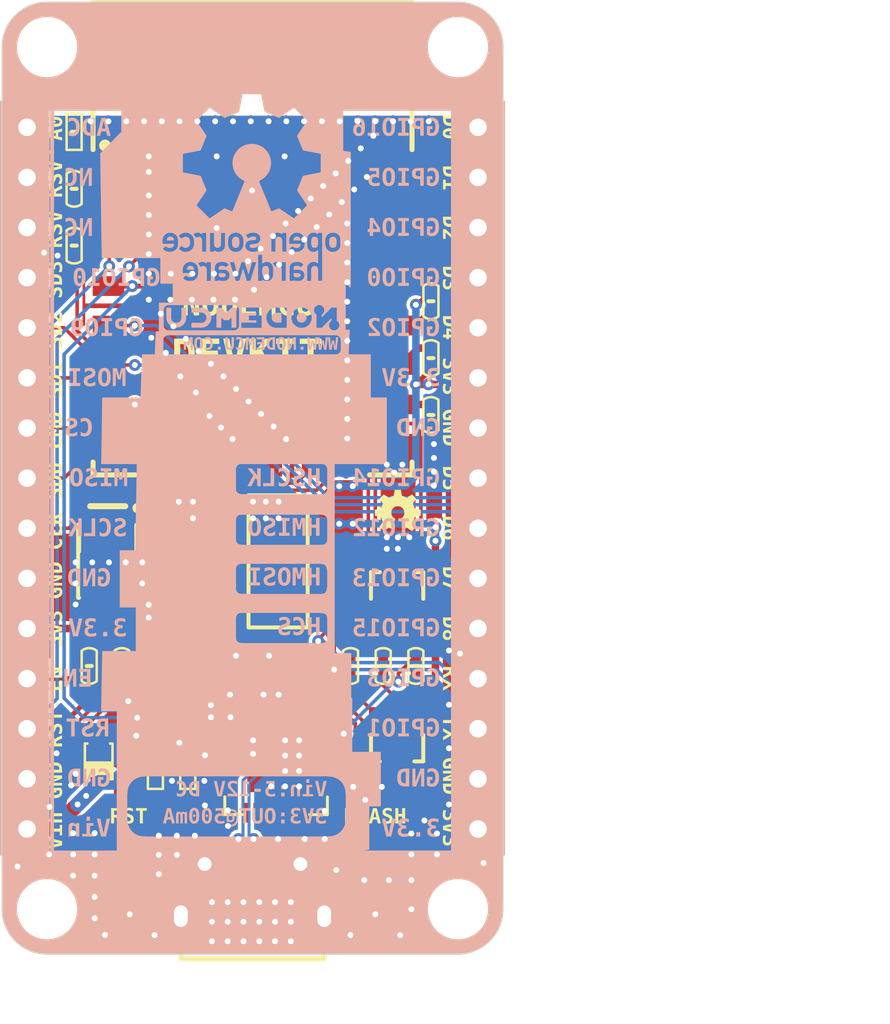
<source format=kicad_pcb>
(kicad_pcb (version 20240108) (generator "pcbnew") (generator_version "8.0")
  (layers (0 "F.Cu" signal "Top Layer") (31 "B.Cu" signal "Bottom Layer") (34 "B.Paste" user "Bottom Paste") (35 "F.Paste" user "Top Paste") (36 "B.SilkS" user "Bottom Overlay") (37 "F.SilkS" user "Top Overlay") (38 "B.Mask" user "Bottom Solder") (39 "F.Mask" user "Top Solder") (44 "Edge.Cuts" user))
  (net 0 "")
  (net 1 "SPI_MOSI")
  (net 2 "SPI_MISO")
  (net 3 "SPI_INT")
  (net 4 "SPI_CLK")
  (net 5 "GPIO10")
  (net 6 "GPIO9")
  (net 7 "OTG_ID")
  (net 8 "ADC_EX")
  (net 9 "ADC")
  (net 10 "D_N")
  (net 11 "D_P")
  (net 12 "EN")
  (net 13 "GND")
  (net 14 "GPIO0")
  (net 15 "GPIO2")
  (net 16 "GPIO5")
  (net 17 "GPIO4")
  (net 18 "GPIO12")
  (net 19 "GPIO13")
  (net 20 "GPIO14")
  (net 21 "GPIO15")
  (net 22 "GPIO16")
  (net 23 "VDDUSB")
  (net 24 "NetLED1_1")
  (net 25 "NetR10_1")
  (net 26 "NetR12_1")
  (net 27 "NRST")
  (net 28 "RXD0")
  (net 29 "TXD0")
  (net 30 "VDD3V3")
  (net 31 "VDD5V")
  (net 32 "NetR7_1")
  (net 33 "DTR")
  (net 34 "NetR8_1")
  (net 35 "RTS")
  (net 36 "ACTIVE")
  (net 37 "CTS")
  (net 38 "DCD")
  (net 39 "DSR")
  (net 40 "NetR6_1")
  (net 41 "RI")
  (footprint "Vowstar_Basic_Device.IntLib:SMT_C_0402" (layer "F.Cu") (at 148.5011 114.5128 90)
    (property "Reference" "C4")
    (property "Value" "100nF" (hide yes))
  )
  (footprint "Vowstar_Basic_Device.IntLib:SMT_C_0402" (layer "F.Cu") (at 143.57858 119.8372 -90)
    (property "Reference" "C6")
    (property "Value" "100nF" (hide yes))
  )
  (footprint "Vowstar_Basic_Device.IntLib:SMT_C_0402" (layer "F.Cu") (at 144.2593 106.91998)
    (property "Reference" "C8")
    (property "Value" "10uF" (hide yes))
  )
  (footprint "" (layer "F.Cu") (at 158.9151 83.1596)
    (property "Reference" "")
    (property "Value" "")
  )
  (footprint "Vowstar_Basic_Device.IntLib:SMT_R_0402" (layer "F.Cu") (at 139.4587 90.3399 90)
    (property "Reference" "R13")
    (property "Value" "220k(1%)" (hide yes))
  )
  (footprint "" (layer "F.Cu") (at 138.0871 126.8476)
    (property "Reference" "")
    (property "Value" "")
  )
  (footprint "Vowstar_Basic_Device.IntLib:SMT_C_0402" (layer "F.Cu") (at 139.4587 87.4522 90)
    (property "Reference" "C1")
    (property "Value" "100nF" (hide yes))
  )
  (footprint "Vowstar_Basic_Device.IntLib:SMT_R_0402" (layer "F.Cu") (at 156.7798 114.5224 90)
    (property "Reference" "R7")
    (property "Value" "12k" (hide yes))
  )
  (footprint "Vowstar_Basic_Device.IntLib:SMT_C_0402" (layer "F.Cu") (at 145.21942 119.8372 -90)
    (property "Reference" "C5")
    (property "Value" "10uF" (hide yes))
  )
  (footprint "Vowstar_Basic_Device.IntLib:SMT_R_0402" (layer "F.Cu") (at 155.12406 114.5224 90)
    (property "Reference" "R12")
    (property "Value" "470" (hide yes))
  )
  (footprint "" (layer "F.Cu") (at 138.0871 83.1596)
    (property "Reference" "")
    (property "Value" "")
  )
  (footprint "Vowstar_Basic_Device.IntLib:SMT_TRIODE_NPN" (layer "F.Cu") (at 155.82979 110.89198)
    (property "Reference" "VT2")
    (property "Value" "S8050" (hide yes))
  )
  (footprint "Vowstar_Basic_Device.IntLib:SMT_R_0402" (layer "F.Cu") (at 157.5435 98.9203 90)
    (property "Reference" "R2")
    (property "Value" "12k" (hide yes))
  )
  (footprint "" (layer "F.Cu") (at 158.9151 126.8476)
    (property "Reference" "")
    (property "Value" "")
  )
  (footprint "Vowstar_Basic_Device.IntLib:SMT_C_Tantalum_B" (layer "F.Cu") (at 141.1605 109.22 -90)
    (property "Reference" "C2")
    (property "Value" "100uF TAJB107M006RNJ" (hide yes))
  )
  (footprint "Vowstar_Basic_Device.IntLib:SMT_R_0402" (layer "F.Cu") (at 157.5435 96.0374 -90)
    (property "Reference" "R1")
    (property "Value" "12k" (hide yes))
  )
  (footprint "Vowstar_Basic_Device.IntLib:SMT_R_0402" (layer "F.Cu") (at 143.53388 114.5224 -90)
    (property "Reference" "R11")
    (property "Value" "470" (hide yes))
  )
  (footprint "Vowstar_Basic_Device.IntLib:SMT_R_0402" (layer "F.Cu") (at 145.18962 114.5224 -90)
    (property "Reference" "R10")
    (property "Value" "0(NC)" (hide yes))
  )
  (footprint "Vowstar_IC_General.IntLib:CP2102" (layer "F.Cu") (at 149.6949 119.4562 -90)
    (property "Reference" "U2")
    (property "Value" "CP2102" (hide yes))
  )
  (footprint "Vowstar_Basic_Device.IntLib:SMT_R_0402" (layer "F.Cu") (at 157.5435 101.8032 90)
    (property "Reference" "R5")
    (property "Value" "12k" (hide yes))
  )
  (footprint "Vowstar_Basic_Device.IntLib:SMT_C_0402" (layer "F.Cu") (at 150.15684 114.5128 90)
    (property "Reference" "C3")
    (property "Value" "10uF" (hide yes))
  )
  (footprint "Vowstar_Switch.IntLib:SMT_SW_PTS_820" (layer "F.Cu") (at 142.2781 126.0856 -90)
    (property "Reference" "S1")
    (property "Value" "KEY_RST/USER" (hide yes))
  )
  (footprint "Vowstar_Basic_Device.IntLib:SMT_R_0402" (layer "F.Cu") (at 151.81258 114.5224 90)
    (property "Reference" "R6")
    (property "Value" "470" (hide yes))
  )
  (footprint "Vowstar_Basic_Device.IntLib:SMT_R_0402" (layer "F.Cu") (at 141.87814 114.5224 -90)
    (property "Reference" "R4")
    (property "Value" "12k" (hide yes))
  )
  (footprint "Vowstar_IC_General.IntLib:SOT-223" (layer "F.Cu") (at 149.7965 109.22 180)
    (property "Reference" "U4")
    (property "Value" "NCP1117ST33T3G" (hide yes))
  )
  (footprint "Vowstar_Module.IntLib:ESP_12_E_L" (layer "F.Cu") (at 140.5011 89.2702)
    (property "Reference" "U1")
    (property "Value" "ESP_12_E" (hide yes))
  )
  (footprint "Vowstar_Connector.IntLib:USB_MICRO_5S_B" (layer "F.Cu") (at 148.5011 124.5616 180)
    (property "Reference" "U3")
    (property "Value" "USB_Micro_5S_B" (hide yes))
  )
  (footprint "Vowstar_Basic_Device.IntLib:SMT_LED_0603" (layer "F.Cu") (at 144.4117 117.1194 180)
    (property "Reference" "LED1")
    (property "Value" "BLUE" (hide yes))
  )
  (footprint "Vowstar_Basic_Device.IntLib:SMT_DIODE_SOD_323" (layer "F.Cu") (at 140.7033 119.3546 -90)
    (property "Reference" "D1")
    (property "Value" "1N5819/SS14/S4(SOD_323)" (hide yes))
  )
  (footprint "Vowstar_Switch.IntLib:SMT_SW_PTS_820" (layer "F.Cu") (at 154.7241 126.0856 -90)
    (property "Reference" "S2")
    (property "Value" "KEY_FLASH" (hide yes))
  )
  (footprint "Vowstar_Basic_Device.IntLib:SMT_R_0402" (layer "F.Cu") (at 139.4587 93.218 90)
    (property "Reference" "R14")
    (property "Value" "100k(1%)" (hide yes))
  )
  (footprint "Vowstar_Basic_Device.IntLib:SMT_TRIODE_NPN" (layer "F.Cu") (at 155.82979 118.2336 180)
    (property "Reference" "VT1")
    (property "Value" "S8050" (hide yes))
  )
  (footprint "Vowstar_Basic_Device.IntLib:SMT_C_0805" (layer "F.Cu") (at 144.2593 110.79 90)
    (property "Reference" "C7")
    (property "Value" "10uF 25V" (hide yes))
  )
  (footprint "Vowstar_Basic_Device.IntLib:SMT_R_0402" (layer "F.Cu") (at 153.46832 114.5224 -90)
    (property "Reference" "R8")
    (property "Value" "12k" (hide yes))
  )
  (footprint "Vowstar_Basic_Device.IntLib:SMT_R_0402" (layer "F.Cu") (at 140.2224 114.5224 -90)
    (property "Reference" "R3")
    (property "Value" "12k" (hide yes))
  )
  (footprint "Vowstar_Basic_Device.IntLib:SMT_R_0402" (layer "F.Cu") (at 146.84536 114.5224 90)
    (property "Reference" "R9")
    (property "Value" "470" (hide yes))
  )
  (footprint "Vowstar_Connector.IntLib:THT_Male_P_1x15-2.54mm" (layer "B.Cu") (at 159.9311 87.2236 180)
    (property "Reference" "J2")
    (property "Value" "THT_Male_P_1x15" (hide yes))
  )
  (footprint "Vowstar_Connector.IntLib:THT_Male_P_1x15-2.54mm" (layer "B.Cu") (at 137.0711 87.2236 180)
    (property "Reference" "J1")
    (property "Value" "THT_Male_P_1x15" (hide yes))
  )
  (gr_poly (pts (xy 142.6591 117.63196) (xy 143.2941 118.26696) (xy 143.2941 118.6942) (xy 143.1671 118.8212) (xy 142.88536 118.8212) (xy 142.5067 118.44254) (xy 142.5067 117.729)) (fill solid) (layer "F.Cu") (net 13))
  (gr_poly (pts (xy 154.99602 102.7684) (xy 154.99602 105.2576) (xy 156.76357 105.2576) (xy 156.76357 103.94427) (xy 156.5783 103.759) (xy 156.6037 103.7336) (xy 156.6037 102.7684)) (fill solid) (layer "F.Cu") (net 13))
  (gr_rect (start 143.4973 108.1532) (end 144.0053 106.6546) (fill solid) (layer "F.Cu") (net 30))
  (gr_poly (pts (xy 139.3825 109.1184) (xy 142.31478 109.1184) (xy 142.6415 108.79168) (xy 145.51552 108.79168) (xy 145.51552 110.47622) (xy 145.5293 110.49) (xy 143.47189 110.49) (xy 142.5321 111.4298) (xy 142.5321 112.1156) (xy 139.5857 112.1156) (xy 139.3825 111.9124)) (fill solid) (layer "F.Cu") (net 13))
  (gr_poly (pts (xy 148.0439 115.1636) (xy 148.0439 114.9096) (xy 148.1963 114.7572) (xy 148.8059 114.7572) (xy 148.8059 115.1636)) (fill solid) (layer "F.Cu") (net 30))
  (gr_rect (start 145.8087 110.7186) (end 153.7081 107.7214) (fill solid) (layer "F.Cu") (net 30))
  (gr_rect (start 140.3985 108.1532) (end 141.9987 102.7684) (fill solid) (layer "F.Cu") (net 30))
  (gr_poly (pts (xy 144.8943 112.3696) (xy 143.1163 112.3696) (xy 142.9385 112.1918) (xy 142.9385 111.2774) (xy 143.1163 111.0996) (xy 144.96427 111.0996) (xy 145.34555 111.91834)) (fill solid) (layer "F.Cu") (net 31))
  (gr_rect (start 141.2875 108.6104) (end 150.5839 107.6198) (fill solid) (layer "F.Cu") (net 30))
  (gr_rect (start 144.8689 128.9304) (end 152.1333 126.0856) (fill solid) (layer "F.Cu") (net 13))
  (gr_poly (pts (xy 153.1239 97.8662) (xy 153.1239 98.7552) (xy 153.3525 98.7552) (xy 153.3525 97.8408)) (fill solid) (layer "F.Cu") (net 13))
  (gr_poly (pts (xy 144.3609 107.1626) (xy 144.1831 106.9848) (xy 144.1831 106.07388) (xy 144.36439 105.8926) (xy 149.9489 105.8926) (xy 150.1267 106.0704) (xy 150.1267 107.1626) (xy 148.2725 107.3658) (xy 145.9103 107.3658) (xy 145.6563 107.442) (xy 145.2753 107.442) (xy 145.00993 107.1626)) (fill solid) (layer "F.Cu") (net 13))
  (gr_poly (pts (xy 150.0251 107.7214) (xy 150.4061 107.3404) (xy 150.4061 106.045) (xy 150.5585 105.8926) (xy 151.9047 105.8926) (xy 152.6921 105.1052) (xy 153.9367 105.1052) (xy 154.0891 105.2576) (xy 154.0891 110.5154) (xy 151.8539 112.7506) (xy 151.5491 112.7506) (xy 151.5491 112.8014) (xy 150.8379 113.5126) (xy 149.1107 113.5126) (xy 148.3487 112.7506) (xy 148.3487 107.7214)) (fill solid) (layer "F.Cu") (net 30))
  (gr_rect (start 144.9959 125.476) (end 146.0881 124.4346) (fill solid) (layer "F.Cu") (net 13))
  (gr_rect (start 150.9141 125.476) (end 152.0063 124.4346) (fill solid) (layer "F.Cu") (net 13))
  (gr_poly (pts (xy 141.6177 105.4862) (xy 141.9225 105.4862) (xy 142.3289 105.8926) (xy 143.8275 105.8926) (xy 144.0053 106.0704) (xy 144.0053 107.1626) (xy 144.6911 107.8484) (xy 144.6911 108.458) (xy 142.2781 108.458) (xy 141.6177 107.7976)) (fill solid) (layer "F.Cu") (net 30))
  (gr_rect (start 143.6497 111.9632) (end 147.9931 111.0996) (fill solid) (layer "F.Cu") (net 31))
  (gr_poly (pts (xy 153.1239 97.8662) (xy 153.1239 98.7552) (xy 153.3525 98.7552) (xy 153.3525 97.8408)) (fill solid) (layer "B.Cu") (net 13))
  (gr_circle (center 158.9151 83.1596) (end 158.9151 81.2546) (stroke (width 0.762)) (fill none) (layer "B.SilkS"))
  (gr_poly (pts (xy 153.02572 97.76168) (xy 143.75472 97.76168) (xy 143.75472 97.25372) (xy 143.99629 97.25372) (xy 143.99792 97.26607) (xy 143.99796 97.26607) (xy 143.99961 97.27855) (xy 144.00519 97.32095) (xy 144.03118 97.38369) (xy 144.07252 97.43756) (xy 144.12639 97.4789) (xy 144.18913 97.50489) (xy 144.19928 97.50622) (xy 144.22444 97.50968) (xy 144.22494 97.50989) (xy 144.22494 97.50988) (xy 144.23962 97.51159) (xy 144.24955 97.51285) (xy 144.25641 97.51376) (xy 144.25642 97.51375) (xy 144.2818 97.51181) (xy 147.547 97.51181) (xy 147.55842 97.51181) (xy 147.55842 97.51376) (xy 147.55843 97.51376) (xy 147.57205 97.51197) (xy 147.57205 97.51193) (xy 147.58326 97.51045) (xy 147.62569 97.50486) (xy 147.68843 97.47887) (xy 147.7423 97.43753) (xy 147.78364 97.38366) (xy 147.80963 97.32092) (xy 147.81096 97.31079) (xy 147.81441 97.28568) (xy 147.81461 97.28519) (xy 147.81633 97.27057) (xy 147.81839 97.25452) (xy 147.8185 97.25372) (xy 147.8185 97.2537) (xy 147.81661 97.2537) (xy 147.81655 97.24248) (xy 147.81655 96.51586) (xy 147.81757 96.50251) (xy 147.81841 96.49169) (xy 147.81851 96.49169) (xy 147.81845 96.49125) (xy 147.81839 96.49079) (xy 147.8167 96.47806) (xy 147.81667 96.47805) (xy 147.81519 96.46684) (xy 147.8096 96.42442) (xy 147.784862 96.36468) (xy 147.93528 96.36468) (xy 147.93528 96.61868) (xy 147.93649 96.6216) (xy 147.93941 96.62281) (xy 148.69726 96.62281) (xy 148.69726 96.74278) (xy 148.32041 96.74278) (xy 148.31749 96.74399) (xy 148.31628 96.7469) (xy 148.31628 97.00088) (xy 148.31749 97.00379) (xy 148.32041 97.005) (xy 148.69726 97.005) (xy 148.69726 97.12256) (xy 147.93941 97.12256) (xy 147.93649 97.12377) (xy 147.93528 97.12668) (xy 147.93528 97.38068) (xy 147.93649 97.3836) (xy 147.93941 97.38481) (xy 148.95538 97.38481) (xy 148.9583 97.3836) (xy 148.95951 97.38068) (xy 148.95951 96.87266) (xy 149.20305 96.87266) (xy 149.20313 96.87354) (xy 149.20314 96.87354) (xy 149.20571 96.89968) (xy 149.20572 96.89968) (xy 149.20574 96.89968) (xy 149.21297 96.97299) (xy 149.24224 97.06949) (xy 149.28977 97.15842) (xy 149.35375 97.23637) (xy 149.4317 97.30035) (xy 149.52063 97.34788) (xy 149.61713 97.37715) (xy 149.65472 97.38086) (xy 149.65521 97.38105) (xy 149.6555 97.38092) (xy 149.67914 97.38324) (xy 149.69037 97.38435) (xy 149.71734 97.38702) (xy 149.71736 97.38701) (xy 149.74186 97.38481) (xy 150.22538 97.38481) (xy 150.2283 97.3836) (xy 150.22951 97.38068) (xy 150.22951 96.87266) (xy 150.47306 96.87266) (xy 150.47306 96.87268) (xy 150.47306 96.87271) (xy 150.47563 96.89884) (xy 150.47564 96.89884) (xy 150.47566 96.89884) (xy 150.48297 96.97296) (xy 150.51224 97.06946) (xy 150.55977 97.15839) (xy 150.62374 97.23634) (xy 150.70169 97.30031) (xy 150.79063 97.34785) (xy 150.88713 97.37712) (xy 150.92474 97.38083) (xy 150.92522 97.38102) (xy 150.9255 97.3809) (xy 150.94916 97.38322) (xy 150.96039 97.38432) (xy 150.96039 97.38433) (xy 150.98736 97.38699) (xy 150.98824 97.38691) (xy 150.98824 97.3869) (xy 151.01438 97.38433) (xy 151.01438 97.38432) (xy 151.01438 97.3843) (xy 151.08769 97.37708) (xy 151.18419 97.3478) (xy 151.27312 97.30027) (xy 151.35107 97.23629) (xy 151.41505 97.15834) (xy 151.46258 97.06941) (xy 151.49186 96.97291) (xy 151.49556 96.93532) (xy 151.49575 96.93483) (xy 151.49562 96.93454) (xy 151.49794 96.91091) (xy 151.49905 96.89968) (xy 151.49906 96.89967) (xy 151.50171 96.8727) (xy 151.50173 96.87268) (xy 151.50165 96.87183) (xy 151.50163 96.87182) (xy 151.49906 96.84569) (xy 151.49905 96.84569) (xy 151.49902 96.84568) (xy 151.4918 96.77237) (xy 151.46253 96.67587) (xy 151.415 96.58694) (xy 151.35103 96.50899) (xy 151.329888 96.49164) (xy 151.61634 96.49164) (xy 151.61634 96.49166) (xy 151.61932 96.51478) (xy 151.61944 96.51515) (xy 151.61962 96.51651) (xy 151.62521 96.55892) (xy 151.6406 96.59609) (xy 151.64059 96.5961) (xy 151.65097 96.62115) (xy 151.69249 96.67527) (xy 151.74518 96.71569) (xy 151.74518 97.38066) (xy 151.74639 97.38357) (xy 151.74931 97.38478) (xy 152.00336 97.38478) (xy 152.00627 97.38357) (xy 152.48379 96.90606) (xy 152.50726 96.91578) (xy 152.50726 97.02959) (xy 152.46651 97.06086) (xy 152.45443 97.07013) (xy 152.44828 97.0781) (xy 152.44829 97.0781) (xy 152.413 97.12408) (xy 152.38718 97.18644) (xy 152.38563 97.19819) (xy 152.38221 97.22318) (xy 152.3822 97.22319) (xy 152.3822 97.22321) (xy 152.38201 97.22365) (xy 152.38162 97.22701) (xy 152.38046 97.23695) (xy 152.37964 97.24341) (xy 152.37907 97.24785) (xy 152.37907 97.24787) (xy 152.37831 97.25362) (xy 152.37835 97.25388) (xy 152.37837 97.25406) (xy 152.37935 97.2615) (xy 152.38016 97.26768) (xy 152.38019 97.26768) (xy 152.38167 97.27889) (xy 152.38721 97.32094) (xy 152.4132 97.38368) (xy 152.45454 97.43756) (xy 152.50841 97.4789) (xy 152.57116 97.50489) (xy 152.58382 97.50656) (xy 152.6073 97.50993) (xy 152.62576 97.51215) (xy 152.63069 97.51275) (xy 152.6307 97.51275) (xy 152.63837 97.51376) (xy 152.63839 97.51376) (xy 152.65117 97.51208) (xy 152.65117 97.51207) (xy 152.67526 97.50886) (xy 152.70564 97.50486) (xy 152.76838 97.47887) (xy 152.82226 97.43753) (xy 152.8636 97.38366) (xy 152.88958 97.32092) (xy 152.89417 97.28609) (xy 152.89437 97.28561) (xy 152.89438 97.28561) (xy 152.89458 97.28512) (xy 152.89458 97.28511) (xy 152.89667 97.26721) (xy 152.89846 97.25364) (xy 152.89846 97.25363) (xy 152.89766 97.24761) (xy 152.89576 97.23321) (xy 152.89441 97.22297) (xy 152.88959 97.18641) (xy 152.87067 97.14073) (xy 152.8707 97.14071) (xy 152.86388 97.12424) (xy 152.85914 97.11808) (xy 152.82231 97.07008) (xy 152.76948 97.02955) (xy 152.76948 96.36468) (xy 152.76827 96.36177) (xy 152.76536 96.36056) (xy 152.51138 96.36056) (xy 152.50847 96.36177) (xy 152.03095 96.83919) (xy 152.00748 96.82946) (xy 152.00748 96.71577) (xy 152.04926 96.68372) (xy 152.0603 96.67525) (xy 152.06728 96.6662) (xy 152.06727 96.66619) (xy 152.10175 96.62126) (xy 152.12759 96.55887) (xy 152.1291 96.54738) (xy 152.13252 96.5224) (xy 152.13253 96.52239) (xy 152.13253 96.52237) (xy 152.13272 96.52192) (xy 152.13313 96.5184) (xy 152.13431 96.50833) (xy 152.13559 96.49822) (xy 152.13559 96.4982) (xy 152.13646 96.49165) (xy 152.13472 96.47846) (xy 152.13471 96.47845) (xy 152.1315 96.45432) (xy 152.12756 96.4244) (xy 152.10158 96.36167) (xy 152.06024 96.3078) (xy 152.00637 96.26646) (xy 151.94364 96.24048) (xy 151.90884 96.2359) (xy 151.90836 96.2357) (xy 151.90836 96.23569) (xy 151.90786 96.23548) (xy 151.90786 96.23549) (xy 151.89001 96.2334) (xy 151.8764 96.2316) (xy 151.86276 96.2334) (xy 151.86275 96.23344) (xy 151.85113 96.23497) (xy 151.8091 96.2405) (xy 151.74637 96.26648) (xy 151.69251 96.30781) (xy 151.65118 96.36168) (xy 151.6252 96.4244) (xy 151.62379 96.43516) (xy 151.62352 96.4371) (xy 151.62016 96.46059) (xy 151.61733 96.48406) (xy 151.61724 96.48476) (xy 151.61634 96.49164) (xy 151.329888 96.49164) (xy 151.27308 96.44502) (xy 151.18415 96.39749) (xy 151.08765 96.36822) (xy 151.05003 96.36451) (xy 151.04954 96.36432) (xy 151.04927 96.36443) (xy 151.02561 96.36212) (xy 151.01438 96.36102) (xy 151.01438 96.36101) (xy 150.98741 96.35836) (xy 150.98738 96.35836) (xy 150.98736 96.35836) (xy 150.98606 96.35848) (xy 150.96122 96.36093) (xy 150.96122 96.36096) (xy 150.88707 96.36827) (xy 150.79057 96.39754) (xy 150.70164 96.44507) (xy 150.6237 96.50904) (xy 150.55973 96.58699) (xy 150.51219 96.67592) (xy 150.48292 96.77242) (xy 150.47921 96.81003) (xy 150.47903 96.81052) (xy 150.47914 96.81079) (xy 150.47683 96.83445) (xy 150.47572 96.84569) (xy 150.47571 96.84569) (xy 150.47306 96.87266) (xy 150.22951 96.87266) (xy 150.22951 96.36468) (xy 150.2283 96.36177) (xy 150.22538 96.36056) (xy 149.74188 96.36056) (xy 149.71739 96.35835) (xy 149.71736 96.35835) (xy 149.7088 96.35919) (xy 149.70191 96.35987) (xy 149.69122 96.36093) (xy 149.69123 96.36094) (xy 149.69122 96.36096) (xy 149.6171 96.36827) (xy 149.52059 96.39754) (xy 149.43166 96.44508) (xy 149.3537 96.50905) (xy 149.28973 96.58701) (xy 149.24219 96.67594) (xy 149.21292 96.77245) (xy 149.20921 96.81004) (xy 149.20902 96.81053) (xy 149.20914 96.8108) (xy 149.20682 96.83446) (xy 149.20572 96.84569) (xy 149.20571 96.84569) (xy 149.20305 96.87266) (xy 148.95951 96.87266) (xy 148.95951 96.36468) (xy 148.9583 96.36177) (xy 148.95538 96.36056) (xy 147.93941 96.36056) (xy 147.93649 96.36177) (xy 147.93528 96.36468) (xy 147.784862 96.36468) (xy 147.78362 96.36168) (xy 147.74227 96.3078) (xy 147.6884 96.26646) (xy 147.62566 96.24048) (xy 147.61555 96.23915) (xy 147.59039 96.23569) (xy 147.5899 96.23548) (xy 147.5899 96.23549) (xy 147.57521 96.23377) (xy 147.56529 96.23251) (xy 147.55843 96.23161) (xy 147.55842 96.23161) (xy 147.53305 96.23356) (xy 144.26748 96.23356) (xy 144.256 96.23356) (xy 144.256 96.23355) (xy 144.256 96.23166) (xy 144.24237 96.23346) (xy 144.24237 96.23348) (xy 144.23116 96.23497) (xy 144.18911 96.2405) (xy 144.12637 96.26649) (xy 144.07249 96.30784) (xy 144.03115 96.36172) (xy 144.00516 96.42446) (xy 144.0035 96.43712) (xy 144.00013 96.4606) (xy 143.99731 96.48398) (xy 143.9963 96.49167) (xy 143.9963 96.49169) (xy 143.99825 96.51706) (xy 143.99825 97.22831) (xy 143.99723 97.24159) (xy 143.9963 97.25371) (xy 143.99629 97.25372) (xy 143.75472 97.25372) (xy 143.75472 96.11068) (xy 153.02572 96.11068)) (fill solid) (layer "B.SilkS"))
  (gr_arc (start 147.53505 109.60184) (mid 147.646891 109.331831) (end 147.9169 109.21999) (stroke (width 0.254)) (layer "B.SilkS"))
  (gr_arc (start 152.0317 111.71725) (mid 152.301709 111.829091) (end 152.41355 112.0991) (stroke (width 0.254)) (layer "B.SilkS"))
  (gr_poly (pts (xy 145.33069 94.24202) (xy 145.30652 94.2452) (xy 145.28303 94.25403) (xy 145.28302 94.25404) (xy 145.28302 94.25403) (xy 145.25997 94.26409) (xy 145.24248 94.27751) (xy 145.22348 94.29298) (xy 145.20886 94.31197) (xy 145.19645 94.32814) (xy 145.18387 94.35853) (xy 145.18386 94.35853) (xy 145.18384 94.35855) (xy 145.17184 94.39812) (xy 145.16943 94.4226) (xy 145.18649 94.44142) (xy 145.52459 94.44142) (xy 145.54134 94.42232) (xy 145.53607 94.38237) (xy 145.52747 94.35847) (xy 145.52747 94.35846) (xy 145.51475 94.32775) (xy 145.48805 94.29295) (xy 145.46908 94.27766) (xy 145.45037 94.2633) (xy 145.42803 94.25404) (xy 145.42802 94.25405) (xy 145.42802 94.25404) (xy 145.40449 94.24527) (xy 145.37936 94.24196) (xy 145.3549 94.23942) (xy 145.3549 94.23941)) (fill solid) (layer "B.SilkS"))
  (gr_poly (pts (xy 153.3525 99.2124) (xy 152.9715 99.2124) (xy 152.9715 97.4852) (xy 153.43346 97.4852)) (fill solid) (layer "B.SilkS"))
  (gr_arc (start 152.0063 109.22805) (mid 152.276309 109.339891) (end 152.38815 109.6099) (stroke (width 0.254)) (layer "B.SilkS"))
  (gr_arc (start 147.9169 113.47915) (mid 147.646891 113.367309) (end 147.53505 113.0973) (stroke (width 0.254)) (layer "B.SilkS"))
  (gr_poly (pts (xy 144.8955 96.84733) (xy 144.89744 96.87271) (xy 144.89745 96.87272) (xy 144.89654 96.87962) (xy 144.89528 96.8895) (xy 144.89357 96.90418) (xy 144.89357 96.90419) (xy 144.89337 96.90468) (xy 144.88991 96.92982) (xy 144.88857 96.93998) (xy 144.86259 97.00272) (xy 144.82125 97.05659) (xy 144.76738 97.09793) (xy 144.70464 97.12391) (xy 144.64978 97.13114) (xy 144.64978 97.13118) (xy 144.63741 97.13281) (xy 144.63055 97.1319) (xy 144.63053 97.13191) (xy 144.62021 97.13059) (xy 144.60981 97.12938) (xy 144.60635 97.12898) (xy 144.60588 97.12878) (xy 144.60586 97.12878) (xy 144.60585 97.12877) (xy 144.58091 97.12535) (xy 144.57022 97.12394) (xy 144.50747 97.09795) (xy 144.45359 97.0566) (xy 144.41224 97.00272) (xy 144.38625 96.93997) (xy 144.38083 96.89885) (xy 144.38083 96.89881) (xy 144.37934 96.8876) (xy 144.37932 96.8876) (xy 144.37753 96.874) (xy 144.37929 96.87271) (xy 144.3793 96.86421) (xy 144.37929 96.86248) (xy 144.3793 96.86237) (xy 144.3793 96.38682) (xy 144.36133 96.36886) (xy 144.13355 96.36886) (xy 144.13355 96.87271) (xy 144.13335 96.87318) (xy 144.13591 96.89917) (xy 144.13592 96.89917) (xy 144.13936 96.93411) (xy 144.13934 96.93411) (xy 144.14297 96.97096) (xy 144.17166 97.06554) (xy 144.21825 97.1527) (xy 144.28095 97.2291) (xy 144.35735 97.29181) (xy 144.44452 97.3384) (xy 144.5391 97.36709) (xy 144.61096 97.37417) (xy 144.61096 97.3742) (xy 144.63627 97.37669) (xy 144.63658 97.37656) (xy 144.63742 97.37656) (xy 144.6379 97.37675) (xy 144.66388 97.3742) (xy 144.66388 97.37419) (xy 144.69882 97.37075) (xy 144.69882 97.37077) (xy 144.73565 97.36714) (xy 144.83023 97.33845) (xy 144.9174 97.29186) (xy 144.9938 97.22916) (xy 145.0565 97.15276) (xy 145.10309 97.0656) (xy 145.13178 96.97102) (xy 145.13885 96.89916) (xy 145.13888 96.89916) (xy 145.14138 96.87386) (xy 145.14124 96.87355) (xy 145.14125 96.87354) (xy 145.14124 96.87271) (xy 145.14125 96.84829) (xy 145.14125 96.38677) (xy 145.12328 96.36881) (xy 144.8955 96.36881)) (fill solid) (layer "B.SilkS"))
  (gr_arc (start 152.4127 105.5535) (mid 152.300859 105.823509) (end 152.03085 105.93535) (stroke (width 0.254)) (layer "B.SilkS"))
  (gr_arc (start 147.9169 108.50075) (mid 147.646891 108.388909) (end 147.53505 108.1189) (stroke (width 0.254)) (layer "B.SilkS"))
  (gr_arc (start 152.3873 119.9388) (mid 153.10572 120.23638) (end 153.4033 120.9548) (stroke (width 0.381)) (layer "B.SilkS"))
  (gr_poly (pts (xy 141.8971 87.4014) (xy 143.7005 87.4014) (xy 144.0561 87.4014) (xy 143.8275 93.853) (xy 140.8557 93.853) (xy 140.7795 88.5444)) (fill solid) (layer "B.SilkS"))
  (gr_poly (pts (xy 149.13031 94.25318) (xy 149.10577 94.25679) (xy 149.10576 94.25679) (xy 149.10387 94.25704) (xy 149.08362 94.26387) (xy 149.06282 94.27371) (xy 149.06281 94.27371) (xy 149.04096 94.28831) (xy 149.02247 94.31598) (xy 149.01437 94.339) (xy 149.00807 94.36361) (xy 148.99481 94.41885) (xy 148.98796 94.50581) (xy 148.98629 94.53055) (xy 148.98607 94.5332) (xy 148.99491 94.64541) (xy 149.00811 94.70043) (xy 149.01436 94.72505) (xy 149.01473 94.72693) (xy 149.02248 94.74809) (xy 149.04095 94.77574) (xy 149.06281 94.79034) (xy 149.08561 94.80067) (xy 149.10577 94.80726) (xy 149.13031 94.81088) (xy 149.13837 94.81194) (xy 149.16263 94.81441) (xy 149.1872 94.8121) (xy 149.19605 94.81093) (xy 149.22068 94.80736) (xy 149.22068 94.80737) (xy 149.22252 94.80712) (xy 149.24191 94.80112) (xy 149.26455 94.79128) (xy 149.26455 94.79129) (xy 149.26456 94.79129) (xy 149.28816 94.77552) (xy 149.30441 94.7512) (xy 149.31332 94.72859) (xy 149.31949 94.70413) (xy 149.33279 94.64872) (xy 149.34012 94.55559) (xy 149.34091 94.53102) (xy 149.34088 94.5306) (xy 149.33996 94.50547) (xy 149.33288 94.4155) (xy 149.31954 94.35993) (xy 149.31332 94.33546) (xy 149.313 94.33386) (xy 149.30442 94.31287) (xy 149.28816 94.28854) (xy 149.26456 94.27276) (xy 149.26455 94.27276) (xy 149.26455 94.27277) (xy 149.24145 94.26284) (xy 149.22068 94.25669) (xy 149.19605 94.25312) (xy 149.1872 94.25196) (xy 149.16263 94.24965) (xy 149.16263 94.24964) (xy 149.1599 94.24928)) (fill solid) (layer "B.SilkS"))
  (gr_poly (pts (xy 147.62573 92.77082) (xy 147.59245 92.7752) (xy 147.56542 92.7864) (xy 147.54388 92.79817) (xy 147.52196 92.815) (xy 147.50691 92.83461) (xy 147.50691 92.83462) (xy 147.49278 92.85548) (xy 147.47974 92.88696) (xy 147.47176 92.91002) (xy 147.47175 92.91002) (xy 147.46785 92.93453) (xy 147.46729 92.94017) (xy 147.4651 92.96524) (xy 147.4651 92.96525) (xy 147.46169 93.02603) (xy 147.46103 93.05121) (xy 147.4617 93.07628) (xy 147.4651 93.13677) (xy 147.4673 93.16186) (xy 147.46784 93.16737) (xy 147.47176 93.19189) (xy 147.47978 93.21493) (xy 147.4925 93.24563) (xy 147.50691 93.26643) (xy 147.50691 93.26644) (xy 147.52196 93.28605) (xy 147.54388 93.30288) (xy 147.56541 93.31465) (xy 147.56542 93.31465) (xy 147.59245 93.32585) (xy 147.62573 93.33023) (xy 147.65044 93.3322) (xy 147.67497 93.33029) (xy 147.70897 93.32581) (xy 147.73593 93.31464) (xy 147.7574 93.30282) (xy 147.77818 93.28688) (xy 147.77855 93.28639) (xy 147.79381 93.26622) (xy 147.80872 93.24602) (xy 147.82168 93.21474) (xy 147.82934 93.19139) (xy 147.8327 93.16703) (xy 147.83331 93.16085) (xy 147.83533 93.13575) (xy 147.83879 93.07422) (xy 147.83936 93.04898) (xy 147.83942 93.04795) (xy 147.83867 93.02388) (xy 147.83534 92.96468) (xy 147.83534 92.96467) (xy 147.83327 92.93957) (xy 147.83275 92.93439) (xy 147.82949 92.91009) (xy 147.82164 92.88681) (xy 147.80853 92.85516) (xy 147.79579 92.83734) (xy 147.7938 92.83475) (xy 147.77856 92.81467) (xy 147.77818 92.81417) (xy 147.7574 92.79823) (xy 147.73593 92.78641) (xy 147.70897 92.77524) (xy 147.67497 92.77076) (xy 147.65044 92.76885)) (fill solid) (layer "B.SilkS"))
  (gr_poly (pts (xy 135.79003 83.1596) (xy 135.79003 126.8476) (xy 136.3345 126.8476) (xy 136.3345 126.0348) (xy 136.3853 126.0348) (xy 138.2141 124.7648) (xy 138.2141 85.2932) (xy 138.0871 85.2932)) (fill solid) (layer "B.SilkS"))
  (gr_arc (start 147.9169 110.98995) (mid 147.646891 110.878109) (end 147.53505 110.6081) (stroke (width 0.254)) (layer "B.SilkS"))
  (gr_poly (pts (xy 152.6413 110.871) (xy 147.3835 110.871) (xy 147.3835 111.8362) (xy 152.6413 111.8362)) (fill solid) (layer "B.SilkS"))
  (gr_poly (pts (xy 144.31174 92.76051) (xy 144.28757 92.76369) (xy 144.26408 92.77253) (xy 144.26407 92.77253) (xy 144.24102 92.78258) (xy 144.22353 92.79601) (xy 144.20453 92.81148) (xy 144.18991 92.83047) (xy 144.1775 92.84664) (xy 144.16492 92.87702) (xy 144.16492 92.87703) (xy 144.1649 92.87704) (xy 144.15289 92.91662) (xy 144.15048 92.9411) (xy 144.16754 92.95992) (xy 144.50564 92.95992) (xy 144.52239 92.94082) (xy 144.51712 92.90087) (xy 144.50852 92.87697) (xy 144.50852 92.87696) (xy 144.4958 92.84624) (xy 144.4691 92.81145) (xy 144.45013 92.79615) (xy 144.43142 92.78179) (xy 144.40908 92.77254) (xy 144.40907 92.77254) (xy 144.38554 92.76377) (xy 144.36041 92.76046) (xy 144.33595 92.75791)) (fill solid) (layer "B.SilkS"))
  (gr_poly (pts (xy 140.8811 113.7666) (xy 144.4879 113.7666) (xy 142.7607 116.8146) (xy 142.1511 119.16892) (xy 142.1511 123.59481) (xy 142.1511 123.9774) (xy 141.6177 123.9774) (xy 141.6177 121.9708) (xy 141.6177 116.8146) (xy 140.8303 116.8146) (xy 140.8303 116.6368)) (fill solid) (layer "B.SilkS"))
  (gr_poly (pts (xy 142.0241 116.30899) (xy 142.0241 120.1166) (xy 153.5557 120.1166) (xy 153.5557 116.1542)) (fill solid) (layer "B.SilkS"))
  (gr_poly (pts (xy 150.58021 94.6734) (xy 150.58034 94.67359) (xy 150.58071 94.6736) (xy 150.57972 94.68114) (xy 150.58653 94.7329) (xy 150.59211 94.75702) (xy 150.60248 94.77888) (xy 150.60499 94.78343) (xy 150.62144 94.80035) (xy 150.6432 94.81074) (xy 150.65725 94.81656) (xy 150.68137 94.82068) (xy 150.70653 94.82419) (xy 150.75266 94.82782) (xy 150.7775 94.82738) (xy 150.80288 94.82661) (xy 150.82912 94.82316) (xy 150.85361 94.81798) (xy 150.85361 94.81799) (xy 150.86359 94.816) (xy 150.87649 94.81077) (xy 150.88256 94.80671) (xy 150.90281 94.79251) (xy 150.90461 94.79131) (xy 150.91977 94.77526) (xy 150.93146 94.75776) (xy 150.93816 94.73625) (xy 150.9413 94.71783) (xy 150.94131 94.71783) (xy 150.9415 94.71686) (xy 150.93847 94.6957) (xy 150.93274 94.67382) (xy 150.9232 94.65955) (xy 150.90561 94.64293) (xy 150.88424 94.6309) (xy 150.88235 94.63012) (xy 150.85926 94.62198) (xy 150.85925 94.62198) (xy 150.85791 94.62157) (xy 150.83478 94.61712) (xy 150.79139 94.61284) (xy 150.79138 94.61285) (xy 150.79138 94.61284) (xy 150.79043 94.61187) (xy 150.58021 94.61187)) (fill solid) (layer "B.SilkS"))
  (gr_poly (pts (xy 152.9461 88.392) (xy 152.9461 94.8436) (xy 153.4541 95.3516) (xy 153.4795 95.3262) (xy 153.4795 88.4682)) (fill solid) (layer "B.SilkS"))
  (gr_arc (start 153.4033 122.3264) (mid 153.10572 123.04482) (end 152.3873 123.3424) (stroke (width 0.381)) (layer "B.SilkS"))
  (gr_arc (start 143.8529 98.0186) (mid 143.964741 97.748591) (end 144.23475 97.63675) (stroke (width 0.254)) (layer "B.SilkS"))
  (gr_poly (pts (xy 146.78654 94.6734) (xy 146.78666 94.67359) (xy 146.78704 94.6736) (xy 146.78604 94.68114) (xy 146.79286 94.7329) (xy 146.79843 94.75702) (xy 146.8088 94.77888) (xy 146.81131 94.78343) (xy 146.82777 94.80035) (xy 146.84952 94.81074) (xy 146.86357 94.81656) (xy 146.8877 94.82068) (xy 146.91286 94.82419) (xy 146.9589 94.82781) (xy 146.98382 94.82738) (xy 147.00921 94.82661) (xy 147.03545 94.82316) (xy 147.05993 94.81798) (xy 147.05994 94.81799) (xy 147.06989 94.81601) (xy 147.08286 94.81074) (xy 147.08889 94.80671) (xy 147.10913 94.79251) (xy 147.10914 94.79251) (xy 147.11094 94.79131) (xy 147.12609 94.77526) (xy 147.13779 94.75776) (xy 147.14449 94.73625) (xy 147.14763 94.71783) (xy 147.14782 94.71686) (xy 147.14479 94.6957) (xy 147.13906 94.67382) (xy 147.12953 94.65955) (xy 147.11194 94.64293) (xy 147.09057 94.63091) (xy 147.08868 94.63012) (xy 147.06559 94.62198) (xy 147.06558 94.62198) (xy 147.06426 94.62157) (xy 147.04111 94.61711) (xy 146.99771 94.61284) (xy 146.99676 94.61187) (xy 146.78654 94.61187)) (fill solid) (layer "B.SilkS"))
  (gr_poly (pts (xy 145.90742 96.36881) (xy 145.40355 96.36881) (xy 145.40355 96.61456) (xy 145.89666 96.61456) (xy 145.90742 96.61452) (xy 145.90742 96.61262) (xy 145.92493 96.61487) (xy 145.93971 96.6166) (xy 145.94019 96.6168) (xy 145.94021 96.61681) (xy 145.94022 96.61681) (xy 145.9653 96.62025) (xy 145.97461 96.62148) (xy 146.03736 96.64747) (xy 146.09125 96.68882) (xy 146.13261 96.74272) (xy 146.1586 96.80547) (xy 146.16254 96.83538) (xy 146.16575 96.85951) (xy 146.16576 96.85951) (xy 146.1675 96.87272) (xy 146.1657 96.88633) (xy 146.16422 96.89903) (xy 146.16366 96.90379) (xy 146.16347 96.90424) (xy 146.16347 96.90427) (xy 146.16326 96.90476) (xy 146.16246 96.91085) (xy 146.15863 96.9399) (xy 146.13264 97.00264) (xy 146.0913 97.05653) (xy 146.03742 97.09787) (xy 145.97468 97.12386) (xy 145.93356 97.12927) (xy 145.93353 97.12928) (xy 145.92231 97.13077) (xy 145.92231 97.13079) (xy 145.90871 97.13258) (xy 145.90742 97.13081) (xy 145.89892 97.13081) (xy 145.89719 97.13081) (xy 145.89708 97.13081) (xy 145.42151 97.13081) (xy 145.40355 97.14877) (xy 145.40355 97.37656) (xy 145.90742 97.37656) (xy 145.9079 97.37675) (xy 145.93388 97.3742) (xy 145.93388 97.37419) (xy 145.96882 97.37075) (xy 145.96883 97.37077) (xy 146.00567 97.36714) (xy 146.10025 97.33845) (xy 146.18743 97.29185) (xy 146.26383 97.22915) (xy 146.32654 97.15274) (xy 146.37313 97.06557) (xy 146.40183 96.97098) (xy 146.40898 96.89832) (xy 146.40902 96.89832) (xy 146.4115 96.87316) (xy 146.4113 96.87268) (xy 146.41149 96.87221) (xy 146.40893 96.84622) (xy 146.40549 96.81128) (xy 146.40551 96.81128) (xy 146.40188 96.77445) (xy 146.37319 96.67986) (xy 146.32659 96.59269) (xy 146.26388 96.51628) (xy 146.18747 96.45357) (xy 146.10029 96.40697) (xy 146.0057 96.37827) (xy 145.93306 96.37112) (xy 145.93306 96.37109) (xy 145.9079 96.36861)) (fill solid) (layer "B.SilkS"))
  (gr_arc (start 153.0985 98.4758) (mid 152.986659 98.745809) (end 152.71665 98.85765) (stroke (width 0.254)) (layer "B.SilkS"))
  (gr_poly (pts (xy 144.45535 95.00672) (xy 144.45535 96.1898) (xy 153.18269 96.1898) (xy 153.18269 95.00672) (xy 149.7711 95.00672)) (fill solid) (layer "B.SilkS"))
  (gr_arc (start 152.71665 97.63759) (mid 152.986659 97.749431) (end 153.0985 98.01944) (stroke (width 0.254)) (layer "B.SilkS"))
  (gr_poly (pts (xy 153.2255 118.872) (xy 155.0035 118.872) (xy 155.0035 121.6406) (xy 154.4193 121.6406) (xy 154.4193 123.83012) (xy 153.2255 124.02528)) (fill solid) (layer "B.SilkS"))
  (gr_arc (start 147.9169 105.93535) (mid 147.646891 105.823509) (end 147.53505 105.5535) (stroke (width 0.254)) (layer "B.SilkS"))
  (gr_poly (pts (xy 141.7447 123.1646) (xy 153.8859 123.1646) (xy 153.8859 124.5362) (xy 141.7447 124.5362)) (fill solid) (layer "B.SilkS"))
  (gr_poly (pts (xy 138.0871 80.87359) (xy 158.9151 80.87359) (xy 158.9151 81.5086) (arc (start 158.7373 81.5086) (mid 157.533946 82.007046) (end 157.0355 83.2104)) (arc (start 157.0355 83.2104) (mid 157.571143 84.503557) (end 158.8643 85.0392)) (arc (start 159.1183 85.0392) (mid 159.226063 85.083837) (end 159.2707 85.1916)) (arc (start 159.2707 86.2076) (mid 159.218624 86.333324) (end 159.0929 86.3854)) (arc (start 152.6667 86.3854) (mid 152.002161 86.110139) (end 151.7269 85.4456)) (arc (start 151.7269 85.4456) (mid 151.719461 85.463561) (end 151.7015 85.471)) (arc (start 144.4625 85.471) (mid 144.139211 85.604911) (end 144.0053 85.9282)) (arc (start 144.0053 87.7316) (mid 143.953224 87.605876) (end 143.8275 87.5538)) (xy 141.8463 87.5538) (arc (start 141.8463 86.3346) (mid 141.831421 86.370521) (end 141.7955 86.3854)) (arc (start 137.7823 86.3854) (mid 137.818221 86.370521) (end 137.8331 86.3346)) (arc (start 137.8331 85.09) (mid 139.323823 84.472523) (end 139.9413 82.9818)) (arc (start 139.9413 82.9564) (mid 139.472612 81.824888) (end 138.3411 81.3562)) (xy 138.2649 81.3562)) (fill solid) (layer "B.SilkS"))
  (gr_poly (pts (xy 146.8755 114.0206) (xy 152.4635 114.0206) (xy 152.4635 113.8682) (xy 153.5049 113.8682) (xy 153.5049 116.7638) (xy 146.9771 116.7638)) (fill solid) (layer "B.SilkS"))
  (gr_poly (pts (xy 143.5989 97.5614) (xy 143.9799 97.5614) (xy 143.9799 99.187) (xy 143.5227 99.187)) (fill solid) (layer "B.SilkS"))
  (gr_arc (start 147.53505 104.54724) (mid 147.646891 104.277231) (end 147.9169 104.16539) (stroke (width 0.254)) (layer "B.SilkS"))
  (gr_arc (start 147.53505 112.09104) (mid 147.646891 111.821031) (end 147.9169 111.70919) (stroke (width 0.254)) (layer "B.SilkS"))
  (gr_arc (start 144.23475 98.8568) (mid 143.964741 98.744959) (end 143.8529 98.47495) (stroke (width 0.254)) (layer "B.SilkS"))
  (gr_arc (start 141.9733 120.9548) (mid 142.27088 120.23638) (end 142.9893 119.9388) (stroke (width 0.381)) (layer "B.SilkS"))
  (gr_arc (start 142.9893 123.3424) (mid 142.27088 123.04482) (end 141.9733 122.3264) (stroke (width 0.381)) (layer "B.SilkS"))
  (gr_arc (start 152.41355 113.10535) (mid 152.301709 113.375359) (end 152.0317 113.4872) (stroke (width 0.254)) (layer "B.SilkS"))
  (gr_poly (pts (xy 152.6159 108.3818) (xy 147.3581 108.3818) (xy 147.3581 109.347) (xy 152.6159 109.347)) (fill solid) (layer "B.SilkS"))
  (gr_poly (pts (xy 152.5143 113.3602) (xy 147.2565 113.3602) (xy 147.2565 114.3254) (xy 152.5143 114.3254)) (fill solid) (layer "B.SilkS"))
  (gr_poly (pts (xy 151.65046 92.76811) (xy 151.62518 92.77059) (xy 151.61724 92.77163) (xy 151.59262 92.7752) (xy 151.59079 92.77544) (xy 151.57153 92.7815) (xy 151.54893 92.79144) (xy 151.54892 92.79143) (xy 151.52562 92.80701) (xy 151.50898 92.83191) (xy 151.50021 92.85458) (xy 151.49401 92.87909) (xy 151.48072 92.93445) (xy 151.47351 93.02609) (xy 151.4726 93.05124) (xy 151.4726 93.05125) (xy 151.4735 93.07619) (xy 151.48065 93.1671) (xy 151.49398 93.22261) (xy 151.50019 93.24709) (xy 151.5005 93.24865) (xy 151.50908 93.26968) (xy 151.52538 93.29408) (xy 151.54888 93.30978) (xy 151.54889 93.30978) (xy 151.57199 93.31973) (xy 151.59262 93.32587) (xy 151.61724 93.32944) (xy 151.62587 93.33057) (xy 151.65046 93.33295) (xy 151.65046 93.33296) (xy 151.6508 93.333) (xy 151.67466 93.3305) (xy 151.68333 93.32936) (xy 151.70789 93.32576) (xy 151.70979 93.32551) (xy 151.72878 93.31923) (xy 151.7512 93.30894) (xy 151.75121 93.30895) (xy 151.77332 93.29417) (xy 151.79145 93.26703) (xy 151.79958 93.24399) (xy 151.80578 93.21936) (xy 151.8186 93.16595) (xy 151.82569 93.07594) (xy 151.82726 93.0512) (xy 151.82724 93.05117) (xy 151.82726 93.05113) (xy 151.82747 93.04886) (xy 151.81854 92.93539) (xy 151.80575 92.88211) (xy 151.79957 92.85748) (xy 151.79957 92.85747) (xy 151.79927 92.85594) (xy 151.79153 92.83439) (xy 151.77316 92.8069) (xy 151.75118 92.79221) (xy 151.75117 92.79221) (xy 151.75117 92.79222) (xy 151.72838 92.78191) (xy 151.70789 92.77531) (xy 151.70788 92.77531) (xy 151.68333 92.7717) (xy 151.67529 92.77064) (xy 151.67469 92.77058)) (fill solid) (layer "B.SilkS"))
  (gr_arc (start 152.03085 104.16539) (mid 152.300859 104.277231) (end 152.4127 104.54724) (stroke (width 0.254)) (layer "B.SilkS"))
  (gr_poly (pts (xy 152.55171 92.77081) (xy 152.51839 92.7752) (xy 152.49137 92.7864) (xy 152.46984 92.79818) (xy 152.44793 92.81499) (xy 152.43287 92.83461) (xy 152.43287 92.83462) (xy 152.41874 92.85548) (xy 152.4057 92.88696) (xy 152.39772 92.91002) (xy 152.39771 92.91002) (xy 152.3938 92.93453) (xy 152.39325 92.94016) (xy 152.39106 92.96525) (xy 152.38764 93.02603) (xy 152.38699 93.05121) (xy 152.38766 93.07629) (xy 152.39105 93.13677) (xy 152.39106 93.13677) (xy 152.39325 93.16185) (xy 152.39379 93.16736) (xy 152.39772 93.19189) (xy 152.40574 93.21492) (xy 152.41846 93.24564) (xy 152.43287 93.26643) (xy 152.43287 93.26644) (xy 152.44793 93.28606) (xy 152.46984 93.30287) (xy 152.49136 93.31465) (xy 152.49137 93.31465) (xy 152.51839 93.32585) (xy 152.55171 93.33024) (xy 152.57638 93.3322) (xy 152.60095 93.33029) (xy 152.63493 93.32581) (xy 152.66189 93.31465) (xy 152.68336 93.30282) (xy 152.70415 93.28687) (xy 152.70452 93.28639) (xy 152.71978 93.26622) (xy 152.73469 93.24601) (xy 152.74763 93.21476) (xy 152.7553 93.19139) (xy 152.75865 93.16705) (xy 152.75926 93.16086) (xy 152.76128 93.13575) (xy 152.76129 93.13574) (xy 152.76474 93.07415) (xy 152.76531 93.04898) (xy 152.76537 93.04795) (xy 152.76462 93.02388) (xy 152.76129 92.96468) (xy 152.76129 92.96467) (xy 152.75922 92.93957) (xy 152.75871 92.9344) (xy 152.75544 92.91009) (xy 152.7476 92.88681) (xy 152.73449 92.85517) (xy 152.72181 92.8374) (xy 152.71977 92.83475) (xy 152.70453 92.81468) (xy 152.70415 92.81418) (xy 152.68336 92.79823) (xy 152.66189 92.7864) (xy 152.63493 92.77524) (xy 152.60095 92.77076) (xy 152.57638 92.76885)) (fill solid) (layer "B.SilkS"))
  (gr_poly (pts (xy 153.22511 97.8408) (xy 152.95118 97.43805) (xy 153.02572 94.5134) (xy 153.22511 94.5134) (xy 153.22511 94.4263)) (fill solid) (layer "B.SilkS"))
  (gr_arc (start 152.41355 108.12695) (mid 152.301709 108.396959) (end 152.0317 108.5088) (stroke (width 0.254)) (layer "B.SilkS"))
  (gr_poly (pts (xy 139.6873 129.1336) (xy 138.0109 129.1336) (arc (start 139.6873 127.762) (mid 139.795063 127.717363) (end 139.8397 127.6096)) (arc (start 139.8397 126.085602) (mid 139.527241 125.331262) (end 138.772897 125.01881)) (xy 138.7729 125.0188) (arc (start 137.9855 125.0188) (mid 137.913658 124.989042) (end 137.8839 124.9172)) (arc (start 137.8839 124.0028) (mid 137.921097 123.912997) (end 138.0109 123.8758)) (xy 159.4993 123.8758) (arc (start 159.4993 124.7394) (mid 159.417466 124.936966) (end 159.2199 125.0188)) (arc (start 158.9659 125.0188) (mid 157.600901 125.584201) (end 157.0355 126.9492)) (arc (start 157.0355 126.9492) (mid 157.519067 128.116633) (end 158.6865 128.6002)) (arc (start 158.8897 128.6002) (mid 158.907661 128.607639) (end 158.9151 128.6256)) (xy 158.9151 129.1336)) (fill solid) (layer "B.SilkS"))
  (gr_circle (center 158.9151 126.8476) (end 158.9151 124.9426) (stroke (width 0.762)) (fill none) (layer "B.SilkS"))
  (gr_arc (start 152.38815 110.61615) (mid 152.276309 110.886159) (end 152.0063 110.998) (stroke (width 0.254)) (layer "B.SilkS"))
  (gr_poly (pts (xy 146.67345 97.37656) (xy 146.9193 97.37656) (xy 146.9193 96.92294) (xy 146.91929 96.89947) (xy 146.91929 96.89946) (xy 146.91929 96.87347) (xy 146.9205 96.87055) (xy 146.92051 96.87054) (xy 146.92052 96.87054) (xy 146.92152 96.87013) (xy 146.92341 96.86935) (xy 146.92342 96.86934) (xy 146.92634 96.87055) (xy 146.94013 96.88438) (xy 146.96126 96.90559) (xy 147.05094 96.99556) (xy 147.30395 96.99556) (xy 147.39363 96.90561) (xy 147.41019 96.88899) (xy 147.42855 96.87058) (xy 147.43147 96.86937) (xy 147.43148 96.86936) (xy 147.43148 96.86937) (xy 147.43233 96.86972) (xy 147.43233 96.86973) (xy 147.43438 96.87057) (xy 147.43439 96.87057) (xy 147.43561 96.87349) (xy 147.4356 96.89184) (xy 147.4356 96.92296) (xy 147.4356 97.37656) (xy 147.6813 97.37656) (xy 147.6813 96.36881) (xy 147.43318 96.36881) (xy 147.18034 96.6216) (xy 147.17742 96.62281) (xy 147.17451 96.6216) (xy 146.92171 96.36881) (xy 146.67345 96.36881)) (fill solid) (layer "B.SilkS"))
  (gr_poly (pts (xy 142.90145 98.7298) (xy 154.4955 98.7298) (xy 154.4955 101.1682) (xy 142.8115 101.1682)) (fill solid) (layer "B.SilkS"))
  (gr_poly (pts (xy 150.75367 92.75791) (xy 150.72941 92.76052) (xy 150.70527 92.7637) (xy 150.68178 92.77253) (xy 150.68178 92.77254) (xy 150.68178 92.77253) (xy 150.65873 92.78259) (xy 150.64116 92.79608) (xy 150.62226 92.81148) (xy 150.62226 92.81147) (xy 150.62221 92.81148) (xy 150.59522 92.84665) (xy 150.58264 92.87703) (xy 150.58261 92.87704) (xy 150.57061 92.91664) (xy 150.56819 92.9411) (xy 150.58525 92.95992) (xy 150.92337 92.95992) (xy 150.94012 92.94082) (xy 150.93486 92.90087) (xy 150.92626 92.87697) (xy 150.92625 92.87697) (xy 150.92626 92.87696) (xy 150.91354 92.84626) (xy 150.90126 92.83026) (xy 150.88682 92.81145) (xy 150.86716 92.79562) (xy 150.84913 92.78179) (xy 150.82681 92.77254) (xy 150.8268 92.77255) (xy 150.8268 92.77254) (xy 150.80326 92.76377) (xy 150.77808 92.76045)) (fill solid) (layer "B.SilkS"))
  (gr_circle (center 138.0871 83.1596) (end 138.0871 81.2546) (stroke (width 0.762)) (fill none) (layer "B.SilkS"))
  (gr_poly (pts (xy 140.8811 100.9142) (xy 155.3083 100.9142) (xy 155.3083 104.2924) (xy 140.8303 104.2924)) (fill solid) (layer "B.SilkS"))
  (gr_poly (pts (xy 142.6337 104.2162) (xy 147.6629 104.2162) (xy 147.6629 116.4082) (xy 142.5829 116.4082) (xy 142.5829 111.5568) (xy 141.7701 111.5568) (xy 141.7701 108.6612) (xy 142.5575 108.6612)) (fill solid) (layer "B.SilkS"))
  (gr_arc (start 152.0317 106.73885) (mid 152.301709 106.850691) (end 152.41355 107.1207) (stroke (width 0.254)) (layer "B.SilkS"))
  (gr_poly (pts (xy 150.98208 96.62451) (xy 150.95708 96.62684) (xy 150.95708 96.62683) (xy 150.92279 96.63135) (xy 150.86254 96.65631) (xy 150.81079 96.69601) (xy 150.77109 96.74776) (xy 150.74613 96.80801) (xy 150.73929 96.85995) (xy 150.73924 96.87422) (xy 150.73932 96.88573) (xy 150.74159 96.90293) (xy 150.74159 96.90294) (xy 150.7461 96.93725) (xy 150.77109 96.99757) (xy 150.81083 97.04937) (xy 150.86263 97.08911) (xy 150.91108 97.10918) (xy 150.91109 97.10918) (xy 150.93514 97.11562) (xy 150.95906 97.11877) (xy 150.97591 97.12099) (xy 150.99307 97.12084) (xy 151.01808 97.11845) (xy 151.05193 97.114) (xy 151.1122 97.08903) (xy 151.16396 97.04932) (xy 151.20368 96.99756) (xy 151.22864 96.93729) (xy 151.23398 96.89671) (xy 151.23527 96.88693) (xy 151.23554 96.87321) (xy 151.2355 96.86693) (xy 151.23313 96.84195) (xy 151.23312 96.84195) (xy 151.23313 96.84194) (xy 151.22867 96.80806) (xy 151.20371 96.74779) (xy 151.164 96.69604) (xy 151.11225 96.65634) (xy 151.05199 96.63138) (xy 151.00047 96.62459) (xy 151.00047 96.6246) (xy 150.98636 96.62448)) (fill solid) (layer "B.SilkS"))
  (gr_arc (start 147.53505 107.11264) (mid 147.646891 106.842631) (end 147.9169 106.73079) (stroke (width 0.254)) (layer "B.SilkS"))
  (gr_poly (pts (xy 153.0985 95.0214) (xy 153.0985 95.1484) (xy 143.8275 95.1484) (xy 143.8275 94.4415) (xy 144.96343 94.4415) (xy 144.96411 94.44845) (xy 144.96508 94.4736) (xy 144.96508 94.60239) (xy 144.9671 94.60727) (xy 144.97198 94.60929) (xy 145.52584 94.60929) (xy 145.54259 94.62839) (xy 145.53631 94.67613) (xy 145.52791 94.7001) (xy 145.51562 94.72978) (xy 145.49987 94.7503) (xy 145.48372 94.7688) (xy 145.46465 94.78351) (xy 145.44842 94.79596) (xy 145.41533 94.80966) (xy 145.39144 94.8178) (xy 145.35448 94.82267) (xy 145.33013 94.82505) (xy 145.33013 94.82504) (xy 145.3057 94.82253) (xy 145.2609 94.81664) (xy 145.22461 94.8016) (xy 145.22385 94.80186) (xy 145.18096 94.77894) (xy 145.13526 94.74143) (xy 145.13139 94.73671) (xy 145.12904 94.73677) (xy 145.12827 94.73646) (xy 145.12616 94.73538) (xy 145.12588 94.73547) (xy 145.12562 94.73535) (xy 145.1234 94.73627) (xy 145.12116 94.737) (xy 145.12113 94.737) (xy 145.10797 94.74824) (xy 144.99851 94.84172) (xy 144.98556 94.85277) (xy 144.98556 94.85279) (xy 144.98544 94.85303) (xy 144.98516 94.85314) (xy 144.98422 94.85541) (xy 144.98317 94.85748) (xy 144.98325 94.85775) (xy 144.98314 94.85802) (xy 144.98406 94.86024) (xy 144.98479 94.86249) (xy 144.98479 94.86251) (xy 144.98584 94.86304) (xy 145.00911 94.89139) (xy 145.04017 94.91688) (xy 145.05873 94.93212) (xy 145.05876 94.93219) (xy 145.05955 94.93278) (xy 145.07369 94.94433) (xy 145.07439 94.9449) (xy 145.07999 94.94789) (xy 145.12021 94.96939) (xy 145.12092 94.96977) (xy 145.12103 94.96983) (xy 145.13874 94.9793) (xy 145.14281 94.98093) (xy 145.14282 94.98093) (xy 145.22899 95.00707) (xy 145.30209 95.01427) (xy 145.3252 95.01655) (xy 145.32663 95.01641) (xy 145.32663 95.0163) (xy 145.41435 95.00766) (xy 145.44622 94.998) (xy 145.47012 94.99168) (xy 145.47012 94.99167) (xy 145.54243 94.96172) (xy 145.60866 94.92114) (xy 145.60867 94.92114) (xy 145.60867 94.92113) (xy 145.62778 94.90547) (xy 145.64283 94.89391) (xy 145.66762 94.86161) (xy 145.66811 94.86141) (xy 145.6693 94.86077) (xy 145.67375 94.85535) (xy 145.68233 94.83929) (xy 145.70526 94.79639) (xy 145.7123 94.77615) (xy 145.7159 94.76746) (xy 145.71964 94.75185) (xy 145.73642 94.68197) (xy 145.73864 94.66774) (xy 145.73914 94.66522) (xy 145.74063 94.6425) (xy 145.7473 94.54078) (xy 145.74696 94.5353) (xy 145.74729 94.53032) (xy 145.74598 94.51043) (xy 145.74597 94.51033) (xy 145.74597 94.51032) (xy 145.73931 94.40871) (xy 145.73932 94.40871) (xy 145.73676 94.39131) (xy 145.73502 94.38409) (xy 145.71551 94.30281) (xy 145.71345 94.30173) (xy 145.70489 94.27352) (xy 145.67519 94.21796) (xy 145.67544 94.21778) (xy 145.63831 94.16939) (xy 145.63784 94.16877) (xy 145.63764 94.1685) (xy 145.63108 94.16346) (xy 145.61971 94.15472) (xy 145.61961 94.15445) (xy 145.61904 94.15422) (xy 145.61839 94.15395) (xy 145.585872 94.12727) (xy 145.7439 94.12727) (xy 145.74481 94.12945) (xy 145.74552 94.13169) (xy 145.74552 94.13171) (xy 145.75667 94.14502) (xy 145.88065 94.29309) (xy 145.88093 94.29324) (xy 145.88105 94.29354) (xy 145.8833 94.29447) (xy 145.88533 94.29553) (xy 145.88563 94.29544) (xy 145.88594 94.29557) (xy 145.88751 94.29491) (xy 145.89138 94.29573) (xy 145.91629 94.2766) (xy 145.92848 94.27156) (xy 145.95063 94.26239) (xy 145.97403 94.25486) (xy 146.0099 94.25014) (xy 146.00991 94.25014) (xy 146.03405 94.25312) (xy 146.05771 94.25624) (xy 146.10221 94.27467) (xy 146.10948 94.28025) (xy 146.12925 94.29563) (xy 146.12926 94.29563) (xy 146.13005 94.29623) (xy 146.14647 94.31303) (xy 146.15898 94.32934) (xy 146.16878 94.35215) (xy 146.17693 94.37603) (xy 146.18429 94.43193) (xy 146.18357 94.4374) (xy 146.18405 94.43741) (xy 146.18416 94.43757) (xy 146.18416 94.99703) (xy 146.18618 95.00191) (xy 146.19106 95.00393) (xy 146.37827 95.00393) (xy 146.38315 95.00191) (xy 146.38517 94.99703) (xy 146.38517 94.36305) (xy 146.59012 94.36305) (xy 146.59153 94.36306) (xy 146.59156 94.36311) (xy 146.59156 95.00047) (xy 146.59358 95.00535) (xy 146.59846 95.00738) (xy 146.77964 95.00738) (xy 146.78452 95.00535) (xy 146.78654 95.00047) (xy 146.78654 94.9753) (xy 146.81194 94.96538) (xy 146.8359 94.98376) (xy 146.83754 94.98503) (xy 146.85907 94.99395) (xy 146.85907 94.99393) (xy 146.89164 95.00743) (xy 146.89938 95.00844) (xy 146.92447 95.01242) (xy 146.92448 95.01242) (xy 146.98219 95.01811) (xy 147.00301 95.02017) (xy 147.00694 95.01978) (xy 147.00694 95.01952) (xy 147.09122 95.01122) (xy 147.12038 95.00237) (xy 147.14432 94.99557) (xy 147.14434 94.99557) (xy 147.14434 94.99556) (xy 147.19264 94.97555) (xy 147.24552 94.93498) (xy 147.24553 94.93498) (xy 147.25542 94.92605) (xy 147.26259 94.91671) (xy 147.29822 94.87028) (xy 147.31013 94.84152) (xy 147.3101 94.84151) (xy 147.32473 94.80619) (xy 147.33194 94.75147) (xy 147.33465 94.73087) (xy 147.33415 94.72708) (xy 147.33363 94.72392) (xy 147.32773 94.66396) (xy 147.31364 94.61752) (xy 147.31319 94.61761) (xy 147.29655 94.57742) (xy 147.25704 94.52594) (xy 147.25704 94.52593) (xy 147.25332 94.52134) (xy 147.25326 94.52127) (xy 147.23815 94.50968) (xy 147.2029 94.48263) (xy 147.16167 94.46555) (xy 147.16167 94.46554) (xy 147.13777 94.45837) (xy 147.11072 94.45016) (xy 147.05632 94.4448) (xy 147.03432 94.44263) (xy 147.03176 94.44288) (xy 147.00676 94.444) (xy 146.78654 94.444) (xy 146.78654 94.35235) (xy 146.78668 94.35213) (xy 146.78705 94.35212) (xy 146.78637 94.34872) (xy 146.79108 94.32507) (xy 146.79832 94.30209) (xy 146.81115 94.28288) (xy 146.83041 94.26778) (xy 146.85233 94.25661) (xy 146.86193 94.25264) (xy 146.87825 94.24765) (xy 146.88543 94.2467) (xy 146.91026 94.24304) (xy 146.94066 94.24004) (xy 146.95815 94.23925) (xy 146.96529 94.23995) (xy 146.99062 94.2409) (xy 146.99855 94.24168) (xy 147.02359 94.24435) (xy 147.04652 94.24737) (xy 147.07056 94.2543) (xy 147.09083 94.26642) (xy 147.10966 94.279) (xy 147.12158 94.29685) (xy 147.12945 94.30862) (xy 147.12948 94.30863) (xy 147.13196 94.30946) (xy 147.13407 94.31034) (xy 147.13603 94.31144) (xy 147.13644 94.31132) (xy 147.13684 94.31149) (xy 147.13894 94.31062) (xy 147.14109 94.31001) (xy 147.14111 94.31001) (xy 147.15499 94.29908) (xy 147.27209 94.20696) (xy 147.28442 94.19726) (xy 147.28443 94.19724) (xy 147.28464 94.19688) (xy 147.28503 94.19671) (xy 147.28591 94.19459) (xy 147.28701 94.19265) (xy 147.28689 94.19223) (xy 147.28706 94.19183) (xy 147.2862 94.18978) (xy 147.28566 94.18785) (xy 147.28567 94.18777) (xy 147.28559 94.18759) (xy 147.28558 94.18756) (xy 147.28542 94.18747) (xy 147.26982 94.16847) (xy 147.25405 94.14926) (xy 147.20411 94.10827) (xy 147.17594 94.09321) (xy 147.1547 94.0816) (xy 147.1547 94.08159) (xy 147.14789 94.07794) (xy 147.13098 94.07282) (xy 147.109025 94.06616) (xy 147.35435 94.06616) (xy 147.35477 94.06717) (xy 147.35468 94.06825) (xy 147.35468 94.06827) (xy 147.35986 94.08445) (xy 147.65248 94.99913) (xy 147.65354 95.00039) (xy 147.65417 95.00191) (xy 147.65518 95.00233) (xy 147.65589 95.00316) (xy 147.65753 95.0033) (xy 147.65905 95.00393) (xy 147.82387 95.00393) (xy 147.82545 95.00328) (xy 147.82714 95.0031) (xy 147.82779 95.0023) (xy 147.82875 95.00191) (xy 147.8294 95.00033) (xy 147.83048 94.99901) (xy 148.00783 94.40664) (xy 148.03323 94.40665) (xy 148.21018 94.99901) (xy 148.21126 95.00033) (xy 148.21192 95.00191) (xy 148.21287 95.0023) (xy 148.21352 95.0031) (xy 148.21521 95.00328) (xy 148.2168 95.00393) (xy 148.38206 95.00393) (xy 148.38358 95.0033) (xy 148.38522 95.00316) (xy 148.38592 95.00233) (xy 148.38693 95.00191) (xy 148.38757 95.00039) (xy 148.38863 94.99913) (xy 148.68124 94.08319) (xy 148.68602 94.06827) (xy 148.68601 94.06825) (xy 148.68592 94.06718) (xy 148.68634 94.06617) (xy 148.6857 94.06462) (xy 148.68557 94.063) (xy 148.68475 94.06231) (xy 148.68432 94.06128) (xy 148.68279 94.06065) (xy 148.68156 94.05961) (xy 148.68154 94.05959) (xy 148.68045 94.05968) (xy 148.67945 94.05927) (xy 148.67944 94.05926) (xy 148.66245 94.05926) (xy 148.48146 94.05926) (xy 148.4798 94.05995) (xy 148.47804 94.06017) (xy 148.47746 94.06092) (xy 148.47658 94.06129) (xy 148.47589 94.06294) (xy 148.4748 94.06434) (xy 148.31247 94.65698) (xy 148.28708 94.65755) (xy 148.09512 94.06404) (xy 148.09406 94.0628) (xy 148.09343 94.06129) (xy 148.09241 94.06086) (xy 148.0917 94.06002) (xy 148.09007 94.05989) (xy 148.08856 94.05926) (xy 147.95213 94.05926) (xy 147.95062 94.05989) (xy 147.94899 94.06002) (xy 147.94827 94.06086) (xy 147.94726 94.06129) (xy 147.94663 94.0628) (xy 147.94557 94.06404) (xy 147.75379 94.65816) (xy 147.7284 94.65758) (xy 147.56631 94.06434) (xy 147.56521 94.06293) (xy 147.56453 94.06129) (xy 147.56365 94.06092) (xy 147.56307 94.06017) (xy 147.5613 94.05995) (xy 147.55965 94.05926) (xy 147.37781 94.05926) (xy 147.36125 94.05926) (xy 147.36124 94.05927) (xy 147.36024 94.05968) (xy 147.35915 94.05959) (xy 147.35788 94.06066) (xy 147.35637 94.06128) (xy 147.35595 94.0623) (xy 147.35512 94.063) (xy 147.35499 94.06463) (xy 147.35435 94.06616) (xy 147.109025 94.06616) (xy 147.09508 94.06193) (xy 147.09456 94.06177) (xy 147.09451 94.06175) (xy 147.07841 94.05686) (xy 147.07057 94.05577) (xy 146.99946 94.04877) (xy 146.98554 94.04739) (xy 146.97441 94.04849) (xy 146.96118 94.0478) (xy 146.8625 94.05556) (xy 146.84485 94.0598) (xy 146.81995 94.06489) (xy 146.75863 94.0835) (xy 146.69761 94.11611) (xy 146.67899 94.13175) (xy 146.66721 94.14079) (xy 146.6309 94.18811) (xy 146.62919 94.19225) (xy 146.61821 94.21518) (xy 146.61731 94.21687) (xy 146.60464 94.25866) (xy 146.60443 94.25933) (xy 146.60441 94.25941) (xy 146.59911 94.27687) (xy 146.59799 94.2831) (xy 146.598 94.28311) (xy 146.59012 94.36305) (xy 146.38517 94.36305) (xy 146.38517 94.06617) (xy 146.38315 94.06129) (xy 146.37827 94.05926) (xy 146.19106 94.05926) (xy 146.18618 94.06129) (xy 146.18416 94.06617) (xy 146.18416 94.1114) (xy 146.15876 94.12393) (xy 146.111 94.08728) (xy 146.10947 94.08665) (xy 146.08634 94.07614) (xy 146.08062 94.07308) (xy 146.06262 94.06762) (xy 146.0172 94.05385) (xy 145.95124 94.04735) (xy 145.94525 94.0465) (xy 145.92123 94.04967) (xy 145.86896 94.05655) (xy 145.86661 94.05753) (xy 145.84295 94.06663) (xy 145.83253 94.06979) (xy 145.81971 94.07664) (xy 145.77007 94.10317) (xy 145.74761 94.12159) (xy 145.74638 94.12198) (xy 145.74623 94.12227) (xy 145.74593 94.12239) (xy 145.74502 94.12459) (xy 145.74393 94.12667) (xy 145.74403 94.12697) (xy 145.7439 94.12727) (xy 145.585872 94.12727) (xy 145.5745 94.11794) (xy 145.51344 94.0853) (xy 145.49138 94.0735) (xy 145.491 94.07338) (xy 145.49098 94.07342) (xy 145.49065 94.07409) (xy 145.42523 94.05425) (xy 145.35501 94.04733) (xy 145.35215 94.04712) (xy 145.33082 94.04922) (xy 145.27521 94.0547) (xy 145.23143 94.06798) (xy 145.20837 94.07457) (xy 145.20836 94.07456) (xy 145.20487 94.07561) (xy 145.18569 94.08587) (xy 145.13429 94.11334) (xy 145.08187 94.15637) (xy 145.08186 94.15636) (xy 145.07055 94.16619) (xy 145.06407 94.1741) (xy 145.02714 94.21909) (xy 145.00469 94.2611) (xy 144.99488 94.27944) (xy 144.9936 94.28367) (xy 144.99361 94.28368) (xy 144.99367 94.2838) (xy 144.97189 94.35562) (xy 144.96519 94.42363) (xy 144.96343 94.4415) (xy 143.8275 94.4415) (xy 143.8275 93.69046) (xy 148.78527 93.69046) (xy 148.78527 94.99703) (xy 148.78729 95.00191) (xy 148.79217 95.00393) (xy 148.97938 95.00393) (xy 148.98426 95.00191) (xy 148.98628 94.99703) (xy 148.98628 94.95218) (xy 149.01168 94.94017) (xy 149.0381 94.96185) (xy 149.08566 94.98727) (xy 149.08564 94.98759) (xy 149.08563 94.9876) (xy 149.09188 94.99094) (xy 149.1093 94.99622) (xy 149.15304 95.00949) (xy 149.21663 95.01575) (xy 149.21988 95.0157) (xy 149.22248 95.01596) (xy 149.24454 95.01378) (xy 149.27666 95.01062) (xy 149.29462 95.00885) (xy 149.30159 95.00674) (xy 149.31343 95.00506) (xy 149.31368 95.00503) (xy 149.32596 94.99993) (xy 149.37162 94.98102) (xy 149.37162 94.98103) (xy 149.39339 94.96787) (xy 149.39909 94.96483) (xy 149.44625 94.92612) (xy 149.47365 94.89274) (xy 149.474 94.8926) (xy 149.47448 94.89173) (xy 149.48971 94.8714) (xy 149.49826 94.86026) (xy 149.52456 94.79675) (xy 149.52579 94.79378) (xy 149.5258 94.79374) (xy 149.52978 94.772) (xy 149.53232 94.76145) (xy 149.53346 94.74686) (xy 149.53895 94.67713) (xy 149.53896 94.67712) (xy 149.53896 94.677) (xy 149.53956 94.65192) (xy 149.54388 94.54218) (xy 149.5438 94.53056) (xy 149.54431 94.51901) (xy 149.5437 94.50516) (xy 149.53958 94.41085) (xy 149.53894 94.38608) (xy 149.53896 94.38603) (xy 149.53893 94.38574) (xy 149.53353 94.31717) (xy 149.53248 94.30386) (xy 149.52965 94.29206) (xy 149.52602 94.27132) (xy 149.52601 94.27126) (xy 149.52437 94.26729) (xy 149.49786 94.20331) (xy 149.48928 94.19212) (xy 149.47437 94.17234) (xy 149.474 94.17145) (xy 149.47345 94.17123) (xy 149.45884 94.15345) (xy 149.44687 94.13886) (xy 149.432745 94.12727) (xy 149.54048 94.12727) (xy 149.54139 94.12946) (xy 149.54209 94.13169) (xy 149.54209 94.13171) (xy 149.55324 94.14502) (xy 149.67722 94.29309) (xy 149.6775 94.29324) (xy 149.67763 94.29354) (xy 149.67988 94.29447) (xy 149.6819 94.29553) (xy 149.6822 94.29544) (xy 149.68251 94.29557) (xy 149.68409 94.29491) (xy 149.68795 94.29573) (xy 149.71287 94.2766) (xy 149.72505 94.27156) (xy 149.7472 94.26239) (xy 149.77061 94.25486) (xy 149.80648 94.25014) (xy 149.83062 94.25312) (xy 149.85428 94.25624) (xy 149.89878 94.27467) (xy 149.90605 94.28025) (xy 149.92583 94.29563) (xy 149.92662 94.29623) (xy 149.94304 94.31303) (xy 149.95556 94.32934) (xy 149.96536 94.35215) (xy 149.97351 94.37603) (xy 149.98087 94.43193) (xy 149.98015 94.43739) (xy 149.98063 94.43741) (xy 149.98073 94.43757) (xy 149.98073 94.99703) (xy 149.98276 95.00191) (xy 149.98763 95.00393) (xy 150.17484 95.00393) (xy 150.17972 95.00191) (xy 150.18174 94.99703) (xy 150.18174 94.36305) (xy 150.3838 94.36305) (xy 150.3852 94.36306) (xy 150.38523 94.36311) (xy 150.38523 95.00047) (xy 150.38726 95.00535) (xy 150.39213 95.00738) (xy 150.57331 95.00738) (xy 150.57819 95.00535) (xy 150.58021 95.00047) (xy 150.58021 94.9753) (xy 150.60562 94.96538) (xy 150.62957 94.98376) (xy 150.63121 94.98503) (xy 150.65274 94.99395) (xy 150.65275 94.99393) (xy 150.68532 95.00743) (xy 150.69306 95.00844) (xy 150.71815 95.01242) (xy 150.77586 95.01811) (xy 150.79669 95.02017) (xy 150.80061 95.01978) (xy 150.80061 95.01952) (xy 150.8849 95.01122) (xy 150.91402 95.00239) (xy 150.93799 94.99557) (xy 150.93801 94.99557) (xy 150.98631 94.97556) (xy 151.03919 94.93498) (xy 151.0392 94.93499) (xy 151.0491 94.92605) (xy 151.05625 94.91673) (xy 151.0919 94.87027) (xy 151.10381 94.84152) (xy 151.10378 94.84151) (xy 151.10483 94.83898) (xy 151.11841 94.80619) (xy 151.12561 94.75147) (xy 151.12833 94.73087) (xy 151.12783 94.72708) (xy 151.12731 94.72393) (xy 151.1214 94.66397) (xy 151.10731 94.61752) (xy 151.10687 94.61761) (xy 151.09022 94.57742) (xy 151.05072 94.52594) (xy 151.05072 94.52593) (xy 151.04699 94.52134) (xy 151.04693 94.52127) (xy 151.03181 94.50966) (xy 150.99657 94.48263) (xy 150.95535 94.46555) (xy 150.95534 94.46554) (xy 150.93138 94.45835) (xy 150.9044 94.45016) (xy 150.84999 94.4448) (xy 150.828 94.44263) (xy 150.82544 94.44288) (xy 150.80044 94.444) (xy 150.58021 94.444) (xy 150.58021 94.35235) (xy 150.58036 94.35213) (xy 150.58072 94.35212) (xy 150.58005 94.34872) (xy 150.58475 94.32507) (xy 150.592 94.30209) (xy 150.60483 94.28288) (xy 150.62409 94.26778) (xy 150.646 94.25661) (xy 150.6556 94.25264) (xy 150.67192 94.24765) (xy 150.6791 94.2467) (xy 150.70394 94.24304) (xy 150.73433 94.24004) (xy 150.75183 94.23925) (xy 150.75897 94.23995) (xy 150.78429 94.2409) (xy 150.79222 94.24168) (xy 150.81726 94.24435) (xy 150.84018 94.24737) (xy 150.86423 94.2543) (xy 150.88451 94.26642) (xy 150.90334 94.279) (xy 150.91526 94.29685) (xy 150.92312 94.30862) (xy 150.92315 94.30863) (xy 150.92564 94.30946) (xy 150.92774 94.31034) (xy 150.9297 94.31144) (xy 150.93011 94.31132) (xy 150.93052 94.31149) (xy 150.93261 94.31062) (xy 150.93477 94.31001) (xy 150.93479 94.31001) (xy 150.94867 94.29908) (xy 151.06576 94.20696) (xy 151.0781 94.19726) (xy 151.0781 94.19724) (xy 151.07831 94.19688) (xy 151.07871 94.19671) (xy 151.07959 94.19459) (xy 151.08069 94.19265) (xy 151.08057 94.19223) (xy 151.08073 94.19183) (xy 151.07988 94.18978) (xy 151.07934 94.18785) (xy 151.07934 94.18777) (xy 151.07926 94.18759) (xy 151.07925 94.18756) (xy 151.0791 94.18747) (xy 151.0635 94.16847) (xy 151.04773 94.14926) (xy 150.99778 94.10827) (xy 150.96961 94.09321) (xy 150.94837 94.0816) (xy 150.94838 94.08159) (xy 150.94156 94.07794) (xy 150.92465 94.07282) (xy 150.88876 94.06193) (xy 150.88824 94.06177) (xy 150.88819 94.06175) (xy 150.87209 94.05686) (xy 150.86425 94.05577) (xy 150.86424 94.05577) (xy 150.79313 94.04877) (xy 150.77921 94.04739) (xy 150.76808 94.04849) (xy 150.75485 94.0478) (xy 150.65618 94.05556) (xy 150.63852 94.0598) (xy 150.61363 94.06489) (xy 150.61363 94.0649) (xy 150.5523 94.0835) (xy 150.49129 94.11611) (xy 150.49128 94.11611) (xy 150.47266 94.13175) (xy 150.46088 94.14079) (xy 150.42458 94.18811) (xy 150.42286 94.19225) (xy 150.41189 94.21518) (xy 150.41099 94.21687) (xy 150.39831 94.25867) (xy 150.3981 94.25934) (xy 150.39808 94.25942) (xy 150.39278 94.27687) (xy 150.39167 94.2831) (xy 150.39167 94.28311) (xy 150.3838 94.36305) (xy 150.18174 94.36305) (xy 150.18174 94.06617) (xy 150.17972 94.06129) (xy 150.17484 94.05926) (xy 149.98763 94.05926) (xy 149.98276 94.06129) (xy 149.98073 94.06617) (xy 149.98073 94.1114) (xy 149.95533 94.12393) (xy 149.90757 94.08728) (xy 149.90604 94.08665) (xy 149.88291 94.07614) (xy 149.8772 94.07308) (xy 149.85917 94.06762) (xy 149.81377 94.05385) (xy 149.74782 94.04735) (xy 149.74182 94.0465) (xy 149.7178 94.04967) (xy 149.66553 94.05655) (xy 149.66318 94.05753) (xy 149.63952 94.06663) (xy 149.6291 94.06979) (xy 149.61628 94.07664) (xy 149.56664 94.10318) (xy 149.54419 94.12159) (xy 149.54295 94.12198) (xy 149.5428 94.12227) (xy 149.5425 94.12239) (xy 149.54159 94.12459) (xy 149.54051 94.12667) (xy 149.54061 94.12697) (xy 149.54048 94.12727) (xy 149.432745 94.12727) (xy 149.39762 94.09845) (xy 149.39346 94.09622) (xy 149.37184 94.08282) (xy 149.32588 94.06379) (xy 149.31203 94.05805) (xy 149.30164 94.05668) (xy 149.29304 94.05425) (xy 149.29291 94.05422) (xy 149.2767 94.05262) (xy 149.22247 94.04728) (xy 149.22006 94.04708) (xy 149.21608 94.04656) (xy 149.19549 94.04928) (xy 149.14233 94.05627) (xy 149.08642 94.07943) (xy 149.08641 94.07943) (xy 149.08641 94.07944) (xy 149.06494 94.092) (xy 149.0416 94.10448) (xy 149.00924 94.13103) (xy 148.98628 94.12017) (xy 148.98628 93.69046) (xy 148.98426 93.68558) (xy 148.97938 93.68356) (xy 148.79217 93.68356) (xy 148.78729 93.68558) (xy 148.78527 93.69046) (xy 143.8275 93.69046) (xy 143.8275 92.96) (xy 143.94448 92.96) (xy 143.94516 92.96695) (xy 143.94613 92.9921) (xy 143.94613 93.12089) (xy 143.94815 93.12577) (xy 143.95303 93.12779) (xy 144.50689 93.12779) (xy 144.52364 93.14689) (xy 144.51736 93.19462) (xy 144.50896 93.2186) (xy 144.49666 93.24828) (xy 144.48093 93.26879) (xy 144.46477 93.28729) (xy 144.4457 93.30201) (xy 144.42947 93.31446) (xy 144.39638 93.32816) (xy 144.37249 93.3363) (xy 144.33553 93.34116) (xy 144.31118 93.34354) (xy 144.28675 93.34103) (xy 144.24195 93.33513) (xy 144.20566 93.3201) (xy 144.2049 93.32036) (xy 144.162 93.29743) (xy 144.1163 93.25993) (xy 144.11244 93.25521) (xy 144.11009 93.25527) (xy 144.10935 93.25497) (xy 144.10721 93.25388) (xy 144.10693 93.25397) (xy 144.10667 93.25386) (xy 144.10448 93.25476) (xy 144.10221 93.2555) (xy 144.10218 93.2555) (xy 144.08902 93.26675) (xy 143.97956 93.36022) (xy 143.96661 93.37127) (xy 143.96661 93.37129) (xy 143.96649 93.37153) (xy 143.96621 93.37164) (xy 143.96527 93.37392) (xy 143.96422 93.37598) (xy 143.9643 93.37625) (xy 143.96419 93.37653) (xy 143.96513 93.37878) (xy 143.96585 93.38099) (xy 143.96584 93.38101) (xy 143.96689 93.38154) (xy 143.99016 93.40989) (xy 144.02123 93.43538) (xy 144.03978 93.45061) (xy 144.03981 93.45069) (xy 144.0406 93.45128) (xy 144.05477 93.46284) (xy 144.05544 93.4634) (xy 144.06102 93.46637) (xy 144.10126 93.48789) (xy 144.10198 93.48827) (xy 144.10209 93.48833) (xy 144.1198 93.4978) (xy 144.12387 93.49943) (xy 144.12387 93.49942) (xy 144.21003 93.52556) (xy 144.28314 93.53276) (xy 144.30624 93.53505) (xy 144.30768 93.5349) (xy 144.30768 93.5348) (xy 144.3954 93.52616) (xy 144.42724 93.5165) (xy 144.45116 93.51018) (xy 144.45117 93.51018) (xy 144.45117 93.51017) (xy 144.52349 93.48022) (xy 144.58972 93.43964) (xy 144.58972 93.43963) (xy 144.60882 93.42397) (xy 144.62388 93.41241) (xy 144.64867 93.38011) (xy 144.64916 93.37991) (xy 144.65035 93.37927) (xy 144.6548 93.37384) (xy 144.659114 93.36577) (xy 144.76798 93.36577) (xy 144.76894 93.36806) (xy 144.76974 93.37035) (xy 144.76974 93.37037) (xy 144.77035 93.37066) (xy 144.7924 93.39753) (xy 144.87151 93.46245) (xy 144.89475 93.47487) (xy 144.91491 93.48565) (xy 144.91505 93.48598) (xy 144.9169 93.48675) (xy 144.93908 93.49857) (xy 144.95003 93.50442) (xy 145.00769 93.52191) (xy 145.00767 93.5221) (xy 145.00767 93.52212) (xy 145.02155 93.52633) (xy 145.03252 93.52741) (xy 145.10751 93.53479) (xy 145.10966 93.5346) (xy 145.1117 93.5348) (xy 145.13405 93.53259) (xy 145.13421 93.53258) (xy 145.13425 93.53257) (xy 145.1978 93.52631) (xy 145.24261 93.51272) (xy 145.26608 93.50595) (xy 145.26609 93.50597) (xy 145.27821 93.5023) (xy 145.28956 93.49622) (xy 145.36143 93.4578) (xy 145.38616 93.4375) (xy 145.40514 93.42194) (xy 145.40581 93.42166) (xy 145.40615 93.42151) (xy 145.40637 93.42142) (xy 145.40652 93.42106) (xy 145.42521 93.40536) (xy 145.42594 93.40476) (xy 145.44925 93.37635) (xy 145.46472 93.35751) (xy 145.46473 93.3575) (xy 145.46524 93.35697) (xy 145.49941 93.29305) (xy 145.50612 93.27272) (xy 145.5107 93.26168) (xy 145.51384 93.24855) (xy 145.52652 93.19573) (xy 145.52663 93.19531) (xy 145.52665 93.19523) (xy 145.53045 93.1794) (xy 145.53171 93.17101) (xy 145.5317 93.171) (xy 145.54081 93.05527) (xy 145.54049 93.0512) (xy 145.54082 93.04711) (xy 145.5317 92.93127) (xy 145.53045 92.92278) (xy 145.52667 92.90704) (xy 145.52665 92.90696) (xy 145.52654 92.90654) (xy 145.51376 92.8533) (xy 145.51058 92.84003) (xy 145.50616 92.82934) (xy 145.49925 92.80853) (xy 145.49765 92.80554) (xy 145.46519 92.74482) (xy 145.46433 92.74359) (xy 145.46432 92.74358) (xy 145.44934 92.72533) (xy 145.42507 92.69576) (xy 145.40651 92.68019) (xy 145.40637 92.67984) (xy 145.40531 92.6794) (xy 145.38624 92.66375) (xy 145.364341 92.64577) (xy 145.50671 92.64577) (xy 145.50762 92.64796) (xy 145.50833 92.65019) (xy 145.50832 92.6502) (xy 145.51948 92.66352) (xy 145.64346 92.81159) (xy 145.64374 92.81173) (xy 145.64386 92.81204) (xy 145.64611 92.81297) (xy 145.64814 92.81403) (xy 145.64844 92.81393) (xy 145.64875 92.81406) (xy 145.65032 92.81341) (xy 145.65419 92.81422) (xy 145.6791 92.7951) (xy 145.69129 92.79005) (xy 145.71344 92.78089) (xy 145.73684 92.77336) (xy 145.77271 92.76864) (xy 145.77272 92.76864) (xy 145.79686 92.77162) (xy 145.82052 92.77473) (xy 145.86502 92.79316) (xy 145.87229 92.79874) (xy 145.89206 92.81412) (xy 145.89207 92.81412) (xy 145.89286 92.81473) (xy 145.90928 92.83153) (xy 145.92179 92.84784) (xy 145.93159 92.87065) (xy 145.93974 92.89453) (xy 145.9471 92.95043) (xy 145.94638 92.95589) (xy 145.94686 92.9559) (xy 145.94697 92.95607) (xy 145.94697 93.51553) (xy 145.94899 93.52041) (xy 145.95387 93.52243) (xy 146.14108 93.52243) (xy 146.14596 93.52041) (xy 146.14798 93.51553) (xy 146.14798 92.58466) (xy 146.34672 92.58466) (xy 146.34672 93.51553) (xy 146.34874 93.52041) (xy 146.35362 93.52243) (xy 146.54083 93.52243) (xy 146.54571 93.52041) (xy 146.54774 93.51553) (xy 146.54774 93.47068) (xy 146.57314 93.45815) (xy 146.62081 93.49473) (xy 146.62209 93.49526) (xy 146.64523 93.50574) (xy 146.65109 93.50887) (xy 146.66892 93.51428) (xy 146.71382 93.5279) (xy 146.75953 93.5324) (xy 146.76011 93.53246) (xy 146.76019 93.53247) (xy 146.77905 93.53433) (xy 146.78485 93.53411) (xy 146.84402 93.52828) (xy 146.89564 93.51262) (xy 146.89586 93.51304) (xy 146.89587 93.51306) (xy 146.9005 93.51166) (xy 146.91862 93.50197) (xy 146.96833 93.47539) (xy 146.98053 93.46538) (xy 147.00033 93.44948) (xy 147.00103 93.44919) (xy 147.00118 93.44881) (xy 147.02023 93.43397) (xy 147.02225 93.43242) (xy 147.06425 93.37767) (xy 147.06784 93.36902) (xy 147.07896 93.34613) (xy 147.07896 93.34612) (xy 147.09175 93.30394) (xy 147.09194 93.30335) (xy 147.09195 93.30329) (xy 147.09704 93.28653) (xy 147.09803 93.27942) (xy 147.10309 93.22801) (xy 147.10529 93.20571) (xy 147.10507 93.20347) (xy 147.10374 93.17857) (xy 147.10374 93.05788) (xy 147.25881 93.05788) (xy 147.25973 93.07415) (xy 147.26582 93.18263) (xy 147.26648 93.18257) (xy 147.26682 93.18338) (xy 147.27201 93.23607) (xy 147.27733 93.25362) (xy 147.28377 93.27489) (xy 147.28365 93.27517) (xy 147.28444 93.27712) (xy 147.29332 93.30639) (xy 147.32701 93.3694) (xy 147.36248 93.41263) (xy 147.37216 93.42427) (xy 147.38002 93.43071) (xy 147.39044 93.43927) (xy 147.40952 93.45517) (xy 147.40955 93.45519) (xy 147.40956 93.45519) (xy 147.43037 93.47227) (xy 147.44911 93.48229) (xy 147.47081 93.49556) (xy 147.53331 93.52145) (xy 147.55091 93.52516) (xy 147.55311 93.52583) (xy 147.57592 93.52807) (xy 147.64607 93.53498) (xy 147.65026 93.53456) (xy 147.65027 93.53457) (xy 147.65486 93.53503) (xy 147.67497 93.53304) (xy 147.72651 93.52797) (xy 147.74961 93.5257) (xy 147.75096 93.52529) (xy 147.769 93.52134) (xy 147.83118 93.49558) (xy 147.85287 93.48229) (xy 147.86995 93.47316) (xy 147.89196 93.4551) (xy 147.89273 93.45451) (xy 147.89277 93.45443) (xy 147.91114 93.43916) (xy 147.92787 93.42543) (xy 147.93863 93.41263) (xy 147.97432 93.36914) (xy 148.00824 93.30569) (xy 148.0169 93.27714) (xy 148.01768 93.27517) (xy 148.01756 93.27489) (xy 148.02414 93.25312) (xy 148.026572 93.24511) (xy 148.14148 93.24511) (xy 148.14404 93.26452) (xy 148.1505 93.31358) (xy 148.17178 93.36496) (xy 148.17137 93.36539) (xy 148.17136 93.3654) (xy 148.17383 93.37137) (xy 148.18531 93.38632) (xy 148.21447 93.42433) (xy 148.25828 93.45794) (xy 148.25778 93.45869) (xy 148.3304 93.49751) (xy 148.385 93.51407) (xy 148.38501 93.51407) (xy 148.38668 93.51456) (xy 148.38671 93.51458) (xy 148.38703 93.51444) (xy 148.40976 93.5199) (xy 148.44093 93.52738) (xy 148.53077 93.53445) (xy 148.53572 93.53418) (xy 148.5396 93.53449) (xy 148.56057 93.53283) (xy 148.63123 93.52727) (xy 148.72061 93.50581) (xy 148.7568 93.49082) (xy 148.75679 93.49078) (xy 148.80292 93.47167) (xy 148.88698 93.42016) (xy 148.93846 93.37619) (xy 148.95053 93.3659) (xy 148.95052 93.36513) (xy 148.95146 93.36283) (xy 148.95146 93.36282) (xy 148.95238 93.3606) (xy 148.95237 93.36058) (xy 148.95238 93.36057) (xy 148.95036 93.35572) (xy 148.95034 93.35571) (xy 148.95034 93.35569) (xy 148.93851 93.34398) (xy 148.81951 93.22616) (xy 148.8173 93.22525) (xy 148.81465 93.22416) (xy 148.81463 93.22417) (xy 148.81462 93.22416) (xy 148.81268 93.22498) (xy 148.80978 93.22618) (xy 148.8097 93.2261) (xy 148.74818 93.27658) (xy 148.67794 93.31413) (xy 148.67741 93.31394) (xy 148.60503 93.3359) (xy 148.54599 93.34171) (xy 148.52108 93.34305) (xy 148.4965 93.3412) (xy 148.47469 93.33905) (xy 148.45016 93.33517) (xy 148.42654 93.32802) (xy 148.41603 93.32367) (xy 148.39358 93.31308) (xy 148.37221 93.2988) (xy 148.35796 93.27857) (xy 148.34901 93.2562) (xy 148.34875 93.25489) (xy 148.34503 93.23092) (xy 148.34498 93.23064) (xy 148.34749 93.21662) (xy 148.35185 93.19817) (xy 148.35555 93.19263) (xy 148.37128 93.17445) (xy 148.37129 93.17445) (xy 148.39184 93.16257) (xy 148.40221 93.15764) (xy 148.40398 93.15729) (xy 148.42812 93.15151) (xy 148.45207 93.14836) (xy 148.45196 93.1468) (xy 148.45209 93.14669) (xy 148.6169 93.1312) (xy 148.61766 93.1308) (xy 148.66457 93.12618) (xy 148.72479 93.10792) (xy 148.72987 93.10632) (xy 148.73009 93.10625) (xy 148.74744 93.09698) (xy 148.78157 93.07873) (xy 148.81214 93.05364) (xy 148.81264 93.05343) (xy 148.81272 93.05353) (xy 148.81309 93.05326) (xy 148.81309 93.05325) (xy 148.82419 93.04474) (xy 148.83061 93.03636) (xy 148.85941 92.99883) (xy 148.86164 92.99344) (xy 148.87134 92.97017) (xy 148.88336 92.94117) (xy 148.88949 92.89462) (xy 149.45539 92.89462) (xy 149.4556 92.89671) (xy 149.45692 92.92162) (xy 149.45692 93.51553) (xy 149.45894 93.52041) (xy 149.46382 93.52243) (xy 149.65103 93.52243) (xy 149.65591 93.52041) (xy 149.65793 93.51553) (xy 149.65793 92.96123) (xy 149.65801 92.96111) (xy 149.65837 92.96111) (xy 149.65784 92.95712) (xy 149.66483 92.90409) (xy 149.67231 92.88015) (xy 149.67231 92.88014) (xy 149.68394 92.85208) (xy 149.69415 92.83876) (xy 149.70906 92.81944) (xy 149.70919 92.81927) (xy 149.72803 92.80424) (xy 149.74297 92.79278) (xy 149.76587 92.7826) (xy 149.76587 92.78259) (xy 149.78938 92.77408) (xy 149.81003 92.77136) (xy 149.83427 92.76873) (xy 149.8587 92.77127) (xy 149.88096 92.7742) (xy 149.90453 92.78261) (xy 149.92758 92.79258) (xy 149.94282 92.80428) (xy 149.96173 92.81931) (xy 149.96182 92.81944) (xy 149.9767 92.83875) (xy 149.98692 92.85207) (xy 149.99855 92.88014) (xy 149.99855 92.88015) (xy 150.00604 92.90409) (xy 150.01302 92.95713) (xy 150.0125 92.96111) (xy 150.01285 92.96111) (xy 150.01293 92.96123) (xy 150.01293 93.51553) (xy 150.01495 93.52041) (xy 150.01983 93.52243) (xy 150.20704 93.52243) (xy 150.21192 93.52041) (xy 150.21394 93.51553) (xy 150.21394 92.95999) (xy 150.36218 92.95999) (xy 150.36287 92.96695) (xy 150.36384 92.99209) (xy 150.36384 93.12089) (xy 150.36586 93.12577) (xy 150.37074 93.12779) (xy 150.92462 93.12779) (xy 150.94137 93.14689) (xy 150.93509 93.19462) (xy 150.92668 93.2186) (xy 150.91439 93.24827) (xy 150.89864 93.26879) (xy 150.88248 93.28729) (xy 150.86341 93.30201) (xy 150.84719 93.31446) (xy 150.81409 93.32816) (xy 150.7902 93.3363) (xy 150.75324 93.34117) (xy 150.72889 93.34354) (xy 150.70446 93.34103) (xy 150.65967 93.33513) (xy 150.62337 93.3201) (xy 150.62261 93.32036) (xy 150.57972 93.29743) (xy 150.53402 93.25993) (xy 150.53015 93.25521) (xy 150.52781 93.25527) (xy 150.52703 93.25495) (xy 150.52492 93.25388) (xy 150.52465 93.25396) (xy 150.52438 93.25385) (xy 150.52218 93.25477) (xy 150.51992 93.2555) (xy 150.5199 93.2555) (xy 150.50674 93.26674) (xy 150.39728 93.36022) (xy 150.38433 93.37127) (xy 150.38433 93.37129) (xy 150.38421 93.37153) (xy 150.38393 93.37164) (xy 150.38298 93.37393) (xy 150.38194 93.37598) (xy 150.38202 93.37625) (xy 150.38191 93.37652) (xy 150.38284 93.37876) (xy 150.38356 93.38099) (xy 150.38356 93.381) (xy 150.38461 93.38154) (xy 150.40789 93.40989) (xy 150.43895 93.43538) (xy 150.45749 93.45061) (xy 150.45753 93.45069) (xy 150.45831 93.45128) (xy 150.47245 93.46282) (xy 150.47315 93.46339) (xy 150.47873 93.46637) (xy 150.51898 93.48788) (xy 150.5197 93.48827) (xy 150.51982 93.48833) (xy 150.5375 93.49779) (xy 150.54159 93.49943) (xy 150.62776 93.52556) (xy 150.70085 93.53276) (xy 150.72396 93.53505) (xy 150.72539 93.5349) (xy 150.72539 93.5348) (xy 150.81311 93.52616) (xy 150.84495 93.5165) (xy 150.86887 93.51018) (xy 150.86888 93.51018) (xy 150.86888 93.51017) (xy 150.94119 93.48022) (xy 151.00742 93.43963) (xy 151.00743 93.43964) (xy 151.00743 93.43963) (xy 151.02652 93.42397) (xy 151.04161 93.4124) (xy 151.06639 93.38011) (xy 151.06687 93.37991) (xy 151.06806 93.37927) (xy 151.07251 93.37385) (xy 151.0811 93.35777) (xy 151.10402 93.31489) (xy 151.11105 93.29465) (xy 151.11468 93.2859) (xy 151.11841 93.27035) (xy 151.1352 93.20041) (xy 151.13741 93.18623) (xy 151.13792 93.18368) (xy 151.1394 93.16098) (xy 151.14607 93.05924) (xy 151.14575 93.0538) (xy 151.14607 93.04899) (xy 151.145444 93.03951) (xy 151.26923 93.03951) (xy 151.26974 93.05121) (xy 151.26926 93.06265) (xy 151.27403 93.17196) (xy 151.27472 93.19628) (xy 151.27467 93.19642) (xy 151.27473 93.19671) (xy 151.27474 93.19671) (xy 151.28018 93.26589) (xy 151.281 93.27627) (xy 151.28452 93.29092) (xy 151.28785 93.31129) (xy 151.28786 93.31137) (xy 151.28968 93.31576) (xy 151.31633 93.38011) (xy 151.32397 93.39006) (xy 151.33916 93.41024) (xy 151.33952 93.4111) (xy 151.34005 93.41132) (xy 151.35498 93.4294) (xy 151.36587 93.44267) (xy 151.4152 93.48316) (xy 151.42119 93.48636) (xy 151.44293 93.49955) (xy 151.44294 93.49955) (xy 151.48826 93.51832) (xy 151.50107 93.52363) (xy 151.50286 93.52387) (xy 151.51262 93.52517) (xy 151.52008 93.52743) (xy 151.53755 93.52915) (xy 151.59111 93.53442) (xy 151.59344 93.53458) (xy 151.59819 93.5352) (xy 151.61805 93.53258) (xy 151.67391 93.52523) (xy 151.72731 93.50311) (xy 151.72732 93.50312) (xy 151.72908 93.50169) (xy 151.72919 93.50141) (xy 151.74931 93.49065) (xy 151.77235 93.47833) (xy 151.80428 93.45212) (xy 151.82725 93.46299) (xy 151.82724 94.1114) (xy 151.80184 94.12393) (xy 151.75408 94.08728) (xy 151.75255 94.08665) (xy 151.72943 94.07614) (xy 151.72371 94.07308) (xy 151.7057 94.06762) (xy 151.66028 94.05385) (xy 151.61372 94.04926) (xy 151.61315 94.0492) (xy 151.61308 94.0492) (xy 151.59433 94.04734) (xy 151.58839 94.04765) (xy 151.58839 94.04766) (xy 151.5311 94.0533) (xy 151.47908 94.06908) (xy 151.47883 94.06858) (xy 151.47882 94.06855) (xy 151.47634 94.0693) (xy 151.45626 94.08004) (xy 151.40783 94.10593) (xy 151.39465 94.11675) (xy 151.37486 94.13265) (xy 151.37417 94.13294) (xy 151.37402 94.13331) (xy 151.35495 94.14817) (xy 151.35299 94.14967) (xy 151.31067 94.20482) (xy 151.30719 94.2132) (xy 151.29608 94.23609) (xy 151.29599 94.23625) (xy 151.2833 94.27808) (xy 151.2831 94.27873) (xy 151.28309 94.27879) (xy 151.27791 94.29583) (xy 151.27694 94.30261) (xy 151.27695 94.30261) (xy 151.27192 94.35369) (xy 151.26971 94.37611) (xy 151.26991 94.37822) (xy 151.27123 94.40313) (xy 151.27123 94.99703) (xy 151.27326 95.00191) (xy 151.27814 95.00393) (xy 151.46534 95.00393) (xy 151.47022 95.00191) (xy 151.47224 94.99703) (xy 151.47224 94.44273) (xy 151.47232 94.44261) (xy 151.47268 94.4426) (xy 151.47216 94.43863) (xy 151.47914 94.38559) (xy 151.48662 94.36165) (xy 151.49825 94.33357) (xy 151.50847 94.32026) (xy 151.52337 94.30095) (xy 151.52337 94.30094) (xy 151.5235 94.30077) (xy 151.54234 94.28574) (xy 151.55728 94.27428) (xy 151.58018 94.2641) (xy 151.58019 94.2641) (xy 151.60369 94.25559) (xy 151.62437 94.25286) (xy 151.64858 94.25023) (xy 151.67303 94.25277) (xy 151.69528 94.2557) (xy 151.71884 94.26411) (xy 151.71884 94.26412) (xy 151.74189 94.27409) (xy 151.75713 94.28578) (xy 151.77603 94.30081) (xy 151.77613 94.30094) (xy 151.79102 94.32026) (xy 151.80124 94.33357) (xy 151.81286 94.36165) (xy 151.82035 94.38559) (xy 151.82733 94.43863) (xy 151.82681 94.4426) (xy 151.82717 94.44261) (xy 151.82724 94.44273) (xy 151.82724 94.99703) (xy 151.82926 95.00191) (xy 151.83414 95.00393) (xy 152.02135 95.00393) (xy 152.02623 95.00191) (xy 152.02826 94.99703) (xy 152.02826 93.0579) (xy 152.18478 93.0579) (xy 152.1857 93.07415) (xy 152.19179 93.18263) (xy 152.19245 93.18257) (xy 152.19278 93.18338) (xy 152.19798 93.23609) (xy 152.20333 93.25375) (xy 152.20973 93.2749) (xy 152.20962 93.27517) (xy 152.21039 93.27707) (xy 152.21749 93.30045) (xy 152.21929 93.30639) (xy 152.25297 93.36941) (xy 152.28844 93.41262) (xy 152.28844 93.41263) (xy 152.29812 93.42427) (xy 152.30606 93.43078) (xy 152.3164 93.43927) (xy 152.33548 93.45516) (xy 152.33551 93.45519) (xy 152.33552 93.45519) (xy 152.35633 93.47228) (xy 152.37506 93.48229) (xy 152.39677 93.49556) (xy 152.45927 93.52145) (xy 152.47686 93.52515) (xy 152.47907 93.52583) (xy 152.50187 93.52807) (xy 152.57202 93.53498) (xy 152.57621 93.53456) (xy 152.57622 93.53457) (xy 152.58082 93.53503) (xy 152.60092 93.53304) (xy 152.65249 93.52797) (xy 152.67559 93.52569) (xy 152.67693 93.52529) (xy 152.69497 93.52134) (xy 152.75715 93.49558) (xy 152.77884 93.48229) (xy 152.79586 93.4732) (xy 152.81791 93.4551) (xy 152.81792 93.4551) (xy 152.81869 93.45451) (xy 152.81872 93.45443) (xy 152.83708 93.43917) (xy 152.85384 93.42542) (xy 152.86459 93.41263) (xy 152.90026 93.36916) (xy 152.93417 93.30571) (xy 152.94284 93.27714) (xy 152.94363 93.27517) (xy 152.94352 93.27491) (xy 152.95009 93.25313) (xy 152.95551 93.23527) (xy 152.96061 93.18341) (xy 152.96096 93.18258) (xy 152.96165 93.18264) (xy 152.96775 93.07411) (xy 152.96866 93.05791) (xy 152.96816 93.04896) (xy 152.96859 93.04046) (xy 152.96169 92.91764) (xy 152.96095 92.91771) (xy 152.9606 92.91687) (xy 152.9556 92.86611) (xy 152.95001 92.84769) (xy 152.94352 92.82614) (xy 152.94363 92.82588) (xy 152.94284 92.82391) (xy 152.93417 92.79534) (xy 152.90026 92.73189) (xy 152.86459 92.68842) (xy 152.86458 92.6884) (xy 152.85565 92.67753) (xy 152.84702 92.67045) (xy 152.81882 92.6473) (xy 152.81868 92.64697) (xy 152.81827 92.64591) (xy 152.81136 92.64) (xy 152.79747 92.63149) (xy 152.75671 92.60652) (xy 152.75735 92.60526) (xy 152.69344 92.57879) (xy 152.67692 92.57537) (xy 152.67356 92.57435) (xy 152.65194 92.57222) (xy 152.60091 92.5672) (xy 152.5808 92.56521) (xy 152.57622 92.56567) (xy 152.57621 92.56567) (xy 152.57204 92.56526) (xy 152.50137 92.57222) (xy 152.48107 92.57422) (xy 152.47687 92.57549) (xy 152.46082 92.57866) (xy 152.39656 92.60528) (xy 152.39716 92.60645) (xy 152.3559 92.63174) (xy 152.35578 92.63181) (xy 152.35573 92.63184) (xy 152.34051 92.64116) (xy 152.33511 92.64577) (xy 152.33512 92.64578) (xy 152.33478 92.64697) (xy 152.33469 92.64717) (xy 152.30621 92.67055) (xy 152.29621 92.67875) (xy 152.28838 92.68829) (xy 152.28838 92.6883) (xy 152.28844 92.68842) (xy 152.25297 92.73164) (xy 152.21929 92.79466) (xy 152.2104 92.82397) (xy 152.20962 92.82588) (xy 152.20973 92.82616) (xy 152.20306 92.84823) (xy 152.19788 92.86529) (xy 152.1928 92.91686) (xy 152.19245 92.91771) (xy 152.19175 92.91765) (xy 152.18485 93.04046) (xy 152.18528 93.04896) (xy 152.18478 93.0579) (xy 152.02826 93.0579) (xy 152.02826 92.58466) (xy 152.02623 92.57978) (xy 152.02135 92.57776) (xy 151.83415 92.57776) (xy 151.82927 92.57978) (xy 151.82725 92.58466) (xy 151.82725 92.62997) (xy 151.80185 92.64199) (xy 151.77441 92.61947) (xy 151.72808 92.59471) (xy 151.7281 92.59439) (xy 151.72811 92.59438) (xy 151.7211 92.59063) (xy 151.70452 92.58561) (xy 151.66025 92.57218) (xy 151.59697 92.56595) (xy 151.59364 92.56605) (xy 151.59112 92.5658) (xy 151.56909 92.56798) (xy 151.5375 92.57109) (xy 151.52176 92.57264) (xy 151.52168 92.57266) (xy 151.51254 92.57514) (xy 151.50271 92.57644) (xy 151.48838 92.58238) (xy 151.44272 92.60129) (xy 151.42112 92.61471) (xy 151.41672 92.61706) (xy 151.36512 92.65941) (xy 151.34032 92.68962) (xy 151.33952 92.68995) (xy 151.33918 92.69074) (xy 151.33919 92.69075) (xy 151.32405 92.71088) (xy 151.31687 92.72024) (xy 151.28975 92.78572) (xy 151.28772 92.7906) (xy 151.28771 92.79069) (xy 151.28455 92.81056) (xy 151.28096 92.82547) (xy 151.28017 92.83558) (xy 151.27473 92.90478) (xy 151.27472 92.90478) (xy 151.27472 92.90494) (xy 151.27467 92.90506) (xy 151.27471 92.90517) (xy 151.27402 92.93004) (xy 151.26983 93.02589) (xy 151.26923 93.03951) (xy 151.145444 93.03951) (xy 151.14474 93.02885) (xy 151.13808 92.92721) (xy 151.13809 92.92721) (xy 151.1355 92.90969) (xy 151.13379 92.90259) (xy 151.11428 92.82131) (xy 151.11224 92.82024) (xy 151.1037 92.79208) (xy 151.07396 92.73645) (xy 151.0742 92.73628) (xy 151.03736 92.68826) (xy 151.0364 92.687) (xy 151.03383 92.68503) (xy 151.01847 92.67322) (xy 151.01837 92.67295) (xy 151.0178 92.67272) (xy 150.99841 92.65707) (xy 150.97324 92.63642) (xy 150.91222 92.6038) (xy 150.89013 92.59198) (xy 150.88977 92.59188) (xy 150.88976 92.59191) (xy 150.88942 92.59259) (xy 150.824 92.57275) (xy 150.75377 92.56583) (xy 150.75377 92.56582) (xy 150.75092 92.56561) (xy 150.72958 92.56772) (xy 150.67397 92.5732) (xy 150.63021 92.58647) (xy 150.60714 92.59307) (xy 150.60713 92.59305) (xy 150.60362 92.59412) (xy 150.58447 92.60436) (xy 150.53304 92.63185) (xy 150.48062 92.67487) (xy 150.48062 92.67486) (xy 150.46931 92.68468) (xy 150.4628 92.69262) (xy 150.4259 92.73759) (xy 150.40346 92.77956) (xy 150.39364 92.79793) (xy 150.39235 92.80217) (xy 150.39236 92.80217) (xy 150.39243 92.8023) (xy 150.37065 92.87411) (xy 150.36395 92.94213) (xy 150.36218 92.95999) (xy 150.21394 92.95999) (xy 150.21394 92.58466) (xy 150.21192 92.57978) (xy 150.20704 92.57776) (xy 150.01983 92.57776) (xy 150.01495 92.57978) (xy 150.01293 92.58466) (xy 150.01293 92.6299) (xy 149.98753 92.64243) (xy 149.93977 92.60578) (xy 149.93824 92.60515) (xy 149.91511 92.59464) (xy 149.90939 92.59158) (xy 149.89137 92.58612) (xy 149.84597 92.57234) (xy 149.79837 92.56765) (xy 149.78001 92.56584) (xy 149.77407 92.56615) (xy 149.71679 92.5718) (xy 149.66477 92.58758) (xy 149.66452 92.58708) (xy 149.6645 92.58705) (xy 149.66203 92.5878) (xy 149.64195 92.59854) (xy 149.59352 92.62443) (xy 149.58034 92.63524) (xy 149.56055 92.65114) (xy 149.55986 92.65143) (xy 149.55971 92.65181) (xy 149.54063 92.66666) (xy 149.53867 92.66816) (xy 149.49636 92.72332) (xy 149.48316 92.75516) (xy 149.48176 92.75459) (xy 149.48167 92.75475) (xy 149.46899 92.79659) (xy 149.4688 92.79721) (xy 149.46878 92.79727) (xy 149.4636 92.81433) (xy 149.46263 92.8211) (xy 149.46264 92.82111) (xy 149.45761 92.87219) (xy 149.45539 92.89462) (xy 148.88949 92.89462) (xy 148.89072 92.88528) (xy 148.89328 92.86589) (xy 148.8926 92.8608) (xy 148.89225 92.85474) (xy 148.88647 92.79611) (xy 148.8747 92.75729) (xy 148.86937 92.73972) (xy 148.86613 92.73366) (xy 148.8575 92.71449) (xy 148.85747 92.71442) (xy 148.85472 92.71083) (xy 148.81953 92.66497) (xy 148.79011 92.6424) (xy 148.78984 92.64175) (xy 148.78908 92.64097) (xy 148.77778 92.6317) (xy 148.76819 92.62658) (xy 148.7144 92.59783) (xy 148.67517 92.58593) (xy 148.67515 92.58587) (xy 148.67338 92.58517) (xy 148.67316 92.58527) (xy 148.63781 92.57455) (xy 148.54238 92.56515) (xy 148.53743 92.56564) (xy 148.53362 92.56534) (xy 148.44764 92.57211) (xy 148.42325 92.57402) (xy 148.42303 92.57408) (xy 148.40452 92.57725) (xy 148.32578 92.60113) (xy 148.32621 92.60228) (xy 148.27379 92.62399) (xy 148.19732 92.67085) (xy 148.16931 92.69478) (xy 148.1681 92.69516) (xy 148.16796 92.69543) (xy 148.16768 92.69554) (xy 148.16678 92.69774) (xy 148.16568 92.69986) (xy 148.16578 92.70015) (xy 148.16566 92.70043) (xy 148.16657 92.70262) (xy 148.1673 92.70488) (xy 148.1673 92.70489) (xy 148.17851 92.7181) (xy 148.28307 92.84132) (xy 148.28333 92.84145) (xy 148.28345 92.84174) (xy 148.28571 92.84267) (xy 148.28777 92.84373) (xy 148.28805 92.84364) (xy 148.28833 92.84376) (xy 148.29014 92.843) (xy 148.29291 92.84353) (xy 148.30692 92.83493) (xy 148.36139 92.80156) (xy 148.40643 92.7829) (xy 148.40705 92.78158) (xy 148.46446 92.76417) (xy 148.51255 92.75943) (xy 148.53766 92.7583) (xy 148.53862 92.75821) (xy 148.56231 92.75963) (xy 148.58678 92.76204) (xy 148.61153 92.76702) (xy 148.63495 92.77397) (xy 148.65676 92.78854) (xy 148.67209 92.80702) (xy 148.68278 92.82302) (xy 148.68591 92.83876) (xy 148.68945 92.86267) (xy 148.68891 92.86537) (xy 148.68322 92.88863) (xy 148.66965 92.90808) (xy 148.66576 92.91346) (xy 148.65307 92.92194) (xy 148.63533 92.93098) (xy 148.63152 92.93174) (xy 148.63151 92.93174) (xy 148.60715 92.93788) (xy 148.57364 92.94229) (xy 148.57371 92.94351) (xy 148.57361 92.94358) (xy 148.41953 92.95434) (xy 148.41892 92.95465) (xy 148.3759 92.95889) (xy 148.35789 92.96065) (xy 148.35115 92.9627) (xy 148.35126 92.96318) (xy 148.31631 92.97378) (xy 148.29532 92.98015) (xy 148.29291 92.98144) (xy 148.27035 92.99218) (xy 148.26678 92.99366) (xy 148.22357 93.02682) (xy 148.22264 93.02753) (xy 148.2219 93.02809) (xy 148.2083 93.04549) (xy 148.20793 93.04564) (xy 148.20763 93.04635) (xy 148.20763 93.04636) (xy 148.20763 93.04637) (xy 148.19258 93.06636) (xy 148.18182 93.08038) (xy 148.15904 93.13537) (xy 148.15904 93.13538) (xy 148.15252 93.15941) (xy 148.14858 93.1724) (xy 148.14218 93.23734) (xy 148.14216 93.23994) (xy 148.14148 93.24511) (xy 148.026572 93.24511) (xy 148.02953 93.23537) (xy 148.03465 93.1834) (xy 148.03499 93.18258) (xy 148.03568 93.18264) (xy 148.04178 93.07413) (xy 148.0427 93.05786) (xy 148.0422 93.04896) (xy 148.04263 93.04051) (xy 148.03573 92.91764) (xy 148.03498 92.91771) (xy 148.03463 92.91686) (xy 148.02963 92.86601) (xy 148.02414 92.84793) (xy 148.01757 92.82615) (xy 148.01768 92.82588) (xy 148.0169 92.8239) (xy 148.01689 92.8239) (xy 148.00824 92.79536) (xy 147.97432 92.73191) (xy 147.93863 92.68842) (xy 147.93862 92.68841) (xy 147.92969 92.67751) (xy 147.921 92.67038) (xy 147.89287 92.6473) (xy 147.89273 92.64697) (xy 147.89232 92.6459) (xy 147.88546 92.64004) (xy 147.8715 92.63149) (xy 147.83074 92.60651) (xy 147.83139 92.60526) (xy 147.76747 92.57879) (xy 147.75095 92.57537) (xy 147.74757 92.57435) (xy 147.72597 92.57222) (xy 147.67496 92.5672) (xy 147.65484 92.56521) (xy 147.65027 92.56567) (xy 147.65026 92.56568) (xy 147.64608 92.56526) (xy 147.57542 92.57223) (xy 147.55511 92.57422) (xy 147.55092 92.57549) (xy 147.53487 92.57866) (xy 147.47061 92.60528) (xy 147.47121 92.60645) (xy 147.42994 92.63174) (xy 147.42982 92.63181) (xy 147.42978 92.63184) (xy 147.41454 92.64117) (xy 147.40916 92.64577) (xy 147.40916 92.64578) (xy 147.40882 92.64697) (xy 147.40874 92.64716) (xy 147.3802 92.67059) (xy 147.37025 92.67876) (xy 147.36242 92.68829) (xy 147.36243 92.6883) (xy 147.36248 92.68842) (xy 147.32701 92.73165) (xy 147.29332 92.79466) (xy 147.28444 92.82394) (xy 147.28365 92.82588) (xy 147.28377 92.82616) (xy 147.27709 92.84824) (xy 147.27191 92.86531) (xy 147.26923 92.89255) (xy 147.26577 92.91765) (xy 147.26578 92.91765) (xy 147.25888 93.04048) (xy 147.25931 93.04896) (xy 147.25881 93.05788) (xy 147.10374 93.05788) (xy 147.10374 92.58466) (xy 147.10172 92.57978) (xy 147.09684 92.57776) (xy 146.90963 92.57776) (xy 146.90476 92.57978) (xy 146.90273 92.58466) (xy 146.90273 93.13982) (xy 146.90265 93.13994) (xy 146.9023 93.13995) (xy 146.90285 93.14406) (xy 146.89581 93.19751) (xy 146.88836 93.22146) (xy 146.87678 93.24943) (xy 146.86654 93.26277) (xy 146.85171 93.28208) (xy 146.83258 93.2971) (xy 146.81667 93.30931) (xy 146.79437 93.31854) (xy 146.79436 93.31854) (xy 146.77077 93.32687) (xy 146.74853 93.32979) (xy 146.72407 93.33233) (xy 146.72402 93.33234) (xy 146.69987 93.3297) (xy 146.67918 93.32698) (xy 146.65565 93.31856) (xy 146.65564 93.31855) (xy 146.63266 93.30848) (xy 146.61786 93.29712) (xy 146.59877 93.28208) (xy 146.58392 93.26276) (xy 146.57368 93.24942) (xy 146.5621 93.22146) (xy 146.55466 93.19751) (xy 146.54762 93.14407) (xy 146.54817 93.13995) (xy 146.54782 93.13994) (xy 146.54774 93.13982) (xy 146.54774 92.58466) (xy 146.54571 92.57978) (xy 146.54083 92.57776) (xy 146.35362 92.57776) (xy 146.34874 92.57978) (xy 146.34672 92.58466) (xy 146.14798 92.58466) (xy 146.14596 92.57978) (xy 146.14108 92.57776) (xy 145.95387 92.57776) (xy 145.94899 92.57978) (xy 145.94697 92.58466) (xy 145.94697 92.6299) (xy 145.92157 92.64243) (xy 145.87381 92.60578) (xy 145.87228 92.60515) (xy 145.84915 92.59464) (xy 145.84343 92.59158) (xy 145.82543 92.58612) (xy 145.78001 92.57234) (xy 145.71405 92.56585) (xy 145.70806 92.565) (xy 145.68404 92.56817) (xy 145.63177 92.57505) (xy 145.62941 92.57603) (xy 145.60576 92.58513) (xy 145.59533 92.58829) (xy 145.58252 92.59514) (xy 145.53287 92.62168) (xy 145.51043 92.64009) (xy 145.50919 92.64048) (xy 145.50904 92.64077) (xy 145.50874 92.64089) (xy 145.50783 92.64309) (xy 145.50674 92.64516) (xy 145.50684 92.64546) (xy 145.50671 92.64577) (xy 145.364341 92.64577) (xy 145.3597 92.64196) (xy 145.28752 92.60339) (xy 145.27663 92.59756) (xy 145.26616 92.59438) (xy 145.26615 92.5944) (xy 145.24277 92.5877) (xy 145.19703 92.57382) (xy 145.13414 92.56763) (xy 145.11166 92.56541) (xy 145.10966 92.56561) (xy 145.10753 92.56542) (xy 145.03246 92.57281) (xy 145.02232 92.5738) (xy 145.00767 92.57825) (xy 145.00767 92.57827) (xy 145.00769 92.57844) (xy 144.95116 92.59559) (xy 144.91711 92.61379) (xy 144.91689 92.61388) (xy 144.91652 92.61319) (xy 144.85622 92.65014) (xy 144.79326 92.70392) (xy 144.78119 92.71804) (xy 144.77083 92.73016) (xy 144.76973 92.73069) (xy 144.7689 92.73308) (xy 144.76799 92.73529) (xy 144.76807 92.73548) (xy 144.768 92.73568) (xy 144.76906 92.73789) (xy 144.77 92.74015) (xy 144.77 92.74017) (xy 144.7702 92.74025) (xy 144.77029 92.74043) (xy 144.77029 92.74044) (xy 144.78302 92.75177) (xy 144.89827 92.85446) (xy 144.90845 92.86353) (xy 144.90847 92.86353) (xy 144.91078 92.86433) (xy 144.91304 92.86527) (xy 144.91312 92.86524) (xy 144.91324 92.86519) (xy 144.91344 92.86526) (xy 144.91568 92.86418) (xy 144.91667 92.86377) (xy 144.92005 92.86387) (xy 144.93969 92.83826) (xy 144.98245 92.80545) (xy 145.00372 92.79274) (xy 145.02651 92.7833) (xy 145.04539 92.77548) (xy 145.07817 92.77116) (xy 145.10234 92.7684) (xy 145.10234 92.76841) (xy 145.12716 92.77007) (xy 145.1803 92.77706) (xy 145.20523 92.78739) (xy 145.20519 92.78751) (xy 145.23039 92.79795) (xy 145.26043 92.82099) (xy 145.27723 92.83917) (xy 145.27723 92.83918) (xy 145.29898 92.86751) (xy 145.3136 92.90282) (xy 145.32129 92.92641) (xy 145.32909 92.95211) (xy 145.33637 93.02609) (xy 145.33734 93.05129) (xy 145.33636 93.0762) (xy 145.32915 93.14939) (xy 145.32127 93.17535) (xy 145.31355 93.19894) (xy 145.29919 93.2336) (xy 145.27726 93.26219) (xy 145.26038 93.28029) (xy 145.2307 93.30307) (xy 145.20521 93.31362) (xy 145.20526 93.31374) (xy 145.1806 93.32395) (xy 145.12712 93.33099) (xy 145.10234 93.33262) (xy 145.10202 93.33267) (xy 145.07816 93.32991) (xy 145.04539 93.32559) (xy 145.02604 93.31758) (xy 145.00328 93.30815) (xy 145.00328 93.30814) (xy 145.00327 93.30814) (xy 144.98219 93.29525) (xy 144.94107 93.2637) (xy 144.92903 93.24801) (xy 144.92012 93.23638) (xy 144.91678 93.23647) (xy 144.91564 93.23599) (xy 144.91342 93.23493) (xy 144.91323 93.235) (xy 144.91304 93.23492) (xy 144.91076 93.23587) (xy 144.90845 93.23668) (xy 144.90843 93.23668) (xy 144.89575 93.24807) (xy 144.7828 93.34939) (xy 144.77027 93.36062) (xy 144.77027 93.36064) (xy 144.77019 93.3608) (xy 144.77 93.36088) (xy 144.76902 93.36326) (xy 144.768 93.36539) (xy 144.76806 93.36557) (xy 144.76798 93.36577) (xy 144.659114 93.36577) (xy 144.66338 93.35779) (xy 144.68631 93.31488) (xy 144.69335 93.29465) (xy 144.69695 93.28596) (xy 144.70069 93.27034) (xy 144.71747 93.20047) (xy 144.71969 93.18623) (xy 144.72019 93.18374) (xy 144.72168 93.16099) (xy 144.72834 93.0593) (xy 144.72801 93.0538) (xy 144.72833 93.04882) (xy 144.72702 93.02892) (xy 144.72702 93.02883) (xy 144.72702 93.02882) (xy 144.72036 92.92721) (xy 144.71781 92.9098) (xy 144.71607 92.90259) (xy 144.69656 92.8213) (xy 144.6945 92.82023) (xy 144.68595 92.79202) (xy 144.65624 92.73646) (xy 144.65649 92.73628) (xy 144.61976 92.6884) (xy 144.61906 92.6875) (xy 144.61869 92.687) (xy 144.61529 92.68439) (xy 144.60077 92.67322) (xy 144.60066 92.67295) (xy 144.60009 92.67271) (xy 144.60009 92.67272) (xy 144.60006 92.67271) (xy 144.58105 92.65736) (xy 144.55555 92.63643) (xy 144.4945 92.6038) (xy 144.47243 92.59199) (xy 144.47205 92.59188) (xy 144.47203 92.59191) (xy 144.4717 92.59259) (xy 144.40628 92.57274) (xy 144.33606 92.56583) (xy 144.33606 92.56582) (xy 144.3332 92.56561) (xy 144.31187 92.56772) (xy 144.25626 92.5732) (xy 144.21248 92.58647) (xy 144.18942 92.59306) (xy 144.18941 92.59305) (xy 144.18592 92.59411) (xy 144.16674 92.60437) (xy 144.11534 92.63184) (xy 144.06292 92.67486) (xy 144.05161 92.68469) (xy 144.04512 92.69259) (xy 144.0082 92.73759) (xy 143.98574 92.7796) (xy 143.97593 92.79794) (xy 143.97465 92.80217) (xy 143.97466 92.80217) (xy 143.97472 92.8023) (xy 143.95294 92.87412) (xy 143.94624 92.94213) (xy 143.94448 92.96) (xy 143.8275 92.96) (xy 143.8275 92.3544) (xy 143.8275 88.61196) (xy 144.97072 88.61196) (xy 144.97121 88.61196) (xy 144.97121 89.46408) (xy 144.97072 89.46408) (xy 144.97471 89.48413) (xy 144.97676 89.48719) (xy 144.98607 89.50112) (xy 145.00306 89.51248) (xy 145.01211 89.51428) (xy 145.01328 89.51504) (xy 145.82438 89.67153) (xy 145.84894 89.67832) (xy 145.8695 89.68979) (xy 145.8761 89.69967) (xy 145.87731 89.69917) (xy 146.16738 90.39946) (xy 146.16617 90.39996) (xy 146.16897 90.41404) (xy 146.16617 90.42812) (xy 146.16206 90.43426) (xy 146.16373 90.43539) (xy 145.68661 91.14062) (xy 145.68633 91.14199) (xy 145.68121 91.14966) (xy 145.67722 91.1697) (xy 145.68049 91.18614) (xy 145.6812 91.18975) (xy 145.69256 91.20675) (xy 145.6929 91.20641) (xy 146.2951 91.8086) (xy 146.2951 91.80929) (xy 146.30442 91.81551) (xy 146.3121 91.82064) (xy 146.3157 91.82136) (xy 146.33214 91.82463) (xy 146.35219 91.82064) (xy 146.35986 91.81551) (xy 146.36122 91.81523) (xy 147.06645 91.33811) (xy 147.06758 91.33978) (xy 147.07372 91.33568) (xy 147.0878 91.33287) (xy 147.10188 91.33568) (xy 147.10238 91.33447) (xy 147.42304 91.46729) (xy 147.42286 91.46774) (xy 147.44291 91.47173) (xy 147.44653 91.471) (xy 147.46296 91.46774) (xy 147.47712 91.45828) (xy 147.47996 91.45639) (xy 147.48074 91.45521) (xy 147.49131 91.43939) (xy 147.49137 91.43912) (xy 147.49097 91.43895) (xy 148.08133 89.99307) (xy 148.08173 89.99323) (xy 148.08567 89.97344) (xy 148.08489 89.96957) (xy 148.08167 89.9534) (xy 148.0736 89.94132) (xy 148.07032 89.9364) (xy 148.05503 89.92618) (xy 148.05568 89.92478) (xy 147.97486 89.88493) (xy 147.8685 89.81386) (xy 147.77233 89.72951) (xy 147.68798 89.63334) (xy 147.61692 89.52698) (xy 147.56034 89.41226) (xy 147.51922 89.29113) (xy 147.49427 89.16566) (xy 147.4859 89.03802) (xy 147.49427 88.91037) (xy 147.51922 88.78491) (xy 147.56034 88.66378) (xy 147.61692 88.54906) (xy 147.68798 88.4427) (xy 147.77233 88.34653) (xy 147.8685 88.26218) (xy 147.97486 88.19111) (xy 148.08959 88.13454) (xy 148.21072 88.09342) (xy 148.33618 88.06846) (xy 148.46382 88.0601) (xy 148.59147 88.06846) (xy 148.71693 88.09342) (xy 148.83806 88.13454) (xy 148.95278 88.19111) (xy 149.05915 88.26218) (xy 149.15532 88.34653) (xy 149.23966 88.4427) (xy 149.31073 88.54906) (xy 149.36731 88.66378) (xy 149.40842 88.78491) (xy 149.43338 88.91037) (xy 149.44175 89.03802) (xy 149.43338 89.16566) (xy 149.40842 89.29113) (xy 149.36731 89.41226) (xy 149.31073 89.52698) (xy 149.23966 89.63334) (xy 149.15532 89.72951) (xy 149.05915 89.81386) (xy 148.95278 89.88493) (xy 148.87197 89.92478) (xy 148.87262 89.92618) (xy 148.85732 89.9364) (xy 148.84597 89.9534) (xy 148.84275 89.96957) (xy 148.84198 89.97344) (xy 148.84591 89.99323) (xy 148.84632 89.99307) (xy 149.42715 91.4156) (xy 149.43628 91.43912) (xy 149.43633 91.43939) (xy 149.44716 91.45558) (xy 149.44769 91.45639) (xy 149.45053 91.45828) (xy 149.46469 91.46774) (xy 149.48112 91.47101) (xy 149.48473 91.47173) (xy 149.50478 91.46774) (xy 149.5046 91.46729) (xy 149.82405 91.33497) (xy 149.82577 91.33568) (xy 149.84316 91.33499) (xy 149.86006 91.33978) (xy 149.88187 91.3521) (xy 150.56642 91.81523) (xy 150.56778 91.81551) (xy 150.57546 91.82064) (xy 150.5955 91.82463) (xy 150.61195 91.82136) (xy 150.61555 91.82065) (xy 150.62652 91.81332) (xy 150.63255 91.80929) (xy 150.63255 91.8086) (xy 151.23441 91.20674) (xy 151.23508 91.20674) (xy 151.23509 91.20675) (xy 151.24645 91.18975) (xy 151.24716 91.18614) (xy 151.25043 91.1697) (xy 151.24644 91.14966) (xy 151.24131 91.14199) (xy 151.24103 91.14062) (xy 150.76392 90.43539) (xy 150.76558 90.43426) (xy 150.76148 90.42812) (xy 150.76055 90.42343) (xy 150.76149 90.39997) (xy 150.76958 90.37698) (xy 151.04062 89.72264) (xy 151.05155 89.69967) (xy 151.05815 89.68979) (xy 151.0787 89.67832) (xy 151.10283 89.67161) (xy 151.91437 89.51504) (xy 151.91554 89.51427) (xy 151.92459 89.51247) (xy 151.94158 89.50112) (xy 151.95089 89.48719) (xy 151.95294 89.48413) (xy 151.95693 89.46408) (xy 151.95644 89.46408) (xy 151.95644 88.61196) (xy 151.95693 88.61196) (xy 151.95294 88.59191) (xy 151.95089 88.58885) (xy 151.94158 88.57492) (xy 151.92459 88.56357) (xy 151.91554 88.56176) (xy 151.91437 88.561) (xy 151.0803 88.40008) (xy 151.0787 88.39772) (xy 151.05815 88.38625) (xy 151.05155 88.37637) (xy 151.04062 88.3534) (xy 150.76027 87.67658) (xy 150.76148 87.67608) (xy 150.75916 87.66442) (xy 150.76558 87.64178) (xy 150.77815 87.61961) (xy 151.24103 86.93542) (xy 151.24131 86.93405) (xy 151.24644 86.92638) (xy 151.25043 86.90634) (xy 151.24712 86.88972) (xy 151.24645 86.88629) (xy 151.23509 86.86929) (xy 151.23508 86.8693) (xy 151.23441 86.8693) (xy 150.63221 86.2671) (xy 150.63255 86.26676) (xy 150.61555 86.2554) (xy 150.61194 86.25468) (xy 150.59551 86.25142) (xy 150.57546 86.2554) (xy 150.56779 86.26053) (xy 150.56642 86.26081) (xy 149.86286 86.7368) (xy 149.86006 86.73626) (xy 149.84316 86.74105) (xy 149.82577 86.74036) (xy 149.80278 86.73226) (xy 149.12497 86.4515) (xy 149.12547 86.4503) (xy 149.11559 86.44369) (xy 149.10412 86.42314) (xy 149.09733 86.39858) (xy 148.94085 85.58747) (xy 148.94008 85.58631) (xy 148.93828 85.57726) (xy 148.92693 85.56026) (xy 148.91299 85.55095) (xy 148.90993 85.5489) (xy 148.88988 85.54492) (xy 148.88988 85.5454) (xy 148.03777 85.5454) (xy 148.03777 85.54492) (xy 148.01771 85.5489) (xy 148.01465 85.55095) (xy 148.00072 85.56026) (xy 147.98937 85.57726) (xy 147.98756 85.58631) (xy 147.9868 85.58747) (xy 147.82588 86.42155) (xy 147.82353 86.42314) (xy 147.82352 86.42314) (xy 147.81206 86.44369) (xy 147.80217 86.4503) (xy 147.80267 86.4515) (xy 147.10238 86.74157) (xy 147.10188 86.74037) (xy 147.0878 86.74317) (xy 147.07372 86.74037) (xy 147.06758 86.73626) (xy 147.06645 86.73793) (xy 146.36122 86.26081) (xy 146.35985 86.26053) (xy 146.35219 86.2554) (xy 146.33214 86.25142) (xy 146.31552 86.25472) (xy 146.31209 86.2554) (xy 146.29509 86.26676) (xy 146.2951 86.26676) (xy 146.2951 86.26744) (xy 145.6929 86.86963) (xy 145.69256 86.86929) (xy 145.6812 86.88629) (xy 145.68049 86.8899) (xy 145.67722 86.90634) (xy 145.68121 86.92638) (xy 145.68633 86.93405) (xy 145.68661 86.93542) (xy 146.1495 87.61961) (xy 146.16206 87.64178) (xy 146.16686 87.65868) (xy 146.16617 87.67608) (xy 146.16616 87.67608) (xy 146.15806 87.69906) (xy 145.87731 88.37687) (xy 145.8761 88.37637) (xy 145.86949 88.38625) (xy 145.84894 88.39772) (xy 145.82438 88.40451) (xy 145.01328 88.561) (xy 145.01211 88.56176) (xy 145.00306 88.56356) (xy 144.98607 88.57492) (xy 144.97676 88.58885) (xy 144.97471 88.59191) (xy 144.97072 88.61196) (xy 143.8275 88.61196) (xy 143.8275 85.4964) (xy 153.0985 85.4964)) (fill solid) (layer "B.SilkS"))
  (gr_poly (pts (xy 149.7122 96.62402) (xy 149.68706 96.62686) (xy 149.68706 96.62687) (xy 149.68706 96.62686) (xy 149.65277 96.63138) (xy 149.59253 96.65633) (xy 149.54079 96.69603) (xy 149.50109 96.74777) (xy 149.47613 96.80802) (xy 149.46934 96.85957) (xy 149.46923 96.87346) (xy 149.46931 96.88539) (xy 149.47159 96.90296) (xy 149.47159 96.90297) (xy 149.47611 96.93731) (xy 149.5011 96.99763) (xy 149.54084 97.04943) (xy 149.59264 97.08918) (xy 149.63206 97.10551) (xy 149.63207 97.10551) (xy 149.65576 97.11444) (xy 149.69023 97.11898) (xy 149.7067 97.12114) (xy 149.73206 97.12261) (xy 149.96726 97.12261) (xy 149.96726 96.62278) (xy 149.72942 96.62278)) (fill solid) (layer "B.SilkS"))
  (gr_circle (center 138.0871 126.8476) (end 138.0871 124.9426) (stroke (width 0.762)) (fill none) (layer "B.SilkS"))
  (gr_poly (pts (xy 152.2857 104.2162) (xy 152.2857 114.4524) (xy 152.6667 114.4524) (xy 152.6667 103.7082)) (fill solid) (layer "B.SilkS"))
  (gr_poly (pts (xy 161.18124 83.2358) (xy 161.18124 126.9238) (xy 160.63676 126.9238) (xy 160.63676 126.111) (xy 160.58596 126.111) (xy 158.75716 124.841) (xy 158.75716 85.3694) (xy 158.88416 85.3694)) (fill solid) (layer "B.SilkS"))
  (gr_poly (pts (xy 141.1605 84.2772) (xy 144.1577 84.2772) (xy 155.3337 84.2772) (xy 153.94269 86.0228) (xy 148.9837 85.5218) (xy 147.9423 85.5218) (xy 147.1295 85.9282) (xy 146.9517 86.106) (xy 143.6497 86.106)) (fill solid) (layer "B.SilkS"))
  (gr_poly (pts (xy 152.6413 105.8164) (xy 147.3835 105.8164) (xy 147.3835 106.8578) (xy 152.6413 106.8578)) (fill solid) (layer "B.SilkS"))
  (gr_poly (pts (xy 156.02002 105.59815) (xy 156.02358 105.60673) (xy 156.02327 105.60679) (xy 156.07673 105.88554) (xy 156.08028 105.89412) (xy 156.08602 105.8965) (xy 156.08602 105.89649) (xy 156.31945 105.99318) (xy 156.32519 105.99556) (xy 156.33378 105.992) (xy 156.3336 105.99175) (xy 156.5685 105.83245) (xy 156.57708 105.8289) (xy 156.58856 105.83365) (xy 156.58769 105.83452) (xy 156.78941 106.0345) (xy 156.79417 106.04598) (xy 156.79061 106.05456) (xy 156.79035 106.05438) (xy 156.63106 106.28929) (xy 156.6275 106.29786) (xy 156.62988 106.3036) (xy 156.62988 106.30361) (xy 156.72657 106.53704) (xy 156.72894 106.54278) (xy 156.73752 106.54634) (xy 156.73759 106.54603) (xy 157.01633 106.59948) (xy 157.02491 106.60304) (xy 157.02966 106.61452) (xy 157.02843 106.61452) (xy 157.02966 106.89856) (xy 157.02491 106.91004) (xy 157.01633 106.9136) (xy 157.01627 106.91329) (xy 156.73752 106.96674) (xy 156.72894 106.9703) (xy 156.72657 106.97604) (xy 156.62988 107.20948) (xy 156.6275 107.21522) (xy 156.63106 107.22379) (xy 156.63131 107.22362) (xy 156.79061 107.45852) (xy 156.79417 107.4671) (xy 156.78941 107.47858) (xy 156.78854 107.47771) (xy 156.58856 107.67943) (xy 156.57708 107.68419) (xy 156.5685 107.68063) (xy 156.56868 107.68037) (xy 156.33378 107.52108) (xy 156.32519 107.51752) (xy 156.31945 107.5199) (xy 156.21256 107.56417) (xy 156.20682 107.56655) (xy 156.19534 107.5618) (xy 156.19294 107.55598) (xy 155.99615 107.07402) (xy 155.9938 107.06835) (xy 155.99855 107.05687) (xy 156.00376 107.05471) (xy 156.00549 107.05847) (xy 156.10317 106.9932) (xy 156.17572 106.88462) (xy 156.2012 106.75654) (xy 156.17572 106.62846) (xy 156.10317 106.51989) (xy 155.9946 106.44734) (xy 155.86652 106.42186) (xy 155.73844 106.44734) (xy 155.62987 106.51989) (xy 155.55732 106.62846) (xy 155.53184 106.75654) (xy 155.55732 106.88462) (xy 155.62987 106.9932) (xy 155.72755 107.05847) (xy 155.72928 107.05471) (xy 155.73449 107.05687) (xy 155.73924 107.06835) (xy 155.73689 107.07402) (xy 155.54011 107.55598) (xy 155.5377 107.5618) (xy 155.52622 107.56655) (xy 155.52048 107.56417) (xy 155.41359 107.5199) (xy 155.40785 107.51752) (xy 155.39927 107.52107) (xy 155.39944 107.52133) (xy 155.16454 107.68063) (xy 155.15596 107.68419) (xy 155.14448 107.67943) (xy 155.14535 107.67856) (xy 154.94363 107.47858) (xy 154.93887 107.4671) (xy 154.94243 107.45852) (xy 154.94269 107.4587) (xy 155.10199 107.22379) (xy 155.10554 107.21521) (xy 155.10316 107.20948) (xy 155.10316 107.20947) (xy 155.00647 106.97604) (xy 155.0041 106.9703) (xy 154.99551 106.96675) (xy 154.99546 106.96705) (xy 154.71672 106.9136) (xy 154.70813 106.91004) (xy 154.70338 106.89856) (xy 154.70462 106.89856) (xy 154.70338 106.61452) (xy 154.70813 106.60304) (xy 154.71672 106.59948) (xy 154.71677 106.59979) (xy 154.99551 106.54633) (xy 155.0041 106.54278) (xy 155.00647 106.53704) (xy 155.10316 106.3036) (xy 155.10554 106.29787) (xy 155.10199 106.28929) (xy 155.10173 106.28946) (xy 154.94243 106.05456) (xy 154.93887 106.04598) (xy 154.94363 106.0345) (xy 154.94451 106.03537) (xy 155.14448 105.83365) (xy 155.15596 105.8289) (xy 155.16454 105.83245) (xy 155.16437 105.83271) (xy 155.39927 105.99201) (xy 155.40785 105.99556) (xy 155.41359 105.99318) (xy 155.64702 105.89649) (xy 155.65276 105.89412) (xy 155.65631 105.88554) (xy 155.65601 105.88548) (xy 155.70946 105.60673) (xy 155.71302 105.59815) (xy 155.7245 105.5934) (xy 155.7245 105.59463) (xy 156.00854 105.5934)) (fill solid) (layer "F.SilkS"))
  (gr_arc (start 158.9151 80.8736) (mid 160.531546 81.543154) (end 161.2011 83.1596) (stroke (width 0.05)) (layer "Edge.Cuts"))
  (gr_line (start 161.2011 83.1596) (end 161.2011 126.8476) (stroke (width 0.05)) (layer "Edge.Cuts"))
  (gr_line (start 138.0871 80.8736) (end 158.9151 80.8736) (stroke (width 0.05)) (layer "Edge.Cuts"))
  (gr_line (start 135.8011 126.8476) (end 135.8011 83.1596) (stroke (width 0.05)) (layer "Edge.Cuts"))
  (gr_line (start 158.9151 129.1336) (end 138.0871 129.1336) (stroke (width 0.05)) (layer "Edge.Cuts"))
  (gr_arc (start 138.0871 129.1336) (mid 136.470654 128.464046) (end 135.8011 126.8476) (stroke (width 0.05)) (layer "Edge.Cuts"))
  (gr_arc (start 161.2011 126.8476) (mid 160.531546 128.464046) (end 158.9151 129.1336) (stroke (width 0.05)) (layer "Edge.Cuts"))
  (gr_arc (start 135.8011 83.1596) (mid 136.470654 81.543154) (end 138.0871 80.8736) (stroke (width 0.05)) (layer "Edge.Cuts"))
  (gr_text "GPIO3" (at 158.0261 115.70714 360) (layer "B.SilkS") (effects (font (size 0.889 0.889) (thickness 0.254) (bold yes)) (justify left bottom mirror)))
  (gr_text "GPIO9" (at 142.98029 97.95081 360) (layer "B.SilkS") (effects (font (size 0.889 0.889) (thickness 0.254) (bold yes)) (justify left bottom mirror)))
  (gr_text "GPIO15" (at 158.0261 113.17052 360) (layer "B.SilkS") (effects (font (size 0.889 0.889) (thickness 0.254) (bold yes)) (justify left bottom mirror)))
  (gr_text "GPIO14" (at 158.0261 105.56066 360) (layer "B.SilkS") (effects (font (size 0.889 0.889) (thickness 0.254) (bold yes)) (justify left bottom mirror)))
  (gr_text "HMISO" (at 151.9809 108.077 360) (layer "B.SilkS") (effects (font (size 0.889 0.889) (thickness 0.254) (bold yes)) (justify left bottom mirror)))
  (gr_text "Vin" (at 141.3218 123.317 360) (layer "B.SilkS") (effects (font (size 0.889 0.889) (thickness 0.254) (bold yes)) (justify left bottom mirror)))
  (gr_text "3.3V" (at 142.15278 113.17052 360) (layer "B.SilkS") (effects (font (size 0.889 0.889) (thickness 0.254) (bold yes)) (justify left bottom mirror)))
  (gr_text "GND" (at 141.34955 110.6339 360) (layer "B.SilkS") (effects (font (size 0.889 0.889) (thickness 0.254) (bold yes)) (justify left bottom mirror)))
  (gr_text "RST" (at 141.26975 118.24376 360) (layer "B.SilkS") (effects (font (size 0.889 0.889) (thickness 0.254) (bold yes)) (justify left bottom mirror)))
  (gr_text "3.3V" (at 158.0261 100.48743 360) (layer "B.SilkS") (effects (font (size 0.889 0.889) (thickness 0.254) (bold yes)) (justify left bottom mirror)))
  (gr_text "GPIO10" (at 143.8529 95.41419 360) (layer "B.SilkS") (effects (font (size 0.889 0.889) (thickness 0.254) (bold yes)) (justify left bottom mirror)))
  (gr_text "GND" (at 158.0261 120.78038 360) (layer "B.SilkS") (effects (font (size 0.889 0.889) (thickness 0.254) (bold yes)) (justify left bottom mirror)))
  (gr_text "WWW.NODEMCU.COM" (at 152.8445 98.6028 360) (layer "B.SilkS") (effects (font (size 0.6223 0.6223) (thickness 0.254) (bold yes)) (justify left bottom mirror)))
  (gr_text "NC" (at 140.42837 90.34442 360) (layer "B.SilkS") (effects (font (size 0.889 0.889) (thickness 0.254) (bold yes)) (justify left bottom mirror)))
  (gr_text "3.3V" (at 158.0261 123.317 360) (layer "B.SilkS") (effects (font (size 0.889 0.889) (thickness 0.254) (bold yes)) (justify left bottom mirror)))
  (gr_text "NC" (at 140.42837 92.88104 360) (layer "B.SilkS") (effects (font (size 0.889 0.889) (thickness 0.254) (bold yes)) (justify left bottom mirror)))
  (gr_text "GND" (at 158.0261 103.02404 360) (layer "B.SilkS") (effects (font (size 0.889 0.889) (thickness 0.254) (bold yes)) (justify left bottom mirror)))
  (gr_text "GND" (at 141.34955 120.78038 360) (layer "B.SilkS") (effects (font (size 0.889 0.889) (thickness 0.254) (bold yes)) (justify left bottom mirror)))
  (gr_text "MISO" (at 142.19788 105.56066 360) (layer "B.SilkS") (effects (font (size 0.889 0.889) (thickness 0.254) (bold yes)) (justify left bottom mirror)))
  (gr_text "EN" (at 140.38673 115.72449 360) (layer "B.SilkS") (effects (font (size 0.889 0.889) (thickness 0.254) (bold yes)) (justify left bottom mirror)))
  (gr_text "HCS" (at 151.9809 113.1062 360) (layer "B.SilkS") (effects (font (size 0.889 0.889) (thickness 0.254) (bold yes)) (justify left bottom mirror)))
  (gr_text "3V3:OUT@500mA" (at 152.28421 122.6312 360) (layer "B.SilkS") (effects (font (size 0.762 0.762) (thickness 0.254) (bold yes)) (justify left bottom mirror)))
  (gr_text "MOSI" (at 142.11461 100.48743 360) (layer "B.SilkS") (effects (font (size 0.889 0.889) (thickness 0.254) (bold yes)) (justify left bottom mirror)))
  (gr_text "GPIO5" (at 158.0261 90.34095 360) (layer "B.SilkS") (effects (font (size 0.889 0.889) (thickness 0.254) (bold yes)) (justify left bottom mirror)))
  (gr_text "GPIO1" (at 158.0261 118.24376 360) (layer "B.SilkS") (effects (font (size 0.889 0.889) (thickness 0.254) (bold yes)) (justify left bottom mirror)))
  (gr_text "HMOSI" (at 151.9809 110.5916 360) (layer "B.SilkS") (effects (font (size 0.889 0.889) (thickness 0.254) (bold yes)) (justify left bottom mirror)))
  (gr_text "GPIO4" (at 158.0261 92.87757 360) (layer "B.SilkS") (effects (font (size 0.889 0.889) (thickness 0.254) (bold yes)) (justify left bottom mirror)))
  (gr_text "Vin:5-12V DC" (at 152.2857 121.2596 360) (layer "B.SilkS") (effects (font (size 0.762 0.762) (thickness 0.254) (bold yes)) (justify left bottom mirror)))
  (gr_text "GPIO13" (at 158.0261 110.6339 360) (layer "B.SilkS") (effects (font (size 0.889 0.889) (thickness 0.254) (bold yes)) (justify left bottom mirror)))
  (gr_text "SCLK" (at 142.15798 108.09728 360) (layer "B.SilkS") (effects (font (size 0.889 0.889) (thickness 0.254) (bold yes)) (justify left bottom mirror)))
  (gr_text "ADC" (at 141.33047 87.8078 360) (layer "B.SilkS") (effects (font (size 0.889 0.889) (thickness 0.254) (bold yes)) (justify left bottom mirror)))
  (gr_text "HSCLK" (at 151.9809 105.5624 360) (layer "B.SilkS") (effects (font (size 0.889 0.889) (thickness 0.254) (bold yes)) (justify left bottom mirror)))
  (gr_text "GPIO0" (at 158.0261 95.41419 360) (layer "B.SilkS") (effects (font (size 0.889 0.889) (thickness 0.254) (bold yes)) (justify left bottom mirror)))
  (gr_text "GPIO12" (at 158.0261 108.09728 360) (layer "B.SilkS") (effects (font (size 0.889 0.889) (thickness 0.254) (bold yes)) (justify left bottom mirror)))
  (gr_text "CS" (at 140.44745 103.02404 360) (layer "B.SilkS") (effects (font (size 0.889 0.889) (thickness 0.254) (bold yes)) (justify left bottom mirror)))
  (gr_text "GPIO16" (at 158.0261 87.80433 360) (layer "B.SilkS") (effects (font (size 0.889 0.889) (thickness 0.254) (bold yes)) (justify left bottom mirror)))
  (gr_text "GPIO2" (at 158.0261 97.95081 360) (layer "B.SilkS") (effects (font (size 0.889 0.889) (thickness 0.254) (bold yes)) (justify left bottom mirror)))
  (gr_text "Vin" (at 138.9761 123.825 90) (layer "F.SilkS") (effects (font (size 0.762 0.762) (thickness 0.254) (bold yes)) (justify left bottom)))
  (gr_text "EN" (at 138.9761 115.824 90) (layer "F.SilkS") (effects (font (size 0.762 0.762) (thickness 0.254) (bold yes)) (justify left bottom)))
  (gr_text "RSV" (at 138.9761 90.80501 90) (layer "F.SilkS") (effects (font (size 0.762 0.762) (thickness 0.254) (bold yes)) (justify left bottom)))
  (gr_text "D4" (at 158.0261 96.7232 270) (layer "F.SilkS") (effects (font (size 0.762 0.762) (thickness 0.254) (bold yes)) (justify left bottom)))
  (gr_text "SD1" (at 138.9761 101.00855 90) (layer "F.SilkS") (effects (font (size 0.762 0.762) (thickness 0.254) (bold yes)) (justify left bottom)))
  (gr_text "RX" (at 158.0261 114.5046 270) (layer "F.SilkS") (effects (font (size 0.762 0.762) (thickness 0.254) (bold yes)) (justify left bottom)))
  (gr_text "RST" (at 141.2621 122.6312 360) (layer "F.SilkS") (effects (font (size 0.762 0.762) (thickness 0.254) (bold yes)) (justify left bottom)))
  (gr_text "6buE6ZSQ" (at 144.6403 102.6414 360) (layer "F.SilkS") (effects (font (size 0.762 0.762) (thickness 0.1778)) (justify left bottom)))
  (gr_text "D0" (at 158.0261 86.5632 270) (layer "F.SilkS") (effects (font (size 0.762 0.762) (thickness 0.254) (bold yes)) (justify left bottom)))
  (gr_text "RSV" (at 138.9761 93.3559 90) (layer "F.SilkS") (effects (font (size 0.762 0.762) (thickness 0.254) (bold yes)) (justify left bottom)))
  (gr_text "SD2" (at 138.9761 98.45766 90) (layer "F.SilkS") (effects (font (size 0.762 0.762) (thickness 0.254) (bold yes)) (justify left bottom)))
  (gr_text "NODEMCU" (at 144.9197 96.9518 360) (layer "F.SilkS") (effects (font (size 1.143 1.143) (thickness 0.254) (bold yes)) (justify left bottom)))
  (gr_text "D6" (at 158.0261 106.88625 270) (layer "F.SilkS") (effects (font (size 0.762 0.762) (thickness 0.254) (bold yes)) (justify left bottom)))
  (gr_text "SD3" (at 138.9761 95.90678 90) (layer "F.SilkS") (effects (font (size 0.762 0.762) (thickness 0.254) (bold yes)) (justify left bottom)))
  (gr_text "RST" (at 138.9761 118.6688 90) (layer "F.SilkS") (effects (font (size 0.762 0.762) (thickness 0.254) (bold yes)) (justify left bottom)))
  (gr_text "CMD" (at 138.9761 103.55943 90) (layer "F.SilkS") (effects (font (size 0.762 0.762) (thickness 0.254) (bold yes)) (justify left bottom)))
  (gr_text "D1" (at 158.0261 89.13738 270) (layer "F.SilkS") (effects (font (size 0.762 0.762) (thickness 0.254) (bold yes)) (justify left bottom)))
  (gr_text "GND" (at 138.9761 111.1504 90) (layer "F.SilkS") (effects (font (size 0.762 0.762) (thickness 0.254) (bold yes)) (justify left bottom)))
  (gr_text "3V3" (at 158.0261 121.7676 270) (layer "F.SilkS") (effects (font (size 0.762 0.762) (thickness 0.254) (bold yes)) (justify left bottom)))
  (gr_text "D8" (at 158.0261 111.9914 270) (layer "F.SilkS") (effects (font (size 0.762 0.762) (thickness 0.254) (bold yes)) (justify left bottom)))
  (gr_text "D3" (at 158.0261 94.22332 270) (layer "F.SilkS") (effects (font (size 0.762 0.762) (thickness 0.254) (bold yes)) (justify left bottom)))
  (gr_text "CLK" (at 138.9761 108.6612 90) (layer "F.SilkS") (effects (font (size 0.762 0.762) (thickness 0.254) (bold yes)) (justify left bottom)))
  (gr_text "TX" (at 158.0261 117.0178 270) (layer "F.SilkS") (effects (font (size 0.762 0.762) (thickness 0.254) (bold yes)) (justify left bottom)))
  (gr_text "GND" (at 138.9761 121.285 90) (layer "F.SilkS") (effects (font (size 0.762 0.762) (thickness 0.254) (bold yes)) (justify left bottom)))
  (gr_text "3V3" (at 138.9761 113.6142 90) (layer "F.SilkS") (effects (font (size 0.762 0.762) (thickness 0.254) (bold yes)) (justify left bottom)))
  (gr_text "D2" (at 158.0261 91.68332 270) (layer "F.SilkS") (effects (font (size 0.762 0.762) (thickness 0.254) (bold yes)) (justify left bottom)))
  (gr_text "GND" (at 158.0261 101.473 270) (layer "F.SilkS") (effects (font (size 0.762 0.762) (thickness 0.254) (bold yes)) (justify left bottom)))
  (gr_text "3V3" (at 158.0261 98.8825 270) (layer "F.SilkS") (effects (font (size 0.762 0.762) (thickness 0.254) (bold yes)) (justify left bottom)))
  (gr_text "D7" (at 158.0261 109.45443 270) (layer "F.SilkS") (effects (font (size 0.762 0.762) (thickness 0.254) (bold yes)) (justify left bottom)))
  (gr_text "GND" (at 158.0261 119.1312 270) (layer "F.SilkS") (effects (font (size 0.762 0.762) (thickness 0.254) (bold yes)) (justify left bottom)))
  (gr_text "DEVKIT" (at 144.3863 99.7458 360) (layer "F.SilkS") (effects (font (size 1.524 1.524) (thickness 0.254) (bold yes)) (justify left bottom)))
  (gr_text "A0" (at 138.9761 87.9094 90) (layer "F.SilkS") (effects (font (size 0.762 0.762) (thickness 0.254) (bold yes)) (justify left bottom)))
  (gr_text "D5" (at 158.0261 104.3686 270) (layer "F.SilkS") (effects (font (size 0.762 0.762) (thickness 0.254) (bold yes)) (justify left bottom)))
  (gr_text "SD0" (at 138.9761 106.11031 90) (layer "F.SilkS") (effects (font (size 0.762 0.762) (thickness 0.254) (bold yes)) (justify left bottom)))
  (gr_text "FLASH" (at 153.0985 122.6312 360) (layer "F.SilkS") (effects (font (size 0.762 0.762) (thickness 0.254) (bold yes)) (justify left bottom)))
  (gr_text "14/02/2015" (at 144.5387 101.2444 360) (layer "F.SilkS") (effects (font (size 0.8763 0.8763) (thickness 0.254) (bold yes)) (justify left bottom)))
  (segment (start 143.5011 104.4702) (end 143.5011 101.43777) (width 0.1778) (layer "F.Cu") (net 1))
  (segment (start 139.6365 102.0572) (end 139.6365 101.0158) (width 0.1778) (layer "F.Cu") (net 1))
  (segment (start 137.0711 102.4636) (end 139.2301 102.4636) (width 0.1778) (layer "F.Cu") (net 1))
  (segment (start 139.6365 101.0158) (end 140.1953 100.457) (width 0.1778) (layer "F.Cu") (net 1))
  (segment (start 139.2301 102.4636) (end 139.6365 102.0572) (width 0.1778) (layer "F.Cu") (net 1))
  (segment (start 140.1953 100.457) (end 142.52033 100.457) (width 0.1778) (layer "F.Cu") (net 1))
  (segment (start 142.52033 100.457) (end 143.5011 101.43777) (width 0.1778) (layer "F.Cu") (net 1))
  (segment (start 142.7099 105.00617) (end 142.93593 105.2322) (width 0.1778) (layer "F.Cu") (net 2))
  (segment (start 142.93593 105.2322) (end 144.73911 105.2322) (width 0.1778) (layer "F.Cu") (net 2))
  (segment (start 140.11399 102.0826) (end 142.42539 102.0826) (width 0.1778) (layer "F.Cu") (net 2))
  (segment (start 139.3063 104.648) (end 139.3063 102.89029) (width 0.1778) (layer "F.Cu") (net 2))
  (segment (start 144.73911 105.2322) (end 145.5011 104.4702) (width 0.1778) (layer "F.Cu") (net 2))
  (segment (start 142.7099 105.00617) (end 142.7099 102.36711) (width 0.1778) (layer "F.Cu") (net 2))
  (segment (start 139.3063 102.89029) (end 140.11399 102.0826) (width 0.1778) (layer "F.Cu") (net 2))
  (segment (start 137.0711 105.0036) (end 138.9507 105.0036) (width 0.1778) (layer "F.Cu") (net 2))
  (segment (start 142.42539 102.0826) (end 142.7099 102.36711) (width 0.1778) (layer "F.Cu") (net 2))
  (segment (start 138.9507 105.0036) (end 139.3063 104.648) (width 0.1778) (layer "F.Cu") (net 2))
  (segment (start 142.66762 100.1014) (end 146.5453 103.97907) (width 0.1778) (layer "F.Cu") (net 3))
  (segment (start 137.0711 99.9236) (end 140.0429 99.9236) (width 0.1778) (layer "F.Cu") (net 3))
  (segment (start 140.0429 99.9236) (end 140.2207 100.1014) (width 0.1778) (layer "F.Cu") (net 3))
  (segment (start 146.5453 104.9782) (end 146.5453 103.97907) (width 0.1778) (layer "F.Cu") (net 3))
  (segment (start 146.5453 104.9782) (end 146.8247 105.2576) (width 0.1778) (layer "F.Cu") (net 3))
  (segment (start 146.8247 105.2576) (end 150.71371 105.2576) (width 0.1778) (layer "F.Cu") (net 3))
  (segment (start 150.71371 105.2576) (end 151.5011 104.4702) (width 0.1778) (layer "F.Cu") (net 3))
  (segment (start 140.2207 100.1014) (end 142.66762 100.1014) (width 0.1778) (layer "F.Cu") (net 3))
  (segment (start 142.3543 105.3846) (end 142.5829 105.6132) (width 0.1778) (layer "F.Cu") (net 4))
  (segment (start 139.6619 107.061) (end 139.6619 103.03758) (width 0.1778) (layer "F.Cu") (net 4))
  (segment (start 139.1793 107.5436) (end 139.6619 107.061) (width 0.1778) (layer "F.Cu") (net 4))
  (segment (start 139.6619 103.03758) (end 140.26128 102.4382) (width 0.1778) (layer "F.Cu") (net 4))
  (segment (start 142.1257 102.4382) (end 142.3543 102.6668) (width 0.1778) (layer "F.Cu") (net 4))
  (segment (start 142.5829 105.6132) (end 151.7523 105.6132) (width 0.1778) (layer "F.Cu") (net 4))
  (segment (start 142.3543 105.3846) (end 142.3543 102.6668) (width 0.1778) (layer "F.Cu") (net 4))
  (segment (start 137.0711 107.5436) (end 139.1793 107.5436) (width 0.1778) (layer "F.Cu") (net 4))
  (segment (start 151.7523 105.6132) (end 152.8953 104.4702) (width 0.1778) (layer "F.Cu") (net 4))
  (segment (start 140.26128 102.4382) (end 142.1257 102.4382) (width 0.1778) (layer "F.Cu") (net 4))
  (segment (start 152.8953 104.4702) (end 153.5011 104.4702) (width 0.1778) (layer "F.Cu") (net 4))
  (segment (start 143.5481 99.9744) (end 143.5481 98.9584) (width 0.1778) (layer "F.Cu") (net 5))
  (segment (start 142.7099 98.1202) (end 143.5481 98.9584) (width 0.1778) (layer "F.Cu") (net 5))
  (segment (start 137.0711 94.8436) (end 139.2555 94.8436) (width 0.1778) (layer "F.Cu") (net 5))
  (segment (start 139.2555 94.8436) (end 139.6111 95.1992) (width 0.1778) (layer "F.Cu") (net 5))
  (segment (start 139.6111 97.536) (end 140.1953 98.1202) (width 0.1778) (layer "F.Cu") (net 5))
  (segment (start 147.2311 103.6574) (end 148.6883 103.6574) (width 0.1778) (layer "F.Cu") (net 5))
  (segment (start 148.6883 103.6574) (end 149.5011 104.4702) (width 0.1778) (layer "F.Cu") (net 5))
  (segment (start 143.5481 99.9744) (end 147.2311 103.6574) (width 0.1778) (layer "F.Cu") (net 5))
  (segment (start 140.1953 98.1202) (end 142.7099 98.1202) (width 0.1778) (layer "F.Cu") (net 5))
  (segment (start 139.6111 97.536) (end 139.6111 95.1992) (width 0.1778) (layer "F.Cu") (net 5))
  (segment (start 142.56261 98.4758) (end 143.1671 99.08029) (width 0.1778) (layer "F.Cu") (net 6))
  (segment (start 140.0429 98.4758) (end 142.56261 98.4758) (width 0.1778) (layer "F.Cu") (net 6))
  (segment (start 147.5011 104.4702) (end 147.5011 104.41) (width 0.1778) (layer "F.Cu") (net 6))
  (segment (start 143.1671 100.09629) (end 147.08381 104.013) (width 0.1778) (layer "F.Cu") (net 6))
  (segment (start 147.1041 104.013) (end 147.5011 104.41) (width 0.1778) (layer "F.Cu") (net 6))
  (segment (start 138.9507 97.3836) (end 140.0429 98.4758) (width 0.1778) (layer "F.Cu") (net 6))
  (segment (start 147.08381 104.013) (end 147.1041 104.013) (width 0.1778) (layer "F.Cu") (net 6))
  (segment (start 137.0711 97.3836) (end 138.9507 97.3836) (width 0.1778) (layer "F.Cu") (net 6))
  (segment (start 143.1671 100.09629) (end 143.1671 99.08029) (width 0.1778) (layer "F.Cu") (net 6))
  (segment (start 149.1488 124.5616) (end 149.1488 123.7234) (width 0.381) (layer "F.Cu") (net 7))
  (segment (start 137.0711 87.2236) (end 139.4587 89.6112) (width 0.381) (layer "F.Cu") (net 8))
  (segment (start 139.4587 89.8319) (end 139.4587 89.6112) (width 0.381) (layer "F.Cu") (net 8))
  (segment (start 140.33895 91.77895) (end 140.8477 91.2702) (width 0.381) (layer "F.Cu") (net 9))
  (segment (start 139.4587 92.71) (end 139.4587 90.8479) (width 0.381) (layer "F.Cu") (net 9))
  (segment (start 138.1554 90.8479) (end 139.4587 90.8479) (width 0.381) (layer "F.Cu") (net 9))
  (segment (start 140.8477 91.2702) (end 141.2011 91.2702) (width 0.381) (layer "F.Cu") (net 9))
  (segment (start 139.5349 91.77895) (end 140.33895 91.77895) (width 0.381) (layer "F.Cu") (net 9))
  (segment (start 137.0711 89.7636) (end 138.1554 90.8479) (width 0.381) (layer "F.Cu") (net 9))
  (segment (start 149.1949 116.9564) (end 149.1949 116.1114) (width 0.3) (layer "F.Cu") (net 10))
  (segment (start 147.8534 124.5616) (end 147.8534 123.3551) (width 0.381) (layer "F.Cu") (net 10))
  (segment (start 149.0599 115.9764) (end 149.1949 116.1114) (width 0.1524) (layer "F.Cu") (net 10))
  (via (at 149.0599 115.9764) (size 0.6) (drill 0.3) (layers "F.Cu" "B.Cu") (net 10))
  (via (at 147.7899 123.2916) (size 0.6) (drill 0.3) (layers "F.Cu" "B.Cu") (net 10))
  (segment (start 148.0185 120.32055) (end 149.2885 119.05055) (width 0.1524) (layer "B.Cu") (net 10))
  (segment (start 147.7899 123.2916) (end 148.0185 123.2916) (width 0.1524) (layer "B.Cu") (net 10))
  (segment (start 149.0599 115.9764) (end 149.2885 116.205) (width 0.1524) (layer "B.Cu") (net 10))
  (segment (start 148.0185 123.2916) (end 148.0185 120.32055) (width 0.1524) (layer "B.Cu") (net 10))
  (segment (start 149.2885 119.05055) (end 149.2885 116.205) (width 0.1524) (layer "B.Cu") (net 10))
  (segment (start 149.69488 116.10342) (end 149.8219 115.9764) (width 0.1524) (layer "F.Cu") (net 11))
  (segment (start 149.69488 116.9564) (end 149.69488 116.10342) (width 0.3) (layer "F.Cu") (net 11))
  (segment (start 148.5011 124.5616) (end 148.5011 123.3424) (width 0.381) (layer "F.Cu") (net 11))
  (via (at 149.8219 115.9764) (size 0.6) (drill 0.3) (layers "F.Cu" "B.Cu") (net 11))
  (via (at 148.5519 123.2916) (size 0.6) (drill 0.3) (layers "F.Cu" "B.Cu") (net 11))
  (segment (start 149.5933 116.205) (end 149.8219 115.9764) (width 0.1524) (layer "B.Cu") (net 11))
  (segment (start 148.3233 120.4468) (end 149.5933 119.1768) (width 0.1524) (layer "B.Cu") (net 11))
  (segment (start 148.3233 123.2916) (end 148.5519 123.2916) (width 0.1524) (layer "B.Cu") (net 11))
  (segment (start 148.3233 123.2916) (end 148.3233 120.4468) (width 0.1524) (layer "B.Cu") (net 11))
  (segment (start 149.5933 119.1768) (end 149.5933 116.205) (width 0.1524) (layer "B.Cu") (net 11))
  (segment (start 141.2367 94.2594) (end 141.2367 93.3058) (width 0.1778) (layer "F.Cu") (net 12))
  (segment (start 137.0711 115.1636) (end 140.0892 115.1636) (width 0.254) (layer "F.Cu") (net 12))
  (segment (start 140.0892 115.1636) (end 140.2224 115.0304) (width 0.254) (layer "F.Cu") (net 12))
  (via (at 141.2367 94.2594) (size 0.6) (drill 0.3) (layers "F.Cu" "B.Cu") (net 12))
  (segment (start 138.2395 97.2566) (end 141.2367 94.2594) (width 0.1778) (layer "B.Cu") (net 12))
  (segment (start 138.2395 113.9952) (end 138.2395 97.2566) (width 0.1778) (layer "B.Cu") (net 12))
  (segment (start 137.0711 115.1636) (end 138.2395 113.9952) (width 0.1778) (layer "B.Cu") (net 12))
  (segment (start 154.7241 128.1684) (end 155.98211 128.1684) (width 0.3) (layer "F.Cu") (net 13))
  (segment (start 155.6893 104.7242) (end 155.6893 103.382) (width 0.3) (layer "F.Cu") (net 13))
  (segment (start 157.6959 103.2764) (end 157.6959 102.5652) (width 0.508) (layer "F.Cu") (net 13))
  (segment (start 138.6205 93.726) (end 139.4587 93.726) (width 0.508) (layer "F.Cu") (net 13))
  (segment (start 144.7673 106.91998) (end 144.7673 106.1974) (width 0.508) (layer "F.Cu") (net 13))
  (segment (start 141.02009 128.1528) (end 142.2781 128.1528) (width 0.3) (layer "F.Cu") (net 13))
  (segment (start 153.46609 128.1606) (end 154.7241 128.1606) (width 0.3) (layer "F.Cu") (net 13))
  (segment (start 150.1949 118.95634) (end 150.1949 116.9564) (width 0.3) (layer "F.Cu") (net 13))
  (segment (start 143.57858 120.3452) (end 144.41678 120.3452) (width 0.508) (layer "F.Cu") (net 13))
  (segment (start 142.2781 128.1606) (end 142.2781 127.10579) (width 0.3) (layer "F.Cu") (net 13))
  (segment (start 157.5435 102.4128) (end 157.5435 102.3112) (width 0.508) (layer "F.Cu") (net 13))
  (segment (start 157.5435 102.4128) (end 157.6959 102.5652) (width 0.508) (layer "F.Cu") (net 13))
  (segment (start 147.6629 114.0048) (end 148.5011 114.0048) (width 0.508) (layer "F.Cu") (net 13))
  (segment (start 139.4587 86.9442) (end 140.2969 86.9442) (width 0.508) (layer "F.Cu") (net 13))
  (segment (start 142.2781 128.1606) (end 143.53611 128.1606) (width 0.3) (layer "F.Cu") (net 13))
  (segment (start 155.3083 104.3178) (end 155.3083 103.3018) (width 0.3) (layer "F.Cu") (net 13))
  (segment (start 154.7241 128.1606) (end 154.7241 127.10579) (width 0.3) (layer "F.Cu") (net 13))
  (segment (start 155.6893 103.382) (end 155.8011 103.2702) (width 0.3) (layer "F.Cu") (net 13))
  (segment (start 148.5011 114.0048) (end 150.15684 114.0048) (width 0.508) (layer "F.Cu") (net 13))
  (segment (start 149.7965 124.5616) (end 149.7965 123.2916) (width 0.381) (layer "F.Cu") (net 13))
  (segment (start 145.21942 120.3452) (end 146.05762 120.3452) (width 0.508) (layer "F.Cu") (net 13))
  (segment (start 156.0957 104.3178) (end 156.0957 103.3018) (width 0.3) (layer "F.Cu") (net 13))
  (via (at 144.8054 86.9188) (size 0.6) (drill 0.3) (layers "F.Cu" "B.Cu") (net 13))
  (via (at 148.5265 118.9736) (size 0.6) (drill 0.3) (layers "F.Cu" "B.Cu") (net 13))
  (via (at 146.9009 102.4382) (size 0.6) (drill 0.3) (layers "F.Cu" "B.Cu") (net 13))
  (via (at 150.8633 118.2878) (size 0.6) (drill 0.3) (layers "F.Cu" "B.Cu") (net 13))
  (via (at 156.0957 104.3178) (size 0.6) (drill 0.3) (layers "F.Cu" "B.Cu") (net 13))
  (via (at 146.5453 94.6404) (size 0.6) (drill 0.3) (layers "F.Cu" "B.Cu") (net 13))
  (via (at 146.685 88.6968) (size 0.6) (drill 0.3) (layers "F.Cu" "B.Cu") (net 13))
  (via (at 146.3167 101.854) (size 0.6) (drill 0.3) (layers "F.Cu" "B.Cu") (net 13))
  (via (at 149.7965 123.2916) (size 0.6) (drill 0.3) (layers "F.Cu" "B.Cu") (net 13))
  (via (at 142.2019 116.3066) (size 0.6) (drill 0.3) (layers "F.Cu" "B.Cu") (net 13))
  (via (at 157.6959 103.2764) (size 0.6) (drill 0.3) (layers "F.Cu" "B.Cu") (net 13))
  (via (at 152.1587 121.8692) (size 0.6) (drill 0.3) (layers "F.Cu" "B.Cu") (net 13))
  (via (at 146.0881 119.0498) (size 0.6) (drill 0.3) (layers "F.Cu" "B.Cu") (net 13))
  (via (at 141.1986 86.9188) (size 0.6) (drill 0.3) (layers "F.Cu" "B.Cu") (net 13))
  (via (at 143.8529 96.6724) (size 0.6) (drill 0.3) (layers "F.Cu" "B.Cu") (net 13))
  (via (at 149.6441 127.4826) (size 0.6) (drill 0.3) (layers "F.Cu" "B.Cu") (net 13))
  (via (at 149.5679 102.3874) (size 0.6) (drill 0.3) (layers "F.Cu" "B.Cu") (net 13))
  (via (at 147.5105 86.9188) (size 0.6) (drill 0.3) (layers "F.Cu" "B.Cu") (net 13))
  (via (at 143.2433 94.6404) (size 0.6) (drill 0.3) (layers "F.Cu" "B.Cu") (net 13))
  (via (at 139.4079 125.15088) (size 0.6) (drill 0.3) (layers "F.Cu" "B.Cu") (net 13))
  (via (at 143.53611 128.1606) (size 0.6) (drill 0.3) (layers "F.Cu" "B.Cu") (net 13))
  (via (at 145.4531 94.6404) (size 0.6) (drill 0.3) (layers "F.Cu" "B.Cu") (net 13))
  (via (at 155.3083 108.585) (size 0.6) (drill 0.3) (layers "F.Cu" "B.Cu") (net 13))
  (via (at 153.0223 91.0082) (size 0.6) (drill 0.3) (layers "F.Cu" "B.Cu") (net 13))
  (via (at 148.844 127.4826) (size 0.6) (drill 0.3) (layers "F.Cu" "B.Cu") (net 13))
  (via (at 155.3083 104.3178) (size 0.6) (drill 0.3) (layers "F.Cu" "B.Cu") (net 13))
  (via (at 155.4099 125.3744) (size 0.6) (drill 0.3) (layers "F.Cu" "B.Cu") (net 13))
  (via (at 153.3017 99.0346) (size 0.6) (drill 0.3) (layers "F.Cu" "B.Cu") (net 13))
  (via (at 150.4442 126.492) (size 0.6) (drill 0.3) (layers "F.Cu" "B.Cu") (net 13))
  (via (at 147.6629 114.0048) (size 0.6) (drill 0.3) (layers "F.Cu" "B.Cu") (net 13))
  (via (at 146.6088 86.9188) (size 0.6) (drill 0.3) (layers "F.Cu" "B.Cu") (net 13))
  (via (at 153.3017 101.0158) (size 0.6) (drill 0.3) (layers "F.Cu" "B.Cu") (net 13))
  (via (at 146.4437 128.4732) (size 0.6) (drill 0.3) (layers "F.Cu" "B.Cu") (net 13))
  (via (at 156.5529 125.3744) (size 0.6) (drill 0.3) (layers "F.Cu" "B.Cu") (net 13))
  (via (at 138.2141 121.666) (size 0.6) (drill 0.3) (layers "F.Cu" "B.Cu") (net 13))
  (via (at 143.2433 89.4842) (size 0.6) (drill 0.3) (layers "F.Cu" "B.Cu") (net 13))
  (via (at 148.0439 128.4732) (size 0.6) (drill 0.3) (layers "F.Cu" "B.Cu") (net 13))
  (via (at 137.9347 93.5736) (size 0.6) (drill 0.3) (layers "F.Cu" "B.Cu") (net 13))
  (via (at 158.4579 121.539) (size 0.6) (drill 0.3) (layers "F.Cu" "B.Cu") (net 13))
  (via (at 149.3139 86.9188) (size 0.6) (drill 0.3) (layers "F.Cu" "B.Cu") (net 13))
  (via (at 153.3017 98.044) (size 0.6) (drill 0.3) (layers "F.Cu" "B.Cu") (net 13))
  (via (at 150.8633 119.84567) (size 0.6) (drill 0.3) (layers "F.Cu" "B.Cu") (net 13))
  (via (at 140.5001 126.22784) (size 0.6) (drill 0.3) (layers "F.Cu" "B.Cu") (net 13))
  (via (at 153.6573 90.3732) (size 0.6) (drill 0.3) (layers "F.Cu" "B.Cu") (net 13))
  (via (at 149.1742 106.1974) (size 0.6) (drill 0.3) (layers "F.Cu" "B.Cu") (net 13))
  (via (at 147.4851 103.0224) (size 0.6) (drill 0.3) (layers "F.Cu" "B.Cu") (net 13))
  (via (at 145.7579 98.5774) (size 0.6) (drill 0.3) (layers "F.Cu" "B.Cu") (net 13))
  (via (at 143.2433 91.6686) (size 0.6) (drill 0.3) (layers "F.Cu" "B.Cu") (net 13))
  (via (at 138.6205 93.726) (size 0.6) (drill 0.3) (layers "F.Cu" "B.Cu") (net 13))
  (via (at 155.0543 120.65) (size 0.6) (drill 0.3) (layers "F.Cu" "B.Cu") (net 13))
  (via (at 153.6065 120.65) (size 0.6) (drill 0.3) (layers "F.Cu" "B.Cu") (net 13))
  (via (at 156.4513 108.0008) (size 0.6) (drill 0.3) (layers "F.Cu" "B.Cu") (net 13))
  (via (at 150.2156 86.9188) (size 0.6) (drill 0.3) (layers "F.Cu" "B.Cu") (net 13))
  (via (at 155.6258 86.9188) (size 0.6) (drill 0.3) (layers "F.Cu" "B.Cu") (net 13))
  (via (at 143.2433 95.9612) (size 0.6) (drill 0.3) (layers "F.Cu" "B.Cu") (net 13))
  (via (at 145.1229 97.9424) (size 0.6) (drill 0.3) (layers "F.Cu" "B.Cu") (net 13))
  (via (at 145.4785 107.0356) (size 0.6) (drill 0.3) (layers "F.Cu" "B.Cu") (net 13))
  (via (at 144.7927 118.4148) (size 0.6) (drill 0.3) (layers "F.Cu" "B.Cu") (net 13))
  (via (at 149.8219 106.1974) (size 0.6) (drill 0.3) (layers "F.Cu" "B.Cu") (net 13))
  (via (at 145.7071 86.9188) (size 0.6) (drill 0.3) (layers "F.Cu" "B.Cu") (net 13))
  (via (at 149.6441 126.492) (size 0.6) (drill 0.3) (layers "F.Cu" "B.Cu") (net 13))
  (via (at 139.5349 119.9896) (size 0.6) (drill 0.3) (layers "F.Cu" "B.Cu") (net 13))
  (via (at 150.1267 88.6968) (size 0.6) (drill 0.3) (layers "F.Cu" "B.Cu") (net 13))
  (via (at 153.8224 86.9188) (size 0.6) (drill 0.3) (layers "F.Cu" "B.Cu") (net 13))
  (via (at 152.7175 89.5604) (size 0.6) (drill 0.3) (layers "F.Cu" "B.Cu") (net 13))
  (via (at 153.9875 88.2904) (size 0.6) (drill 0.3) (layers "F.Cu" "B.Cu") (net 13))
  (via (at 148.5773 95.4532) (size 0.6) (drill 0.3) (layers "F.Cu" "B.Cu") (net 13))
  (via (at 148.844 126.492) (size 0.6) (drill 0.3) (layers "F.Cu" "B.Cu") (net 13))
  (via (at 146.05762 120.3452) (size 0.6) (drill 0.3) (layers "F.Cu" "B.Cu") (net 13))
  (via (at 146.3929 116.5098) (size 0.6) (drill 0.3) (layers "F.Cu" "B.Cu") (net 13))
  (via (at 143.7513 123.12227) (size 0.6) (drill 0.3) (layers "F.Cu" "B.Cu") (net 13))
  (via (at 149.4409 120.6246) (size 0.6) (drill 0.3) (layers "F.Cu" "B.Cu") (net 13))
  (via (at 148.4122 86.9188) (size 0.6) (drill 0.3) (layers "F.Cu" "B.Cu") (net 13))
  (via (at 153.3017 95.0722) (size 0.6) (drill 0.3) (layers "F.Cu" "B.Cu") (net 13))
  (via (at 145.6309 100.6602) (size 0.6) (drill 0.3) (layers "F.Cu" "B.Cu") (net 13))
  (via (at 157.8483 123.0122) (size 0.6) (drill 0.3) (layers "F.Cu" "B.Cu") (net 13))
  (via (at 157.6959 103.97914) (size 0.6) (drill 0.3) (layers "F.Cu" "B.Cu") (net 13))
  (via (at 150.4823 93.5482) (size 0.6) (drill 0.3) (layers "F.Cu" "B.Cu") (net 13))
  (via (at 147.2438 128.4732) (size 0.6) (drill 0.3) (layers "F.Cu" "B.Cu") (net 13))
  (via (at 149.3393 114.0048) (size 0.6) (drill 0.3) (layers "F.Cu" "B.Cu") (net 13))
  (via (at 147.0279 99.8474) (size 0.6) (drill 0.3) (layers "F.Cu" "B.Cu") (net 13))
  (via (at 149.6441 128.4732) (size 0.6) (drill 0.3) (layers "F.Cu" "B.Cu") (net 13))
  (via (at 141.224 109.2708) (size 0.6) (drill 0.3) (layers "F.Cu" "B.Cu") (net 13))
  (via (at 149.8473 94.1832) (size 0.6) (drill 0.3) (layers "F.Cu" "B.Cu") (net 13))
  (via (at 139.4079 122.99697) (size 0.6) (drill 0.3) (layers "F.Cu" "B.Cu") (net 13))
  (via (at 146.685 92.329) (size 0.6) (drill 0.3) (layers "F.Cu" "B.Cu") (net 13))
  (via (at 148.2725 94.0054) (size 0.6) (drill 0.3) (layers "F.Cu" "B.Cu") (net 13))
  (via (at 147.6629 100.4824) (size 0.6) (drill 0.3) (layers "F.Cu" "B.Cu") (net 13))
  (via (at 150.8633 119.06674) (size 0.6) (drill 0.3) (layers "F.Cu" "B.Cu") (net 13))
  (via (at 159.0167 113.8936) (size 0.6) (drill 0.3) (layers "F.Cu" "B.Cu") (net 13))
  (via (at 145.4785 106.1974) (size 0.6) (drill 0.3) (layers "F.Cu" "B.Cu") (net 13))
  (via (at 139.5349 111.4044) (size 0.6) (drill 0.3) (layers "F.Cu" "B.Cu") (net 13))
  (via (at 153.46609 128.1606) (size 0.6) (drill 0.3) (layers "F.Cu" "B.Cu") (net 13))
  (via (at 156.5275 86.9188) (size 0.6) (drill 0.3) (layers "F.Cu" "B.Cu") (net 13))
  (via (at 154.2161 121.3104) (size 0.6) (drill 0.3) (layers "F.Cu" "B.Cu") (net 13))
  (via (at 150.2029 103.0224) (size 0.6) (drill 0.3) (layers "F.Cu" "B.Cu") (net 13))
  (via (at 150.1521 120.6246) (size 0.6) (drill 0.3) (layers "F.Cu" "B.Cu") (net 13))
  (via (at 139.5349 109.2708) (size 0.6) (drill 0.3) (layers "F.Cu" "B.Cu") (net 13))
  (via (at 146.5199 95.9612) (size 0.6) (drill 0.3) (layers "F.Cu" "B.Cu") (net 13))
  (via (at 147.6375 94.6404) (size 0.6) (drill 0.3) (layers "F.Cu" "B.Cu") (net 13))
  (via (at 155.3083 108.0008) (size 0.6) (drill 0.3) (layers "F.Cu" "B.Cu") (net 13))
  (via (at 153.3017 93.091) (size 0.6) (drill 0.3) (layers "F.Cu" "B.Cu") (net 13))
  (via (at 148.5265 107.0356) (size 0.6) (drill 0.3) (layers "F.Cu" "B.Cu") (net 13))
  (via (at 140.5001 122.99697) (size 0.6) (drill 0.3) (layers "F.Cu" "B.Cu") (net 13))
  (via (at 141.02009 128.1528) (size 0.6) (drill 0.3) (layers "F.Cu" "B.Cu") (net 13))
  (via (at 153.3525 88.9254) (size 0.6) (drill 0.3) (layers "F.Cu" "B.Cu") (net 13))
  (via (at 143.7513 125.0696) (size 0.6) (drill 0.3) (layers "F.Cu" "B.Cu") (net 13))
  (via (at 151.1427 123.2916) (size 0.6) (drill 0.3) (layers "F.Cu" "B.Cu") (net 13))
  (via (at 147.2565 122.6312) (size 0.6) (drill 0.3) (layers "F.Cu" "B.Cu") (net 13))
  (via (at 148.844 128.4732) (size 0.6) (drill 0.3) (layers "F.Cu" "B.Cu") (net 13))
  (via (at 144.7673 106.1974) (size 0.6) (drill 0.3) (layers "F.Cu" "B.Cu") (net 13))
  (via (at 148.4757 90.424) (size 0.6) (drill 0.3) (layers "F.Cu" "B.Cu") (net 13))
  (via (at 139.3063 120.5738) (size 0.6) (drill 0.3) (layers "F.Cu" "B.Cu") (net 13))
  (via (at 146.3929 117.1194) (size 0.6) (drill 0.3) (layers "F.Cu" "B.Cu") (net 13))
  (via (at 147.2565 121.8438) (size 0.6) (drill 0.3) (layers "F.Cu" "B.Cu") (net 13))
  (via (at 140.5001 124.07393) (size 0.6) (drill 0.3) (layers "F.Cu" "B.Cu") (net 13))
  (via (at 143.002 86.9188) (size 0.6) (drill 0.3) (layers "F.Cu" "B.Cu") (net 13))
  (via (at 144.3609 94.6404) (size 0.6) (drill 0.3) (layers "F.Cu" "B.Cu") (net 13))
  (via (at 143.9037 86.9188) (size 0.6) (drill 0.3) (layers "F.Cu" "B.Cu") (net 13))
  (via (at 147.3835 117.1194) (size 0.6) (drill 0.3) (layers "F.Cu" "B.Cu") (net 13))
  (via (at 140.37945 109.2708) (size 0.6) (drill 0.3) (layers "F.Cu" "B.Cu") (net 13))
  (via (at 140.5001 125.15088) (size 0.6) (drill 0.3) (layers "F.Cu" "B.Cu") (net 13))
  (via (at 149.1742 107.0356) (size 0.6) (drill 0.3) (layers "F.Cu" "B.Cu") (net 13))
  (via (at 153.3017 96.0628) (size 0.6) (drill 0.3) (layers "F.Cu" "B.Cu") (net 13))
  (via (at 157.8483 124.07393) (size 0.6) (drill 0.3) (layers "F.Cu" "B.Cu") (net 13))
  (via (at 140.2969 86.9188) (size 0.6) (drill 0.3) (layers "F.Cu" "B.Cu") (net 13))
  (via (at 143.2433 93.6498) (size 0.6) (drill 0.3) (layers "F.Cu" "B.Cu") (net 13))
  (via (at 142.2781 127.10579) (size 0.6) (drill 0.3) (layers "F.Cu" "B.Cu") (net 13))
  (via (at 150.4442 127.4826) (size 0.6) (drill 0.3) (layers "F.Cu" "B.Cu") (net 13))
  (via (at 147.2438 127.4826) (size 0.6) (drill 0.3) (layers "F.Cu" "B.Cu") (net 13))
  (via (at 153.3017 100.0252) (size 0.6) (drill 0.3) (layers "F.Cu" "B.Cu") (net 13))
  (via (at 156.5529 123.0122) (size 0.6) (drill 0.3) (layers "F.Cu" "B.Cu") (net 13))
  (via (at 151.7523 92.2782) (size 0.6) (drill 0.3) (layers "F.Cu" "B.Cu") (net 13))
  (via (at 153.3017 102.997) (size 0.6) (drill 0.3) (layers "F.Cu" "B.Cu") (net 13))
  (via (at 151.4475 90.8304) (size 0.6) (drill 0.3) (layers "F.Cu" "B.Cu") (net 13))
  (via (at 142.9131 109.2708) (size 0.6) (drill 0.3) (layers "F.Cu" "B.Cu") (net 13))
  (via (at 143.2433 92.6592) (size 0.6) (drill 0.3) (layers "F.Cu" "B.Cu") (net 13))
  (via (at 158.4579 118.6942) (size 0.6) (drill 0.3) (layers "F.Cu" "B.Cu") (net 13))
  (via (at 153.3017 92.1004) (size 0.6) (drill 0.3) (layers "F.Cu" "B.Cu") (net 13))
  (via (at 153.3017 94.0816) (size 0.6) (drill 0.3) (layers "F.Cu" "B.Cu") (net 13))
  (via (at 147.2438 126.492) (size 0.6) (drill 0.3) (layers "F.Cu" "B.Cu") (net 13))
  (via (at 144.6657 123.12227) (size 0.6) (drill 0.3) (layers "F.Cu" "B.Cu") (net 13))
  (via (at 152.1587 123.2916) (size 0.6) (drill 0.3) (layers "F.Cu" "B.Cu") (net 13))
  (via (at 155.8671 108.585) (size 0.6) (drill 0.3) (layers "F.Cu" "B.Cu") (net 13))
  (via (at 146.0881 121.5898) (size 0.6) (drill 0.3) (layers "F.Cu" "B.Cu") (net 13))
  (via (at 142.06855 109.2708) (size 0.6) (drill 0.3) (layers "F.Cu" "B.Cu") (net 13))
  (via (at 155.6893 104.7242) (size 0.6) (drill 0.3) (layers "F.Cu" "B.Cu") (net 13))
  (via (at 150.4442 128.4732) (size 0.6) (drill 0.3) (layers "F.Cu" "B.Cu") (net 13))
  (via (at 144.41678 120.3452) (size 0.6) (drill 0.3) (layers "F.Cu" "B.Cu") (net 13))
  (via (at 158.4579 113.7412) (size 0.6) (drill 0.3) (layers "F.Cu" "B.Cu") (net 13))
  (via (at 142.9131 110.3376) (size 0.6) (drill 0.3) (layers "F.Cu" "B.Cu") (net 13))
  (via (at 156.5529 126.8476) (size 0.6) (drill 0.3) (layers "F.Cu" "B.Cu") (net 13))
  (via (at 154.2923 89.7382) (size 0.6) (drill 0.3) (layers "F.Cu" "B.Cu") (net 13))
  (via (at 157.2133 122.3518) (size 0.6) (drill 0.3) (layers "F.Cu" "B.Cu") (net 13))
  (via (at 148.9329 101.7524) (size 0.6) (drill 0.3) (layers "F.Cu" "B.Cu") (net 13))
  (via (at 138.5697 118.9482) (size 0.6) (drill 0.3) (layers "F.Cu" "B.Cu") (net 13))
  (via (at 157.6959 104.68187) (size 0.6) (drill 0.3) (layers "F.Cu" "B.Cu") (net 13))
  (via (at 146.3929 99.2124) (size 0.6) (drill 0.3) (layers "F.Cu" "B.Cu") (net 13))
  (via (at 154.1653 125.3744) (size 0.6) (drill 0.3) (layers "F.Cu" "B.Cu") (net 13))
  (via (at 143.2433 88.6968) (size 0.6) (drill 0.3) (layers "F.Cu" "B.Cu") (net 13))
  (via (at 149.2123 94.8182) (size 0.6) (drill 0.3) (layers "F.Cu" "B.Cu") (net 13))
  (via (at 152.0825 90.1954) (size 0.6) (drill 0.3) (layers "F.Cu" "B.Cu") (net 13))
  (via (at 144.3355 95.9612) (size 0.6) (drill 0.3) (layers "F.Cu" "B.Cu") (net 13))
  (via (at 160.2105 124.5108) (size 0.6) (drill 0.3) (layers "F.Cu" "B.Cu") (net 13))
  (via (at 151.1173 86.9188) (size 0.6) (drill 0.3) (layers "F.Cu" "B.Cu") (net 13))
  (via (at 148.0439 127.4826) (size 0.6) (drill 0.3) (layers "F.Cu" "B.Cu") (net 13))
  (via (at 146.4437 127.4826) (size 0.6) (drill 0.3) (layers "F.Cu" "B.Cu") (net 13))
  (via (at 155.8671 108.0008) (size 0.6) (drill 0.3) (layers "F.Cu" "B.Cu") (net 13))
  (via (at 145.5801 123.12227) (size 0.6) (drill 0.3) (layers "F.Cu" "B.Cu") (net 13))
  (via (at 154.7241 127.10579) (size 0.6) (drill 0.3) (layers "F.Cu" "B.Cu") (net 13))
  (via (at 150.8633 120.6246) (size 0.6) (drill 0.3) (layers "F.Cu" "B.Cu") (net 13))
  (via (at 154.7241 86.9188) (size 0.6) (drill 0.3) (layers "F.Cu" "B.Cu") (net 13))
  (via (at 153.3017 102.0064) (size 0.6) (drill 0.3) (layers "F.Cu" "B.Cu") (net 13))
  (via (at 154.6225 87.6554) (size 0.6) (drill 0.3) (layers "F.Cu" "B.Cu") (net 13))
  (via (at 148.9075 93.3704) (size 0.6) (drill 0.3) (layers "F.Cu" "B.Cu") (net 13))
  (via (at 150.1775 92.1004) (size 0.6) (drill 0.3) (layers "F.Cu" "B.Cu") (net 13))
  (via (at 148.5265 118.2878) (size 0.6) (drill 0.3) (layers "F.Cu" "B.Cu") (net 13))
  (via (at 136.5885 124.6886) (size 0.6) (drill 0.3) (layers "F.Cu" "B.Cu") (net 13))
  (via (at 147.3581 115.9764) (size 0.6) (drill 0.3) (layers "F.Cu" "B.Cu") (net 13))
  (via (at 142.1003 86.9188) (size 0.6) (drill 0.3) (layers "F.Cu" "B.Cu") (net 13))
  (via (at 158.4579 116.4844) (size 0.6) (drill 0.3) (layers "F.Cu" "B.Cu") (net 13))
  (via (at 140.5001 127.3048) (size 0.6) (drill 0.3) (layers "F.Cu" "B.Cu") (net 13))
  (via (at 150.8125 91.4654) (size 0.6) (drill 0.3) (layers "F.Cu" "B.Cu") (net 13))
  (via (at 143.2433 90.678) (size 0.6) (drill 0.3) (layers "F.Cu" "B.Cu") (net 13))
  (via (at 152.7429 124.8664) (size 0.6) (drill 0.3) (layers "F.Cu" "B.Cu") (net 13))
  (via (at 139.4079 124.07393) (size 0.6) (drill 0.3) (layers "F.Cu" "B.Cu") (net 13))
  (via (at 144.8435 99.8474) (size 0.6) (drill 0.3) (layers "F.Cu" "B.Cu") (net 13))
  (via (at 153.3017 97.0534) (size 0.6) (drill 0.3) (layers "F.Cu" "B.Cu") (net 13))
  (via (at 157.6959 105.3846) (size 0.6) (drill 0.3) (layers "F.Cu" "B.Cu") (net 13))
  (via (at 147.6121 95.9612) (size 0.6) (drill 0.3) (layers "F.Cu" "B.Cu") (net 13))
  (via (at 148.0439 126.492) (size 0.6) (drill 0.3) (layers "F.Cu" "B.Cu") (net 13))
  (via (at 152.3873 91.6432) (size 0.6) (drill 0.3) (layers "F.Cu" "B.Cu") (net 13))
  (via (at 144.6657 124.09593) (size 0.6) (drill 0.3) (layers "F.Cu" "B.Cu") (net 13))
  (via (at 148.2979 101.1174) (size 0.6) (drill 0.3) (layers "F.Cu" "B.Cu") (net 13))
  (via (at 145.4277 95.9612) (size 0.6) (drill 0.3) (layers "F.Cu" "B.Cu") (net 13))
  (via (at 139.5349 110.3376) (size 0.6) (drill 0.3) (layers "F.Cu" "B.Cu") (net 13))
  (via (at 150.1521 118.2878) (size 0.6) (drill 0.3) (layers "F.Cu" "B.Cu") (net 13))
  (via (at 151.1173 92.9132) (size 0.6) (drill 0.3) (layers "F.Cu" "B.Cu") (net 13))
  (via (at 142.6083 118.0592) (size 0.6) (drill 0.3) (layers "F.Cu" "B.Cu") (net 13))
  (via (at 138.1887 124.07393) (size 0.6) (drill 0.3) (layers "F.Cu" "B.Cu") (net 13))
  (via (at 148.5265 106.1974) (size 0.6) (drill 0.3) (layers "F.Cu" "B.Cu") (net 13))
  (via (at 149.5425 92.7354) (size 0.6) (drill 0.3) (layers "F.Cu" "B.Cu") (net 13))
  (via (at 144.4879 97.3074) (size 0.6) (drill 0.3) (layers "F.Cu" "B.Cu") (net 13))
  (via (at 156.5529 124.07393) (size 0.6) (drill 0.3) (layers "F.Cu" "B.Cu") (net 13))
  (via (at 152.9207 86.9188) (size 0.6) (drill 0.3) (layers "F.Cu" "B.Cu") (net 13))
  (via (at 144.1069 98.6536) (size 0.6) (drill 0.3) (layers "F.Cu" "B.Cu") (net 13))
  (via (at 152.019 86.9188) (size 0.6) (drill 0.3) (layers "F.Cu" "B.Cu") (net 13))
  (via (at 146.4437 126.492) (size 0.6) (drill 0.3) (layers "F.Cu" "B.Cu") (net 13))
  (via (at 150.1521 119.84567) (size 0.6) (drill 0.3) (layers "F.Cu" "B.Cu") (net 13))
  (via (at 143.3703 97.8916) (size 0.6) (drill 0.3) (layers "F.Cu" "B.Cu") (net 13))
  (via (at 155.98211 128.1684) (size 0.6) (drill 0.3) (layers "F.Cu" "B.Cu") (net 13))
  (via (at 157.4292 86.9188) (size 0.6) (drill 0.3) (layers "F.Cu" "B.Cu") (net 13))
  (via (at 149.8219 107.0356) (size 0.6) (drill 0.3) (layers "F.Cu" "B.Cu") (net 13))
  (via (at 150.1521 119.06674) (size 0.6) (drill 0.3) (layers "F.Cu" "B.Cu") (net 13))
  (via (at 143.7513 124.09593) (size 0.6) (drill 0.3) (layers "F.Cu" "B.Cu") (net 13))
  (segment (start 155.82979 109.76698) (end 157.0355 108.56127) (width 0.1778) (layer "F.Cu") (net 14))
  (segment (start 155.8011 97.2702) (end 156.8187 97.2702) (width 0.381) (layer "F.Cu") (net 14))
  (segment (start 155.82979 112.73711) (end 155.82979 109.76698) (width 0.1778) (layer "F.Cu") (net 14))
  (segment (start 157.0355 108.56127) (end 157.0355 102.68837) (width 0.1778) (layer "F.Cu") (net 14))
  (segment (start 154.7867 97.2702) (end 155.8011 97.2702) (width 0.1778) (layer "F.Cu") (net 14))
  (segment (start 154.6225 101.88961) (end 154.96788 102.235) (width 0.1778) (layer "F.Cu") (net 14))
  (segment (start 155.12406 113.44284) (end 155.82979 112.73711) (width 0.1778) (layer "F.Cu") (net 14))
  (segment (start 154.6225 101.88961) (end 154.6225 97.4344) (width 0.1778) (layer "F.Cu") (net 14))
  (segment (start 156.58213 102.235) (end 157.0355 102.68837) (width 0.1778) (layer "F.Cu") (net 14))
  (segment (start 157.5435 96.5454) (end 158.2293 96.5454) (width 0.381) (layer "F.Cu") (net 14))
  (segment (start 156.8187 97.2702) (end 157.5435 96.5454) (width 0.381) (layer "F.Cu") (net 14))
  (segment (start 158.2293 96.5454) (end 159.9311 94.8436) (width 0.381) (layer "F.Cu") (net 14))
  (segment (start 155.12406 114.0144) (end 155.12406 113.44284) (width 0.1778) (layer "F.Cu") (net 14))
  (segment (start 154.6225 97.4344) (end 154.7867 97.2702) (width 0.1778) (layer "F.Cu") (net 14))
  (segment (start 154.96788 102.235) (end 156.58213 102.235) (width 0.1778) (layer "F.Cu") (net 14))
  (segment (start 155.8011 99.2702) (end 156.0633 99.2702) (width 0.381) (layer "F.Cu") (net 15))
  (segment (start 157.5435 98.4123) (end 158.9024 98.4123) (width 0.381) (layer "F.Cu") (net 15))
  (segment (start 158.9024 98.4123) (end 159.9311 97.3836) (width 0.381) (layer "F.Cu") (net 15))
  (segment (start 156.0633 99.2702) (end 156.9212 98.4123) (width 0.381) (layer "F.Cu") (net 15))
  (segment (start 156.9212 98.4123) (end 157.5435 98.4123) (width 0.381) (layer "F.Cu") (net 15))
  (segment (start 156.4245 93.2702) (end 159.9311 89.7636) (width 0.381) (layer "F.Cu") (net 16))
  (segment (start 155.8011 95.2702) (end 156.1263 95.2702) (width 0.381) (layer "F.Cu") (net 17))
  (segment (start 157.9753 94.2594) (end 159.9311 92.3036) (width 0.381) (layer "F.Cu") (net 17))
  (segment (start 157.1371 94.2594) (end 157.9753 94.2594) (width 0.381) (layer "F.Cu") (net 17))
  (segment (start 156.1263 95.2702) (end 157.1371 94.2594) (width 0.381) (layer "F.Cu") (net 17))
  (segment (start 141.2011 99.2702) (end 142.5321 99.2702) (width 0.1778) (layer "F.Cu") (net 18))
  (via (at 142.5321 99.2702) (size 0.6) (drill 0.3) (layers "F.Cu" "B.Cu") (net 18))
  (segment (start 142.5321 99.2702) (end 145.13501 99.2702) (width 0.1778) (layer "B.Cu") (net 18))
  (segment (start 158.7373 106.3498) (end 159.9311 107.5436) (width 0.1778) (layer "B.Cu") (net 18))
  (segment (start 152.21461 106.3498) (end 158.7373 106.3498) (width 0.1778) (layer "B.Cu") (net 18))
  (segment (start 145.13501 99.2702) (end 152.21461 106.3498) (width 0.1778) (layer "B.Cu") (net 18))
  (segment (start 141.2011 101.2702) (end 142.5321 101.2702) (width 0.1778) (layer "F.Cu") (net 19))
  (via (at 142.5321 101.2702) (size 0.6) (drill 0.3) (layers "F.Cu" "B.Cu") (net 19))
  (segment (start 158.7881 108.9406) (end 158.7881 107.0102) (width 0.1778) (layer "B.Cu") (net 19))
  (segment (start 146.6219 101.2702) (end 152.0571 106.7054) (width 0.1778) (layer "B.Cu") (net 19))
  (segment (start 158.7881 108.9406) (end 159.9311 110.0836) (width 0.1778) (layer "B.Cu") (net 19))
  (segment (start 152.0571 106.7054) (end 158.4833 106.7054) (width 0.1778) (layer "B.Cu") (net 19))
  (segment (start 158.4833 106.7054) (end 158.7881 107.0102) (width 0.1778) (layer "B.Cu") (net 19))
  (segment (start 142.5321 101.2702) (end 146.6219 101.2702) (width 0.1778) (layer "B.Cu") (net 19))
  (segment (start 141.2011 97.2702) (end 142.5321 97.2702) (width 0.1778) (layer "F.Cu") (net 20))
  (via (at 142.5321 97.2702) (size 0.6) (drill 0.3) (layers "F.Cu" "B.Cu") (net 20))
  (segment (start 143.6379 97.2702) (end 152.3619 105.9942) (width 0.1778) (layer "B.Cu") (net 20))
  (segment (start 142.5321 97.2702) (end 143.6379 97.2702) (width 0.1778) (layer "B.Cu") (net 20))
  (segment (start 152.3619 105.9942) (end 158.9405 105.9942) (width 0.1778) (layer "B.Cu") (net 20))
  (segment (start 158.9405 105.9942) (end 159.9311 105.0036) (width 0.1778) (layer "B.Cu") (net 20))
  (segment (start 155.8011 101.2702) (end 157.7725 101.2702) (width 0.381) (layer "F.Cu") (net 21))
  (segment (start 157.7725 101.2702) (end 158.4833 101.981) (width 0.381) (layer "F.Cu") (net 21))
  (segment (start 158.4833 111.1758) (end 158.4833 101.981) (width 0.381) (layer "F.Cu") (net 21))
  (segment (start 158.4833 111.1758) (end 159.9311 112.6236) (width 0.381) (layer "F.Cu") (net 21))
  (segment (start 141.2011 95.2702) (end 142.4051 95.2702) (width 0.254) (layer "F.Cu") (net 22))
  (segment (start 142.6591 117.1448) (end 143.5863 117.1448) (width 0.1778) (layer "F.Cu") (net 22))
  (segment (start 145.18962 115.19848) (end 145.18962 115.0304) (width 0.254) (layer "F.Cu") (net 22))
  (segment (start 154.7495 88.4174) (end 158.7373 88.4174) (width 0.254) (layer "F.Cu") (net 22))
  (segment (start 143.6117 116.7764) (end 145.18962 115.19848) (width 0.254) (layer "F.Cu") (net 22))
  (segment (start 147.8967 95.2702) (end 154.7495 88.4174) (width 0.254) (layer "F.Cu") (net 22))
  (segment (start 142.4051 95.2702) (end 147.8967 95.2702) (width 0.254) (layer "F.Cu") (net 22))
  (segment (start 143.6117 117.1194) (end 143.6117 116.7764) (width 0.254) (layer "F.Cu") (net 22))
  (segment (start 158.7373 88.4174) (end 159.9311 87.2236) (width 0.254) (layer "F.Cu") (net 22))
  (via (at 142.4051 95.2702) (size 0.6) (drill 0.3) (layers "F.Cu" "B.Cu") (net 22))
  (via (at 142.6591 117.1448) (size 0.6) (drill 0.3) (layers "F.Cu" "B.Cu") (net 22))
  (segment (start 138.9507 98.7246) (end 142.4051 95.2702) (width 0.1778) (layer "B.Cu") (net 22))
  (segment (start 138.9507 116.1542) (end 139.9413 117.1448) (width 0.1778) (layer "B.Cu") (net 22))
  (segment (start 139.9413 117.1448) (end 142.6591 117.1448) (width 0.1778) (layer "B.Cu") (net 22))
  (segment (start 138.9507 116.1542) (end 138.9507 98.7246) (width 0.1778) (layer "B.Cu") (net 22))
  (segment (start 142.8623 119.3292) (end 143.57858 119.3292) (width 0.381) (layer "F.Cu") (net 23))
  (segment (start 145.21942 119.3292) (end 145.21942 119.00408) (width 0.3) (layer "F.Cu") (net 23))
  (segment (start 145.21942 119.00408) (end 146.2671 117.9564) (width 0.3) (layer "F.Cu") (net 23))
  (segment (start 141.7727 118.2396) (end 142.8623 119.3292) (width 0.381) (layer "F.Cu") (net 23))
  (segment (start 147.2057 124.5616) (end 147.2057 123.7234) (width 0.381) (layer "F.Cu") (net 23))
  (segment (start 140.7033 118.2396) (end 141.7727 118.2396) (width 0.381) (layer "F.Cu") (net 23))
  (segment (start 143.57858 119.3292) (end 145.21942 119.3292) (width 0.381) (layer "F.Cu") (net 23))
  (segment (start 146.2671 117.9564) (end 147.19491 117.9564) (width 0.3) (layer "F.Cu") (net 23))
  (segment (start 140.7033 118.2396) (end 140.9599 118.2396) (width 0.381) (layer "F.Cu") (net 23))
  (segment (start 140.9599 118.2396) (end 142.5067 119.7864) (width 0.381) (layer "F.Cu") (net 23))
  (segment (start 143.2687 121.4374) (end 144.9197 121.4374) (width 0.381) (layer "F.Cu") (net 23))
  (segment (start 142.5067 120.6754) (end 142.5067 119.7864) (width 0.381) (layer "F.Cu") (net 23))
  (segment (start 142.5067 120.6754) (end 143.2687 121.4374) (width 0.381) (layer "F.Cu") (net 23))
  (segment (start 144.9197 121.4374) (end 147.2057 123.7234) (width 0.381) (layer "F.Cu") (net 23))
  (segment (start 146.84536 115.19374) (end 146.84536 115.0304) (width 0.254) (layer "F.Cu") (net 24))
  (segment (start 145.2117 116.8274) (end 146.84536 115.19374) (width 0.254) (layer "F.Cu") (net 24))
  (segment (start 145.2117 117.1194) (end 145.2117 116.8274) (width 0.254) (layer "F.Cu") (net 24))
  (segment (start 143.53388 114.0144) (end 145.1991 114.0144) (width 0.254) (layer "F.Cu") (net 25))
  (segment (start 141.0589 119.0498) (end 142.0495 120.0404) (width 0.1778) (layer "F.Cu") (net 25))
  (segment (start 140.2715 119.0498) (end 141.0589 119.0498) (width 0.1778) (layer "F.Cu") (net 25))
  (segment (start 139.7889 117.85089) (end 141.94279 115.697) (width 0.1778) (layer "F.Cu") (net 25))
  (segment (start 141.94279 115.697) (end 143.8783 115.697) (width 0.1778) (layer "F.Cu") (net 25))
  (segment (start 139.7889 118.5672) (end 139.7889 117.85089) (width 0.1778) (layer "F.Cu") (net 25))
  (segment (start 142.0495 121.0564) (end 142.0495 120.0404) (width 0.1778) (layer "F.Cu") (net 25))
  (segment (start 139.7889 118.5672) (end 140.2715 119.0498) (width 0.1778) (layer "F.Cu") (net 25))
  (segment (start 144.3863 115.189) (end 144.3863 114.0144) (width 0.1778) (layer "F.Cu") (net 25))
  (segment (start 142.2781 124.0106) (end 142.2781 121.285) (width 0.1778) (layer "F.Cu") (net 25))
  (segment (start 142.0495 121.0564) (end 142.2781 121.285) (width 0.1778) (layer "F.Cu") (net 25))
  (segment (start 143.8783 115.697) (end 144.3863 115.189) (width 0.1778) (layer "F.Cu") (net 25))
  (segment (start 155.12406 115.51276) (end 155.12406 115.0304) (width 0.1778) (layer "F.Cu") (net 26))
  (segment (start 155.8163 117.7036) (end 156.8831 118.7704) (width 0.1778) (layer "F.Cu") (net 26))
  (segment (start 154.7241 124.0106) (end 156.8831 121.8516) (width 0.1778) (layer "F.Cu") (net 26))
  (segment (start 155.8163 117.7036) (end 155.8163 116.205) (width 0.1778) (layer "F.Cu") (net 26))
  (segment (start 156.8831 121.8516) (end 156.8831 118.7704) (width 0.1778) (layer "F.Cu") (net 26))
  (segment (start 155.12406 115.51276) (end 155.8163 116.205) (width 0.1778) (layer "F.Cu") (net 26))
  (segment (start 153.5303 123.2154) (end 155.82979 120.91591) (width 0.1778) (layer "F.Cu") (net 27))
  (segment (start 153.5303 124.9934) (end 153.5303 123.2154) (width 0.1778) (layer "F.Cu") (net 27))
  (segment (start 141.87814 115.13176) (end 141.87814 115.0304) (width 0.1778) (layer "F.Cu") (net 27))
  (segment (start 139.3317 118.6688) (end 139.3317 117.6782) (width 0.1778) (layer "F.Cu") (net 27))
  (segment (start 142.2527 88.265) (end 142.6337 88.646) (width 0.1778) (layer "F.Cu") (net 27))
  (segment (start 137.0711 117.7036) (end 138.6713 117.7036) (width 0.254) (layer "F.Cu") (net 27))
  (segment (start 139.3317 117.6782) (end 141.87814 115.13176) (width 0.1778) (layer "F.Cu") (net 27))
  (segment (start 155.82979 120.91591) (end 155.82979 119.3586) (width 0.1778) (layer "F.Cu") (net 27))
  (segment (start 141.3445 115.0304) (end 141.87814 115.0304) (width 0.254) (layer "F.Cu") (net 27))
  (segment (start 141.0843 124.9426) (end 141.0843 121.4882) (width 0.1778) (layer "F.Cu") (net 27))
  (segment (start 140.7541 88.265) (end 142.2527 88.265) (width 0.1778) (layer "F.Cu") (net 27))
  (segment (start 142.6337 93.8784) (end 142.6337 88.646) (width 0.1778) (layer "F.Cu") (net 27))
  (segment (start 139.3317 118.6688) (end 140.1445 119.4816) (width 0.1778) (layer "F.Cu") (net 27))
  (segment (start 140.9065 119.4816) (end 141.5669 120.142) (width 0.1778) (layer "F.Cu") (net 27))
  (segment (start 141.5669 121.0056) (end 141.5669 120.142) (width 0.1778) (layer "F.Cu") (net 27))
  (segment (start 142.24 94.2721) (end 142.6337 93.8784) (width 0.1778) (layer "F.Cu") (net 27))
  (segment (start 141.0843 124.9426) (end 141.9225 125.7808) (width 0.1778) (layer "F.Cu") (net 27))
  (segment (start 140.1445 119.4816) (end 140.9065 119.4816) (width 0.1778) (layer "F.Cu") (net 27))
  (segment (start 141.0843 121.4882) (end 141.5669 121.0056) (width 0.1778) (layer "F.Cu") (net 27))
  (segment (start 140.7687 89.2702) (end 141.2011 89.2702) (width 0.381) (layer "F.Cu") (net 27))
  (segment (start 139.4587 87.9602) (end 140.4493 87.9602) (width 0.1778) (layer "F.Cu") (net 27))
  (segment (start 138.6713 117.7036) (end 141.3445 115.0304) (width 0.254) (layer "F.Cu") (net 27))
  (segment (start 141.87814 115.0304) (end 143.53388 115.0304) (width 0.254) (layer "F.Cu") (net 27))
  (segment (start 152.7429 125.7808) (end 153.5303 124.9934) (width 0.1778) (layer "F.Cu") (net 27))
  (segment (start 141.9225 125.7808) (end 152.7429 125.7808) (width 0.1778) (layer "F.Cu") (net 27))
  (segment (start 139.4587 87.9602) (end 140.7687 89.2702) (width 0.381) (layer "F.Cu") (net 27))
  (segment (start 140.4493 87.9602) (end 140.7541 88.265) (width 0.1778) (layer "F.Cu") (net 27))
  (via (at 142.24 94.2721) (size 0.6) (drill 0.3) (layers "F.Cu" "B.Cu") (net 27))
  (segment (start 137.0711 117.7036) (end 138.5951 116.1796) (width 0.1778) (layer "B.Cu") (net 27))
  (segment (start 138.5951 116.1796) (end 138.5951 97.917) (width 0.1778) (layer "B.Cu") (net 27))
  (segment (start 138.5951 97.917) (end 142.24 94.2721) (width 0.1778) (layer "B.Cu") (net 27))
  (segment (start 153.9113 91.9226) (end 154.5637 91.2702) (width 0.1778) (layer "F.Cu") (net 28))
  (segment (start 154.3685 110.6424) (end 154.3685 102.6414) (width 0.1778) (layer "F.Cu") (net 28))
  (segment (start 151.81258 113.19832) (end 154.3685 110.6424) (width 0.1778) (layer "F.Cu") (net 28))
  (segment (start 153.9113 102.1842) (end 154.3685 102.6414) (width 0.1778) (layer "F.Cu") (net 28))
  (segment (start 153.9113 102.1842) (end 153.9113 91.9226) (width 0.1778) (layer "F.Cu") (net 28))
  (segment (start 151.81258 114.0144) (end 151.81258 113.19832) (width 0.1778) (layer "F.Cu") (net 28))
  (segment (start 154.5637 91.2702) (end 155.8011 91.2702) (width 0.1778) (layer "F.Cu") (net 28))
  (via (at 151.8285 113.2586) (size 0.6) (drill 0.3) (layers "F.Cu" "B.Cu") (net 28))
  (segment (start 153.1747 114.3508) (end 157.97019 114.3508) (width 0.1778) (layer "B.Cu") (net 28))
  (segment (start 151.8285 113.2586) (end 152.0825 113.2586) (width 0.1778) (layer "B.Cu") (net 28))
  (segment (start 158.78299 115.1636) (end 159.9311 115.1636) (width 0.1778) (layer "B.Cu") (net 28))
  (segment (start 152.0825 113.2586) (end 153.1747 114.3508) (width 0.1778) (layer "B.Cu") (net 28))
  (segment (start 157.97019 114.3508) (end 158.78299 115.1636) (width 0.1778) (layer "B.Cu") (net 28))
  (segment (start 156.6545 92.2528) (end 157.0863 91.821) (width 0.1778) (layer "F.Cu") (net 29))
  (segment (start 154.2669 102.03691) (end 154.7241 102.49411) (width 0.1778) (layer "F.Cu") (net 29))
  (segment (start 154.0637 118.7958) (end 154.0637 117.27691) (width 0.1778) (layer "F.Cu") (net 29))
  (segment (start 152.6413 115.85451) (end 152.6413 112.9033) (width 0.1778) (layer "F.Cu") (net 29))
  (segment (start 154.7241 110.8205) (end 154.7241 102.49411) (width 0.1778) (layer "F.Cu") (net 29))
  (segment (start 152.6413 115.85451) (end 154.0637 117.27691) (width 0.1778) (layer "F.Cu") (net 29))
  (segment (start 157.0863 91.821) (end 157.0863 89.4842) (width 0.1778) (layer "F.Cu") (net 29))
  (segment (start 152.6413 112.9033) (end 154.7241 110.8205) (width 0.1778) (layer "F.Cu") (net 29))
  (segment (start 153.40313 119.45637) (end 154.0637 118.7958) (width 0.1778) (layer "F.Cu") (net 29))
  (segment (start 152.1949 119.45637) (end 153.40313 119.45637) (width 0.1778) (layer "F.Cu") (net 29))
  (segment (start 155.8011 89.2702) (end 156.8723 89.2702) (width 0.1778) (layer "F.Cu") (net 29))
  (segment (start 156.8723 89.2702) (end 157.0863 89.4842) (width 0.1778) (layer "F.Cu") (net 29))
  (segment (start 154.6987 92.2528) (end 156.6545 92.2528) (width 0.1778) (layer "F.Cu") (net 29))
  (segment (start 154.2669 102.03691) (end 154.2669 92.6846) (width 0.1778) (layer "F.Cu") (net 29))
  (segment (start 154.2669 92.6846) (end 154.6987 92.2528) (width 0.1778) (layer "F.Cu") (net 29))
  (via (at 152.6413 114.7064) (size 0.6) (drill 0.3) (layers "F.Cu" "B.Cu") (net 29))
  (segment (start 152.6413 114.7064) (end 157.8229 114.7064) (width 0.1778) (layer "B.Cu") (net 29))
  (segment (start 157.8229 114.7064) (end 159.0421 115.9256) (width 0.1778) (layer "B.Cu") (net 29))
  (segment (start 159.0421 116.8146) (end 159.0421 115.9256) (width 0.1778) (layer "B.Cu") (net 29))
  (segment (start 159.0421 116.8146) (end 159.9311 117.7036) (width 0.1778) (layer "B.Cu") (net 29))
  (segment (start 149.5171 113.3856) (end 150.4061 112.4966) (width 0.254) (layer "F.Cu") (net 30))
  (segment (start 149.8727 112.268) (end 149.8727 109.8042) (width 0.381) (layer "F.Cu") (net 30))
  (segment (start 151.4983 107.8738) (end 151.4983 107.5944) (width 0.381) (layer "F.Cu") (net 30))
  (segment (start 156.7815 100.2538) (end 157.4165 100.2538) (width 0.381) (layer "F.Cu") (net 30))
  (segment (start 149.2885 112.8522) (end 149.8727 112.268) (width 0.381) (layer "F.Cu") (net 30))
  (segment (start 150.4061 112.4966) (end 150.4061 109.9566) (width 0.254) (layer "F.Cu") (net 30))
  (segment (start 157.7721 121.92) (end 158.6357 122.7836) (width 0.381) (layer "F.Cu") (net 30))
  (segment (start 148.4551 116.22691) (end 148.69488 116.46669) (width 0.254) (layer "F.Cu") (net 30))
  (segment (start 142.3797 112.8522) (end 149.2885 112.8522) (width 0.381) (layer "F.Cu") (net 30))
  (segment (start 152.8953 105.41) (end 153.5811 105.41) (width 0.381) (layer "F.Cu") (net 30))
  (segment (start 157.5435 99.4918) (end 157.5435 99.4283) (width 0.254) (layer "F.Cu") (net 30))
  (segment (start 150.6251 115.0208) (end 150.9649 114.681) (width 0.381) (layer "F.Cu") (net 30))
  (segment (start 150.9649 114.681) (end 150.9649 107.3404) (width 0.381) (layer "F.Cu") (net 30))
  (segment (start 152.8953 107.315) (end 153.5811 107.315) (width 0.381) (layer "F.Cu") (net 30))
  (segment (start 147.3073 113.3856) (end 149.5171 113.3856) (width 0.254) (layer "F.Cu") (net 30))
  (segment (start 146.4183 113.411) (end 146.84536 113.83806) (width 0.254) (layer "F.Cu") (net 30))
  (segment (start 158.4325 99.9236) (end 159.9311 99.9236) (width 0.381) (layer "F.Cu") (net 30))
  (segment (start 148.5011 115.0208) (end 150.15684 115.0208) (width 0.508) (layer "F.Cu") (net 30))
  (segment (start 148.69488 116.9564) (end 148.69488 116.46669) (width 0.254) (layer "F.Cu") (net 30))
  (segment (start 156.7815 100.2538) (end 157.5435 99.4918) (width 0.254) (layer "F.Cu") (net 30))
  (segment (start 150.15684 115.0208) (end 150.6251 115.0208) (width 0.381) (layer "F.Cu") (net 30))
  (segment (start 157.4165 100.2538) (end 158.1023 100.2538) (width 0.381) (layer "F.Cu") (net 30))
  (segment (start 142.1511 112.6236) (end 142.3797 112.8522) (width 0.381) (layer "F.Cu") (net 30))
  (segment (start 141.87814 114.0144) (end 142.48154 113.411) (width 0.254) (layer "F.Cu") (net 30))
  (segment (start 146.84536 114.0144) (end 146.84536 113.83806) (width 0.254) (layer "F.Cu") (net 30))
  (segment (start 142.48154 113.411) (end 146.4183 113.411) (width 0.254) (layer "F.Cu") (net 30))
  (segment (start 157.7721 121.92) (end 157.7721 108.1786) (width 0.381) (layer "F.Cu") (net 30))
  (segment (start 148.4551 116.22691) (end 148.4551 115.0208) (width 0.254) (layer "F.Cu") (net 30))
  (segment (start 151.7777 107.315) (end 152.8953 107.315) (width 0.381) (layer "F.Cu") (net 30))
  (segment (start 158.6357 122.7836) (end 159.9311 122.7836) (width 0.381) (layer "F.Cu") (net 30))
  (segment (start 156.8577 96.2152) (end 157.5435 95.5294) (width 0.254) (layer "F.Cu") (net 30))
  (segment (start 156.7815 96.2152) (end 156.8577 96.2152) (width 0.254) (layer "F.Cu") (net 30))
  (segment (start 137.0711 112.6236) (end 142.1511 112.6236) (width 0.381) (layer "F.Cu") (net 30))
  (segment (start 146.84536 113.84754) (end 147.3073 113.3856) (width 0.254) (layer "F.Cu") (net 30))
  (segment (start 148.19491 116.9564) (end 148.19491 115.01259) (width 0.3) (layer "F.Cu") (net 30))
  (segment (start 151.4983 107.5944) (end 151.7777 107.315) (width 0.381) (layer "F.Cu") (net 30))
  (segment (start 140.2224 114.0144) (end 141.87814 114.0144) (width 0.254) (layer "F.Cu") (net 30))
  (segment (start 146.84536 114.0144) (end 146.84536 113.84754) (width 0.254) (layer "F.Cu") (net 30))
  (segment (start 150.9649 107.3404) (end 152.8953 105.41) (width 0.381) (layer "F.Cu") (net 30))
  (segment (start 158.1023 100.2538) (end 158.4325 99.9236) (width 0.381) (layer "F.Cu") (net 30))
  (segment (start 157.7721 108.1786) (end 157.7721 107.4928) (width 0.381) (layer "F.Cu") (net 30))
  (via (at 157.7721 107.4928) (size 0.6) (drill 0.3) (layers "F.Cu" "B.Cu") (net 30))
  (via (at 157.7721 108.1786) (size 0.6) (drill 0.3) (layers "F.Cu" "B.Cu") (net 30))
  (via (at 157.4165 100.2538) (size 0.6) (drill 0.3) (layers "F.Cu" "B.Cu") (net 30))
  (via (at 156.7815 100.2538) (size 0.6) (drill 0.3) (layers "F.Cu" "B.Cu") (net 30))
  (via (at 153.5811 105.41) (size 0.6) (drill 0.3) (layers "F.Cu" "B.Cu") (net 30))
  (via (at 152.8953 107.315) (size 0.6) (drill 0.3) (layers "F.Cu" "B.Cu") (net 30))
  (via (at 153.5811 107.315) (size 0.6) (drill 0.3) (layers "F.Cu" "B.Cu") (net 30))
  (via (at 156.7815 96.2152) (size 0.6) (drill 0.3) (layers "F.Cu" "B.Cu") (net 30))
  (via (at 152.8953 105.41) (size 0.6) (drill 0.3) (layers "F.Cu" "B.Cu") (net 30))
  (segment (start 153.5811 107.315) (end 157.5943 107.315) (width 0.381) (layer "B.Cu") (net 30))
  (segment (start 156.7815 104.8766) (end 156.7815 100.2538) (width 0.381) (layer "B.Cu") (net 30))
  (segment (start 157.5943 107.315) (end 157.7721 107.4928) (width 0.381) (layer "B.Cu") (net 30))
  (segment (start 152.8953 105.41) (end 153.5811 105.41) (width 0.381) (layer "B.Cu") (net 30))
  (segment (start 153.5811 105.41) (end 156.2481 105.41) (width 0.381) (layer "B.Cu") (net 30))
  (segment (start 152.8953 107.315) (end 153.5811 107.315) (width 0.381) (layer "B.Cu") (net 30))
  (segment (start 156.7815 100.2538) (end 156.7815 96.2152) (width 0.381) (layer "B.Cu") (net 30))
  (segment (start 157.7721 108.1786) (end 157.7721 107.4928) (width 0.381) (layer "B.Cu") (net 30))
  (segment (start 156.2481 105.41) (end 156.7815 104.8766) (width 0.381) (layer "B.Cu") (net 30))
  (segment (start 137.0711 122.7836) (end 138.3893 122.7836) (width 0.762) (layer "F.Cu") (net 31))
  (segment (start 138.3893 122.7836) (end 140.7033 120.4696) (width 0.762) (layer "F.Cu") (net 31))
  (via (at 143.2385 112.0696) (size 0.6) (drill 0.3) (layers "F.Cu" "B.Cu") (net 31))
  (via (at 139.6365 121.539) (size 0.6) (drill 0.3) (layers "F.Cu" "B.Cu") (net 31))
  (via (at 140.0683 121.1072) (size 0.6) (drill 0.3) (layers "F.Cu" "B.Cu") (net 31))
  (via (at 143.2385 111.41978) (size 0.6) (drill 0.3) (layers "F.Cu" "B.Cu") (net 31))
  (segment (start 140.75727 120.41822) (end 141.51927 120.41822) (width 0.762) (layer "B.Cu") (net 31))
  (segment (start 143.2385 112.0696) (end 143.2385 111.41978) (width 0.762) (layer "B.Cu") (net 31))
  (segment (start 143.2385 115.1588) (end 144.4371 116.3574) (width 0.762) (layer "B.Cu") (net 31))
  (segment (start 141.51927 120.41822) (end 144.4371 117.5004) (width 0.762) (layer "B.Cu") (net 31))
  (segment (start 144.4371 117.5004) (end 144.4371 116.3574) (width 0.762) (layer "B.Cu") (net 31))
  (segment (start 139.6365 121.539) (end 140.75727 120.41822) (width 0.762) (layer "B.Cu") (net 31))
  (segment (start 143.2385 115.1588) (end 143.2385 112.0696) (width 0.762) (layer "B.Cu") (net 31))
  (segment (start 156.7798 117.10859) (end 156.7798 115.0304) (width 0.1778) (layer "F.Cu") (net 32))
  (segment (start 156.77979 114.0144) (end 156.77979 112.01698) (width 0.1778) (layer "F.Cu") (net 33))
  (segment (start 155.8925 114.90169) (end 156.77979 114.0144) (width 0.1778) (layer "F.Cu") (net 33))
  (segment (start 155.8925 115.316) (end 155.8925 114.90169) (width 0.1778) (layer "F.Cu") (net 33))
  (segment (start 152.1949 117.9564) (end 153.1239 117.9564) (width 0.1778) (layer "F.Cu") (net 33))
  (via (at 153.1239 117.9576) (size 0.6) (drill 0.3) (layers "F.Cu" "B.Cu") (net 33))
  (via (at 155.8925 115.316) (size 0.6) (drill 0.3) (layers "F.Cu" "B.Cu") (net 33))
  (segment (start 153.1239 117.9576) (end 153.1239 117.856) (width 0.1778) (layer "B.Cu") (net 33))
  (segment (start 153.1239 117.856) (end 155.6639 115.316) (width 0.1778) (layer "B.Cu") (net 33))
  (segment (start 155.6639 115.316) (end 155.8925 115.316) (width 0.1778) (layer "B.Cu") (net 33))
  (segment (start 153.46832 114.0144) (end 153.46832 113.42845) (width 0.1778) (layer "F.Cu") (net 34))
  (segment (start 153.46832 113.42845) (end 154.87979 112.01698) (width 0.1778) (layer "F.Cu") (net 34))
  (segment (start 154.27471 119.95639) (end 154.87979 119.35131) (width 0.1778) (layer "F.Cu") (net 35))
  (segment (start 152.1949 119.95639) (end 154.27471 119.95639) (width 0.1778) (layer "F.Cu") (net 35))
  (segment (start 153.46832 115.69714) (end 154.87979 117.1086) (width 0.1778) (layer "F.Cu") (net 35))
  (segment (start 154.87979 119.35131) (end 154.87979 117.1086) (width 0.1778) (layer "F.Cu") (net 35))
  (segment (start 153.46832 115.69714) (end 153.46832 115.0304) (width 0.1778) (layer "F.Cu") (net 35))
  (segment (start 152.1949 118.9564) (end 153.3951 118.9564) (width 0.1778) (layer "F.Cu") (net 40))
  (segment (start 151.81258 115.52868) (end 153.7081 117.4242) (width 0.1778) (layer "F.Cu") (net 40))
  (segment (start 153.3951 118.9564) (end 153.7081 118.6434) (width 0.1778) (layer "F.Cu") (net 40))
  (segment (start 151.81258 115.52868) (end 151.81258 115.0304) (width 0.1778) (layer "F.Cu") (net 40))
  (segment (start 153.7081 118.6434) (end 153.7081 117.4242) (width 0.1778) (layer "F.Cu") (net 40))
  (zone (net 13) (net_name "GND") (layer "F.Cu") (priority 1) (connect_pads (clearance 0.5)) (min_thickness 0.25) (fill yes (thermal_gap 0.254) (thermal_bridge_width 0.254))
    (polygon (pts (xy 135.8011 86.6394) (xy 135.80109 129.1336) (xy 161.2011 129.1336) (xy 161.20109 86.6394)))
  )
  (zone (net 0) (net_name "") (layer "F.Cu") (connect_pads (clearance 0)) (min_thickness 0.25)
    (keepout (tracks allowed) (vias allowed) (pads allowed) (copperpour not_allowed) (footprints allowed))
    (fill (thermal_gap 0.5) (thermal_bridge_width 0.5))
    (polygon (pts (xy 142.77102 111.20802) (xy 143.50282 110.47622) (xy 145.51552 110.47622) (xy 145.51552 108.79168) (xy 145.519 108.7882) (xy 145.7833 108.7882) (xy 145.7833 111.0742) (xy 145.7579 111.0996) (xy 143.1163 111.0996)))
  )
  (zone (net 13) (net_name "GND") (layer "B.Cu") (connect_pads (clearance 0.5)) (min_thickness 0.25) (fill yes (thermal_gap 0.254) (thermal_bridge_width 0.254))
    (polygon (pts (xy 135.8011 86.6394) (xy 135.80108 129.1336) (xy 161.2011 129.1336) (xy 161.2011 86.6394)))
  )
)
</source>
